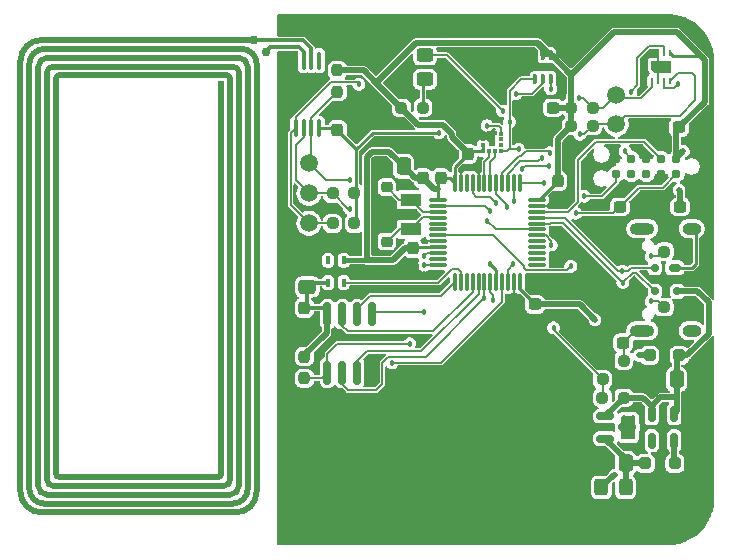
<source format=gtl>
G04 #@! TF.GenerationSoftware,KiCad,Pcbnew,9.0.4*
G04 #@! TF.CreationDate,2025-11-06T01:47:32+02:00*
G04 #@! TF.ProjectId,iot-risk-logger-stm32l4,696f742d-7269-4736-9b2d-6c6f67676572,1.0.0*
G04 #@! TF.SameCoordinates,Original*
G04 #@! TF.FileFunction,Copper,L1,Top*
G04 #@! TF.FilePolarity,Positive*
%FSLAX46Y46*%
G04 Gerber Fmt 4.6, Leading zero omitted, Abs format (unit mm)*
G04 Created by KiCad (PCBNEW 9.0.4) date 2025-11-06 01:47:32*
%MOMM*%
%LPD*%
G01*
G04 APERTURE LIST*
G04 Aperture macros list*
%AMRoundRect*
0 Rectangle with rounded corners*
0 $1 Rounding radius*
0 $2 $3 $4 $5 $6 $7 $8 $9 X,Y pos of 4 corners*
0 Add a 4 corners polygon primitive as box body*
4,1,4,$2,$3,$4,$5,$6,$7,$8,$9,$2,$3,0*
0 Add four circle primitives for the rounded corners*
1,1,$1+$1,$2,$3*
1,1,$1+$1,$4,$5*
1,1,$1+$1,$6,$7*
1,1,$1+$1,$8,$9*
0 Add four rect primitives between the rounded corners*
20,1,$1+$1,$2,$3,$4,$5,0*
20,1,$1+$1,$4,$5,$6,$7,0*
20,1,$1+$1,$6,$7,$8,$9,0*
20,1,$1+$1,$8,$9,$2,$3,0*%
%AMFreePoly0*
4,1,6,0.500000,-0.850000,-0.500000,-0.850000,-0.500000,0.550000,-0.200000,0.850000,0.500000,0.850000,0.500000,-0.850000,0.500000,-0.850000,$1*%
G04 Aperture macros list end*
G04 #@! TA.AperFunction,Conductor*
%ADD10C,0.200000*%
G04 #@! TD*
G04 #@! TA.AperFunction,EtchedComponent*
%ADD11C,0.508000*%
G04 #@! TD*
G04 #@! TA.AperFunction,SMDPad,CuDef*
%ADD12RoundRect,0.150000X0.150000X-0.825000X0.150000X0.825000X-0.150000X0.825000X-0.150000X-0.825000X0*%
G04 #@! TD*
G04 #@! TA.AperFunction,SMDPad,CuDef*
%ADD13RoundRect,0.237500X0.300000X0.237500X-0.300000X0.237500X-0.300000X-0.237500X0.300000X-0.237500X0*%
G04 #@! TD*
G04 #@! TA.AperFunction,SMDPad,CuDef*
%ADD14RoundRect,0.150000X-0.587500X-0.150000X0.587500X-0.150000X0.587500X0.150000X-0.587500X0.150000X0*%
G04 #@! TD*
G04 #@! TA.AperFunction,SMDPad,CuDef*
%ADD15RoundRect,0.237500X0.250000X0.237500X-0.250000X0.237500X-0.250000X-0.237500X0.250000X-0.237500X0*%
G04 #@! TD*
G04 #@! TA.AperFunction,SMDPad,CuDef*
%ADD16RoundRect,0.237500X0.237500X-0.250000X0.237500X0.250000X-0.237500X0.250000X-0.237500X-0.250000X0*%
G04 #@! TD*
G04 #@! TA.AperFunction,SMDPad,CuDef*
%ADD17RoundRect,0.237500X0.237500X-0.300000X0.237500X0.300000X-0.237500X0.300000X-0.237500X-0.300000X0*%
G04 #@! TD*
G04 #@! TA.AperFunction,SMDPad,CuDef*
%ADD18R,0.375000X0.350000*%
G04 #@! TD*
G04 #@! TA.AperFunction,SMDPad,CuDef*
%ADD19R,0.350000X0.375000*%
G04 #@! TD*
G04 #@! TA.AperFunction,SMDPad,CuDef*
%ADD20RoundRect,0.100000X-0.100000X0.637500X-0.100000X-0.637500X0.100000X-0.637500X0.100000X0.637500X0*%
G04 #@! TD*
G04 #@! TA.AperFunction,SMDPad,CuDef*
%ADD21C,1.500000*%
G04 #@! TD*
G04 #@! TA.AperFunction,SMDPad,CuDef*
%ADD22RoundRect,0.225000X0.250000X-0.225000X0.250000X0.225000X-0.250000X0.225000X-0.250000X-0.225000X0*%
G04 #@! TD*
G04 #@! TA.AperFunction,SMDPad,CuDef*
%ADD23RoundRect,0.237500X-0.237500X0.300000X-0.237500X-0.300000X0.237500X-0.300000X0.237500X0.300000X0*%
G04 #@! TD*
G04 #@! TA.AperFunction,SMDPad,CuDef*
%ADD24RoundRect,0.237500X-0.300000X-0.237500X0.300000X-0.237500X0.300000X0.237500X-0.300000X0.237500X0*%
G04 #@! TD*
G04 #@! TA.AperFunction,SMDPad,CuDef*
%ADD25RoundRect,0.250000X0.475000X-0.337500X0.475000X0.337500X-0.475000X0.337500X-0.475000X-0.337500X0*%
G04 #@! TD*
G04 #@! TA.AperFunction,SMDPad,CuDef*
%ADD26RoundRect,0.250000X0.250000X0.250000X-0.250000X0.250000X-0.250000X-0.250000X0.250000X-0.250000X0*%
G04 #@! TD*
G04 #@! TA.AperFunction,SMDPad,CuDef*
%ADD27RoundRect,0.237500X-0.250000X-0.237500X0.250000X-0.237500X0.250000X0.237500X-0.250000X0.237500X0*%
G04 #@! TD*
G04 #@! TA.AperFunction,SMDPad,CuDef*
%ADD28R,0.250000X0.550000*%
G04 #@! TD*
G04 #@! TA.AperFunction,SMDPad,CuDef*
%ADD29FreePoly0,90.000000*%
G04 #@! TD*
G04 #@! TA.AperFunction,SMDPad,CuDef*
%ADD30RoundRect,0.075000X-0.662500X-0.075000X0.662500X-0.075000X0.662500X0.075000X-0.662500X0.075000X0*%
G04 #@! TD*
G04 #@! TA.AperFunction,SMDPad,CuDef*
%ADD31RoundRect,0.075000X-0.075000X-0.662500X0.075000X-0.662500X0.075000X0.662500X-0.075000X0.662500X0*%
G04 #@! TD*
G04 #@! TA.AperFunction,SMDPad,CuDef*
%ADD32RoundRect,0.250000X-0.250000X-0.250000X0.250000X-0.250000X0.250000X0.250000X-0.250000X0.250000X0*%
G04 #@! TD*
G04 #@! TA.AperFunction,SMDPad,CuDef*
%ADD33RoundRect,0.250000X-0.450000X0.325000X-0.450000X-0.325000X0.450000X-0.325000X0.450000X0.325000X0*%
G04 #@! TD*
G04 #@! TA.AperFunction,SMDPad,CuDef*
%ADD34RoundRect,0.175000X-0.325000X0.175000X-0.325000X-0.175000X0.325000X-0.175000X0.325000X0.175000X0*%
G04 #@! TD*
G04 #@! TA.AperFunction,SMDPad,CuDef*
%ADD35RoundRect,0.150000X-0.150000X0.200000X-0.150000X-0.200000X0.150000X-0.200000X0.150000X0.200000X0*%
G04 #@! TD*
G04 #@! TA.AperFunction,ComponentPad*
%ADD36C,0.762000*%
G04 #@! TD*
G04 #@! TA.AperFunction,SMDPad,CuDef*
%ADD37C,0.762000*%
G04 #@! TD*
G04 #@! TA.AperFunction,ComponentPad*
%ADD38C,0.609600*%
G04 #@! TD*
G04 #@! TA.AperFunction,SMDPad,CuDef*
%ADD39RoundRect,0.225000X-0.250000X0.225000X-0.250000X-0.225000X0.250000X-0.225000X0.250000X0.225000X0*%
G04 #@! TD*
G04 #@! TA.AperFunction,SMDPad,CuDef*
%ADD40RoundRect,0.250000X0.337500X0.475000X-0.337500X0.475000X-0.337500X-0.475000X0.337500X-0.475000X0*%
G04 #@! TD*
G04 #@! TA.AperFunction,ConnectorPad*
%ADD41C,0.787400*%
G04 #@! TD*
G04 #@! TA.AperFunction,SMDPad,CuDef*
%ADD42RoundRect,0.100000X0.100000X-0.225000X0.100000X0.225000X-0.100000X0.225000X-0.100000X-0.225000X0*%
G04 #@! TD*
G04 #@! TA.AperFunction,SMDPad,CuDef*
%ADD43R,1.800000X1.000000*%
G04 #@! TD*
G04 #@! TA.AperFunction,SMDPad,CuDef*
%ADD44RoundRect,0.250000X0.325000X0.450000X-0.325000X0.450000X-0.325000X-0.450000X0.325000X-0.450000X0*%
G04 #@! TD*
G04 #@! TA.AperFunction,SMDPad,CuDef*
%ADD45RoundRect,0.008100X-0.126900X0.361900X-0.126900X-0.361900X0.126900X-0.361900X0.126900X0.361900X0*%
G04 #@! TD*
G04 #@! TA.AperFunction,SMDPad,CuDef*
%ADD46R,1.350000X0.650000*%
G04 #@! TD*
G04 #@! TA.AperFunction,SMDPad,CuDef*
%ADD47RoundRect,0.150000X-0.150000X0.512500X-0.150000X-0.512500X0.150000X-0.512500X0.150000X0.512500X0*%
G04 #@! TD*
G04 #@! TA.AperFunction,HeatsinkPad*
%ADD48O,1.600000X1.000000*%
G04 #@! TD*
G04 #@! TA.AperFunction,HeatsinkPad*
%ADD49O,2.100000X1.000000*%
G04 #@! TD*
G04 #@! TA.AperFunction,ViaPad*
%ADD50C,0.457200*%
G04 #@! TD*
G04 #@! TA.AperFunction,Conductor*
%ADD51C,0.203200*%
G04 #@! TD*
G04 #@! TA.AperFunction,Conductor*
%ADD52C,0.254000*%
G04 #@! TD*
G04 #@! TA.AperFunction,Conductor*
%ADD53C,0.508000*%
G04 #@! TD*
G04 #@! TA.AperFunction,Conductor*
%ADD54C,0.400600*%
G04 #@! TD*
G04 #@! TA.AperFunction,Conductor*
%ADD55C,0.249800*%
G04 #@! TD*
G04 #@! TA.AperFunction,Conductor*
%ADD56C,0.304800*%
G04 #@! TD*
G04 APERTURE END LIST*
D10*
G04 #@! TO.N,/+BATTERY*
X78232000Y-56896000D02*
X77216000Y-56896000D01*
X77216000Y-55118000D01*
X78232000Y-55118000D01*
X78232000Y-56896000D01*
G04 #@! TA.AperFunction,Conductor*
G36*
X78232000Y-56896000D02*
G01*
X77216000Y-56896000D01*
X77216000Y-55118000D01*
X78232000Y-55118000D01*
X78232000Y-56896000D01*
G37*
G04 #@! TD.AperFunction*
D11*
G04 #@! TD*
G04 #@! TO.C,AE1*
X26250000Y-24984000D02*
X26250000Y-61428000D01*
G04 #@! TO.C,AE1*
X27000000Y-25226000D02*
X27000000Y-61186000D01*
X27750000Y-25468000D02*
X27750000Y-60944000D01*
X28028000Y-23206000D02*
X45869000Y-23206000D01*
X28028000Y-63206000D02*
X44472000Y-63206000D01*
X28270000Y-62456000D02*
X44230000Y-62456000D01*
X28500000Y-25964000D02*
X28500000Y-60448000D01*
X28512000Y-61706000D02*
X43988000Y-61706000D01*
X29008000Y-60956000D02*
X43492000Y-60956000D01*
X29250000Y-26460000D02*
X29250000Y-59952000D01*
X29504000Y-60206000D02*
X42996000Y-60206000D01*
X43250000Y-59952000D02*
X43250000Y-26956000D01*
X43746000Y-26206000D02*
X29504000Y-26206000D01*
X44000000Y-60448000D02*
X44000000Y-26460000D01*
X44242000Y-25456000D02*
X29008000Y-25456000D01*
X44738000Y-24706000D02*
X28512000Y-24706000D01*
X44750000Y-60944000D02*
X44750000Y-25964000D01*
X44980000Y-23956000D02*
X28270000Y-23956000D01*
X45500000Y-61186000D02*
X45500000Y-25468000D01*
X46250000Y-61428000D02*
X46250000Y-25226000D01*
X26250000Y-24984000D02*
G75*
G02*
X28028000Y-23206000I1778000J0D01*
G01*
X27000000Y-25226000D02*
G75*
G02*
X28270000Y-23956000I1269999J1D01*
G01*
X27750000Y-25468000D02*
G75*
G02*
X28512000Y-24706000I762001J-1D01*
G01*
X28028000Y-63206000D02*
G75*
G02*
X26250000Y-61428000I0J1778000D01*
G01*
X28270000Y-62456000D02*
G75*
G02*
X27000000Y-61186000I-1J1269999D01*
G01*
X28500000Y-25964000D02*
G75*
G02*
X29008000Y-25456000I508001J-1D01*
G01*
X28512000Y-61706000D02*
G75*
G02*
X27750000Y-60944000I1J762001D01*
G01*
X29008000Y-60956000D02*
G75*
G02*
X28500000Y-60448000I1J508001D01*
G01*
X29250000Y-26460000D02*
G75*
G02*
X29504000Y-26206000I254000J0D01*
G01*
X29504000Y-60206000D02*
G75*
G02*
X29250000Y-59952000I0J254000D01*
G01*
X43250000Y-59952000D02*
G75*
G02*
X42996000Y-60206000I-254000J0D01*
G01*
X43746000Y-26206000D02*
G75*
G02*
X44000000Y-26460000I0J-254000D01*
G01*
X44000000Y-60448000D02*
G75*
G02*
X43492000Y-60956000I-508000J0D01*
G01*
X44242000Y-25456000D02*
G75*
G02*
X44750000Y-25964000I0J-508000D01*
G01*
X44738000Y-24706000D02*
G75*
G02*
X45500000Y-25468000I0J-762000D01*
G01*
X44750000Y-60944000D02*
G75*
G02*
X43988000Y-61706000I-762000J0D01*
G01*
X44980000Y-23956000D02*
G75*
G02*
X46250000Y-25226000I0J-1270000D01*
G01*
X45500000Y-61186000D02*
G75*
G02*
X44230000Y-62456000I-1270000J0D01*
G01*
X46250000Y-61428000D02*
G75*
G02*
X44472000Y-63206000I-1778000J0D01*
G01*
G04 #@! TD*
D12*
G04 #@! TO.P,U6,1,~{CS}*
G04 #@! TO.N,/QSPI_NCS_N*
X52222400Y-51370000D03*
G04 #@! TO.P,U6,2,DO(IO1)*
G04 #@! TO.N,/QSPI_IO1*
X53492400Y-51370000D03*
G04 #@! TO.P,U6,3,IO2*
G04 #@! TO.N,/QSPI_IO2*
X54762400Y-51370000D03*
G04 #@! TO.P,U6,4,GND*
G04 #@! TO.N,GND*
X56032400Y-51370000D03*
G04 #@! TO.P,U6,5,DI(IO0)*
G04 #@! TO.N,/QSPI_IO0*
X56032400Y-46420000D03*
G04 #@! TO.P,U6,6,CLK*
G04 #@! TO.N,/QSPI_CLK*
X54762400Y-46420000D03*
G04 #@! TO.P,U6,7,IO3*
G04 #@! TO.N,/QSPI_IO3*
X53492400Y-46420000D03*
G04 #@! TO.P,U6,8,VCC*
G04 #@! TO.N,/VDD_MEMORY*
X52222400Y-46420000D03*
G04 #@! TD*
D13*
G04 #@! TO.P,C10,2*
G04 #@! TO.N,GND*
X69596000Y-28956000D03*
G04 #@! TO.P,C10,1*
G04 #@! TO.N,VDD*
X71321000Y-28956000D03*
G04 #@! TD*
D14*
G04 #@! TO.P,Q1,3,D*
G04 #@! TO.N,/+BATTERY*
X77645500Y-56007000D03*
G04 #@! TO.P,Q1,2,S*
G04 #@! TO.N,+3V0*
X75770500Y-56957000D03*
G04 #@! TO.P,Q1,1,G*
G04 #@! TO.N,+5V*
X75770500Y-55057000D03*
G04 #@! TD*
D15*
G04 #@! TO.P,R11,2*
G04 #@! TO.N,I2C2_SDA_NFC*
X52681500Y-38735000D03*
G04 #@! TO.P,R11,1*
G04 #@! TO.N,VDD_NFC*
X54506500Y-38735000D03*
G04 #@! TD*
D16*
G04 #@! TO.P,R6,2*
G04 #@! TO.N,VDD*
X53086000Y-25757500D03*
G04 #@! TO.P,R6,1*
G04 #@! TO.N,NFC_INT_WKUP*
X53086000Y-27582500D03*
G04 #@! TD*
D17*
G04 #@! TO.P,C13,1*
G04 #@! TO.N,VDD*
X64135000Y-32866500D03*
G04 #@! TO.P,C13,2*
G04 #@! TO.N,GND*
X64135000Y-31141500D03*
G04 #@! TD*
D18*
G04 #@! TO.P,U5,1,SCL/SPC*
G04 #@! TO.N,I2C1_SCL_SENS*
X66929500Y-32627000D03*
G04 #@! TO.P,U5,2,~{CS}*
G04 #@! TO.N,unconnected-(U5-~{CS}-Pad2)*
X66929500Y-32127000D03*
G04 #@! TO.P,U5,3,SA0/SDO*
G04 #@! TO.N,unconnected-(U5-SA0{slash}SDO-Pad3)*
X66929500Y-31627000D03*
G04 #@! TO.P,U5,4,SDA/SDI*
G04 #@! TO.N,I2C1_SDA_SENS*
X66929500Y-31127000D03*
D19*
G04 #@! TO.P,U5,5,RES*
G04 #@! TO.N,GND*
X66417000Y-31114500D03*
G04 #@! TO.P,U5,6,GND*
X65917000Y-31114500D03*
D18*
G04 #@! TO.P,U5,7,GND*
X65404500Y-31127000D03*
G04 #@! TO.P,U5,8,GND*
X65404500Y-31627000D03*
G04 #@! TO.P,U5,9,Vdd*
G04 #@! TO.N,VDD*
X65404500Y-32127000D03*
G04 #@! TO.P,U5,10,Vdd_IO*
X65404500Y-32627000D03*
D19*
G04 #@! TO.P,U5,11,INT2*
G04 #@! TO.N,IMU_INT2*
X65917000Y-32639500D03*
G04 #@! TO.P,U5,12,INT1*
G04 #@! TO.N,IMU_INT1*
X66417000Y-32639500D03*
G04 #@! TD*
D20*
G04 #@! TO.P,U2,8,VCC*
G04 #@! TO.N,VDD_NFC*
X51521000Y-30675500D03*
G04 #@! TO.P,U2,7,GPO_(OD)*
G04 #@! TO.N,NFC_INT_WKUP*
X50871000Y-30675500D03*
G04 #@! TO.P,U2,6,SCL*
G04 #@! TO.N,I2C2_SCL_NFC*
X50221000Y-30675500D03*
G04 #@! TO.P,U2,5,SDA*
G04 #@! TO.N,I2C2_SDA_NFC*
X49571000Y-30675500D03*
G04 #@! TO.P,U2,4,VSS*
G04 #@! TO.N,GND*
X49571000Y-24950500D03*
G04 #@! TO.P,U2,3,AC1*
G04 #@! TO.N,Net-(U2-AC1)*
X50221000Y-24950500D03*
G04 #@! TO.P,U2,2,AC0*
G04 #@! TO.N,Net-(U2-AC0)*
X50871000Y-24950500D03*
G04 #@! TO.P,U2,1,V_EH*
G04 #@! TO.N,unconnected-(U2-V_EH-Pad1)*
X51521000Y-24950500D03*
G04 #@! TD*
D17*
G04 #@! TO.P,C9,2*
G04 #@! TO.N,GND*
X53086000Y-29109500D03*
G04 #@! TO.P,C9,1*
G04 #@! TO.N,VDD_NFC*
X53086000Y-30834500D03*
G04 #@! TD*
D15*
G04 #@! TO.P,R12,2*
G04 #@! TO.N,I2C2_SCL_NFC*
X52681500Y-36195000D03*
G04 #@! TO.P,R12,1*
G04 #@! TO.N,VDD_NFC*
X54506500Y-36195000D03*
G04 #@! TD*
D21*
G04 #@! TO.P,TP5,1,1*
G04 #@! TO.N,I2C2_SDA_NFC*
X50673000Y-38735000D03*
G04 #@! TD*
D22*
G04 #@! TO.P,C18,1*
G04 #@! TO.N,/RCC_OSC32_OUT*
X57277000Y-40272000D03*
G04 #@! TO.P,C18,2*
G04 #@! TO.N,GND*
X57277000Y-38722000D03*
G04 #@! TD*
D23*
G04 #@! TO.P,C14,1*
G04 #@! TO.N,/VDD_MEMORY*
X50292000Y-45873500D03*
G04 #@! TO.P,C14,2*
G04 #@! TO.N,GND*
X50292000Y-47598500D03*
G04 #@! TD*
D24*
G04 #@! TO.P,C19,1*
G04 #@! TO.N,RESET_N*
X76988500Y-37338000D03*
G04 #@! TO.P,C19,2*
G04 #@! TO.N,GND*
X78713500Y-37338000D03*
G04 #@! TD*
D23*
G04 #@! TO.P,C4,1*
G04 #@! TO.N,VDD*
X71755000Y-35149000D03*
G04 #@! TO.P,C4,2*
G04 #@! TO.N,GND*
X71755000Y-36874000D03*
G04 #@! TD*
D15*
G04 #@! TO.P,R2,1*
G04 #@! TO.N,GND*
X82573500Y-45821600D03*
G04 #@! TO.P,R2,2*
G04 #@! TO.N,/CC2*
X80748500Y-45821600D03*
G04 #@! TD*
D25*
G04 #@! TO.P,C15,1*
G04 #@! TO.N,/VDD_MEMORY*
X50546000Y-44112000D03*
G04 #@! TO.P,C15,2*
G04 #@! TO.N,GND*
X50546000Y-42037000D03*
G04 #@! TD*
D13*
G04 #@! TO.P,C6,1*
G04 #@! TO.N,VDD*
X69823500Y-45593000D03*
G04 #@! TO.P,C6,2*
G04 #@! TO.N,GND*
X68098500Y-45593000D03*
G04 #@! TD*
D26*
G04 #@! TO.P,D1,1,K*
G04 #@! TO.N,+5V*
X82022000Y-49911000D03*
G04 #@! TO.P,D1,2,A*
G04 #@! TO.N,/+VBUS*
X79522000Y-49911000D03*
G04 #@! TD*
D27*
G04 #@! TO.P,R9,1*
G04 #@! TO.N,VDD*
X72874500Y-28956000D03*
G04 #@! TO.P,R9,2*
G04 #@! TO.N,I2C1_SDA_SENS*
X74699500Y-28956000D03*
G04 #@! TD*
D28*
G04 #@! TO.P,U4,1,SDA*
G04 #@! TO.N,I2C1_SDA_SENS*
X79750000Y-26675000D03*
G04 #@! TO.P,U4,2,ADDR*
G04 #@! TO.N,GND*
X80250000Y-26675000D03*
G04 #@! TO.P,U4,3,ALERT*
G04 #@! TO.N,TEMP_INT*
X80750000Y-26675000D03*
G04 #@! TO.P,U4,4,SCL*
G04 #@! TO.N,I2C1_SCL_SENS*
X81250000Y-26675000D03*
G04 #@! TO.P,U4,5,VDD*
G04 #@! TO.N,VDD*
X81250000Y-24325000D03*
G04 #@! TO.P,U4,6,~{RESET}*
G04 #@! TO.N,TEMPRESET_N*
X80750000Y-24325000D03*
G04 #@! TO.P,U4,7,R*
G04 #@! TO.N,GND*
X80250000Y-24325000D03*
G04 #@! TO.P,U4,8,VSS*
X79750000Y-24325000D03*
D29*
G04 #@! TO.P,U4,9,VSS*
X80500000Y-25500000D03*
G04 #@! TD*
D30*
G04 #@! TO.P,U7,1,VBAT*
G04 #@! TO.N,VDD*
X61623500Y-36747000D03*
G04 #@! TO.P,U7,2,PC13*
G04 #@! TO.N,USB_VBUS_SENSE_WKUP2*
X61623500Y-37247000D03*
G04 #@! TO.P,U7,3,PC14*
G04 #@! TO.N,/RCC_OSC32_IN*
X61623500Y-37747000D03*
G04 #@! TO.P,U7,4,PC15*
G04 #@! TO.N,/RCC_OSC32_OUT*
X61623500Y-38247000D03*
G04 #@! TO.P,U7,5,PH0*
G04 #@! TO.N,unconnected-(U7-PH0-Pad5)*
X61623500Y-38747000D03*
G04 #@! TO.P,U7,6,PH1*
G04 #@! TO.N,unconnected-(U7-PH1-Pad6)*
X61623500Y-39247000D03*
G04 #@! TO.P,U7,7,NRST*
G04 #@! TO.N,RESET_N*
X61623500Y-39747000D03*
G04 #@! TO.P,U7,8,VSSA*
G04 #@! TO.N,GND*
X61623500Y-40247000D03*
G04 #@! TO.P,U7,9,VDDA*
G04 #@! TO.N,VDD*
X61623500Y-40747000D03*
G04 #@! TO.P,U7,10,PA0*
G04 #@! TO.N,NFC_INT_WKUP*
X61623500Y-41247000D03*
G04 #@! TO.P,U7,11,PA1*
G04 #@! TO.N,unconnected-(U7-PA1-Pad11)*
X61623500Y-41747000D03*
G04 #@! TO.P,U7,12,PA2*
G04 #@! TO.N,/QSPI_NCS_N*
X61623500Y-42247000D03*
D31*
G04 #@! TO.P,U7,13,PA3*
G04 #@! TO.N,/QSPI_CLK*
X63036000Y-43659500D03*
G04 #@! TO.P,U7,14,PA4*
G04 #@! TO.N,/MEMORY_EN*
X63536000Y-43659500D03*
G04 #@! TO.P,U7,15,PA5*
G04 #@! TO.N,unconnected-(U7-PA5-Pad15)*
X64036000Y-43659500D03*
G04 #@! TO.P,U7,16,PA6*
G04 #@! TO.N,/QSPI_IO3*
X64536000Y-43659500D03*
G04 #@! TO.P,U7,17,PA7*
G04 #@! TO.N,/QSPI_IO2*
X65036000Y-43659500D03*
G04 #@! TO.P,U7,18,PB0*
G04 #@! TO.N,/QSPI_IO1*
X65536000Y-43659500D03*
G04 #@! TO.P,U7,19,PB1*
G04 #@! TO.N,/QSPI_IO0*
X66036000Y-43659500D03*
G04 #@! TO.P,U7,20,PB2*
G04 #@! TO.N,VDD_NFC*
X66536000Y-43659500D03*
G04 #@! TO.P,U7,21,PB10*
G04 #@! TO.N,I2C2_SCL_NFC*
X67036000Y-43659500D03*
G04 #@! TO.P,U7,22,PB11*
G04 #@! TO.N,I2C2_SDA_NFC*
X67536000Y-43659500D03*
G04 #@! TO.P,U7,23,VSS*
G04 #@! TO.N,GND*
X68036000Y-43659500D03*
G04 #@! TO.P,U7,24,VDD*
G04 #@! TO.N,VDD*
X68536000Y-43659500D03*
D30*
G04 #@! TO.P,U7,25,PB12*
G04 #@! TO.N,unconnected-(U7-PB12-Pad25)*
X69948500Y-42247000D03*
G04 #@! TO.P,U7,26,PB13*
G04 #@! TO.N,unconnected-(U7-PB13-Pad26)*
X69948500Y-41747000D03*
G04 #@! TO.P,U7,27,PB14*
G04 #@! TO.N,unconnected-(U7-PB14-Pad27)*
X69948500Y-41247000D03*
G04 #@! TO.P,U7,28,PB15*
G04 #@! TO.N,unconnected-(U7-PB15-Pad28)*
X69948500Y-40747000D03*
G04 #@! TO.P,U7,29,PA8*
G04 #@! TO.N,unconnected-(U7-PA8-Pad29)*
X69948500Y-40247000D03*
G04 #@! TO.P,U7,30,PA9*
G04 #@! TO.N,I2C1_SCL_SENS*
X69948500Y-39747000D03*
G04 #@! TO.P,U7,31,PA10*
G04 #@! TO.N,I2C1_SDA_SENS*
X69948500Y-39247000D03*
G04 #@! TO.P,U7,32,PA11*
G04 #@! TO.N,USB_DN*
X69948500Y-38747000D03*
G04 #@! TO.P,U7,33,PA12*
G04 #@! TO.N,USB_DP*
X69948500Y-38247000D03*
G04 #@! TO.P,U7,34,PA13*
G04 #@! TO.N,SWDIO*
X69948500Y-37747000D03*
G04 #@! TO.P,U7,35,VSS*
G04 #@! TO.N,GND*
X69948500Y-37247000D03*
G04 #@! TO.P,U7,36,VDDUSB*
G04 #@! TO.N,VDD*
X69948500Y-36747000D03*
D31*
G04 #@! TO.P,U7,37,PA14*
G04 #@! TO.N,SWCLK*
X68536000Y-35334500D03*
G04 #@! TO.P,U7,38,PA15*
G04 #@! TO.N,LED_N*
X68036000Y-35334500D03*
G04 #@! TO.P,U7,39,PB3*
G04 #@! TO.N,SWO*
X67536000Y-35334500D03*
G04 #@! TO.P,U7,40,PB4*
G04 #@! TO.N,TEMPRESET_N*
X67036000Y-35334500D03*
G04 #@! TO.P,U7,41,PB5*
G04 #@! TO.N,TEMP_INT*
X66536000Y-35334500D03*
G04 #@! TO.P,U7,42,PB6*
G04 #@! TO.N,IMU_INT1*
X66036000Y-35334500D03*
G04 #@! TO.P,U7,43,PB7*
G04 #@! TO.N,IMU_INT2*
X65536000Y-35334500D03*
G04 #@! TO.P,U7,44,PH3*
G04 #@! TO.N,GND*
X65036000Y-35334500D03*
G04 #@! TO.P,U7,45,PB8*
G04 #@! TO.N,LIGHT_INT_N*
X64536000Y-35334500D03*
G04 #@! TO.P,U7,46,PB9*
G04 #@! TO.N,unconnected-(U7-PB9-Pad46)*
X64036000Y-35334500D03*
G04 #@! TO.P,U7,47,VSS*
G04 #@! TO.N,GND*
X63536000Y-35334500D03*
G04 #@! TO.P,U7,48,VDD*
G04 #@! TO.N,VDD*
X63036000Y-35334500D03*
G04 #@! TD*
D21*
G04 #@! TO.P,TP2,1,1*
G04 #@! TO.N,NFC_INT_WKUP*
X50673000Y-33655000D03*
G04 #@! TD*
D13*
G04 #@! TO.P,C11,1*
G04 #@! TO.N,VDD*
X82015500Y-30607000D03*
G04 #@! TO.P,C11,2*
G04 #@! TO.N,GND*
X80290500Y-30607000D03*
G04 #@! TD*
D15*
G04 #@! TO.P,R5,1*
G04 #@! TO.N,/GND_SHIELD*
X77340000Y-50355000D03*
G04 #@! TO.P,R5,2*
G04 #@! TO.N,GND*
X75515000Y-50355000D03*
G04 #@! TD*
D32*
G04 #@! TO.P,D2,1,K*
G04 #@! TO.N,+3V0*
X79162500Y-59055000D03*
G04 #@! TO.P,D2,2,A*
G04 #@! TO.N,Net-(D2-A)*
X81662500Y-59055000D03*
G04 #@! TD*
D33*
G04 #@! TO.P,D4,1,K*
G04 #@! TO.N,LED_N*
X60500000Y-24475000D03*
G04 #@! TO.P,D4,2,A*
G04 #@! TO.N,/+LED*
X60500000Y-26525000D03*
G04 #@! TD*
D34*
G04 #@! TO.P,D3,1,GND*
G04 #@! TO.N,/GND_SHIELD*
X81649000Y-42484800D03*
D35*
G04 #@! TO.P,D3,2,I/O1*
G04 #@! TO.N,USB_DP*
X79949000Y-42484800D03*
G04 #@! TO.P,D3,3,I/O2*
G04 #@! TO.N,USB_DN*
X79949000Y-44484800D03*
G04 #@! TO.P,D3,4,VCC*
G04 #@! TO.N,+5V*
X81849000Y-44484800D03*
G04 #@! TD*
D27*
G04 #@! TO.P,R10,1*
G04 #@! TO.N,VDD*
X72874500Y-30480000D03*
G04 #@! TO.P,R10,2*
G04 #@! TO.N,I2C1_SCL_SENS*
X74699500Y-30480000D03*
G04 #@! TD*
G04 #@! TO.P,R8,1*
G04 #@! TO.N,VDD*
X58500000Y-28956000D03*
G04 #@! TO.P,R8,2*
G04 #@! TO.N,/+LED*
X60325000Y-28956000D03*
G04 #@! TD*
D36*
G04 #@! TO.P,AE1,1*
G04 #@! TO.N,Net-(U2-AC1)*
X47000000Y-24206000D03*
D37*
G04 #@! TO.P,AE1,2*
G04 #@! TO.N,Net-(U2-AC0)*
X46000000Y-23206000D03*
D38*
G04 #@! TO.P,AE1,3*
G04 #@! TO.N,N/C*
X43250000Y-26956000D03*
G04 #@! TD*
D39*
G04 #@! TO.P,C17,1*
G04 #@! TO.N,/RCC_OSC32_IN*
X57277000Y-35674000D03*
G04 #@! TO.P,C17,2*
G04 #@! TO.N,GND*
X57277000Y-37224000D03*
G04 #@! TD*
D17*
G04 #@! TO.P,C7,1*
G04 #@! TO.N,VDD*
X60325000Y-34898500D03*
G04 #@! TO.P,C7,2*
G04 #@! TO.N,GND*
X60325000Y-33173500D03*
G04 #@! TD*
D40*
G04 #@! TO.P,C1,1*
G04 #@! TO.N,+5V*
X81809500Y-51943000D03*
G04 #@! TO.P,C1,2*
G04 #@! TO.N,GND*
X79734500Y-51943000D03*
G04 #@! TD*
D23*
G04 #@! TO.P,C12,1*
G04 #@! TO.N,VDD*
X59461400Y-40818900D03*
G04 #@! TO.P,C12,2*
G04 #@! TO.N,GND*
X59461400Y-42543900D03*
G04 #@! TD*
D40*
G04 #@! TO.P,C3,1*
G04 #@! TO.N,VDD*
X58695500Y-33909000D03*
G04 #@! TO.P,C3,2*
G04 #@! TO.N,GND*
X56620500Y-33909000D03*
G04 #@! TD*
D21*
G04 #@! TO.P,TP3,1,1*
G04 #@! TO.N,I2C1_SDA_SENS*
X76657200Y-27838400D03*
G04 #@! TD*
D41*
G04 #@! TO.P,J2,1,VTref*
G04 #@! TO.N,VDD*
X81788000Y-33274000D03*
G04 #@! TO.P,J2,2,SWDIO/TMS*
G04 #@! TO.N,SWDIO*
X80518000Y-33274000D03*
G04 #@! TO.P,J2,3,GND*
G04 #@! TO.N,GND*
X79248000Y-33274000D03*
G04 #@! TO.P,J2,4,SWCLK/TCK*
G04 #@! TO.N,SWCLK*
X77978000Y-33274000D03*
G04 #@! TO.P,J2,5,GND*
G04 #@! TO.N,GND*
X76708000Y-33274000D03*
G04 #@! TO.P,J2,6,SWO/TDO*
G04 #@! TO.N,SWO*
X76708000Y-34544000D03*
G04 #@! TO.P,J2,7,KEY*
G04 #@! TO.N,unconnected-(J2-KEY-Pad7)*
X77978000Y-34544000D03*
G04 #@! TO.P,J2,8,NC/TDI*
G04 #@! TO.N,unconnected-(J2-NC{slash}TDI-Pad8)*
X79248000Y-34544000D03*
G04 #@! TO.P,J2,9,GNDDetect*
G04 #@! TO.N,GND*
X80518000Y-34544000D03*
G04 #@! TO.P,J2,10,~{RESET}*
G04 #@! TO.N,RESET_N*
X81788000Y-34544000D03*
G04 #@! TD*
D42*
G04 #@! TO.P,U8,6,NC*
G04 #@! TO.N,unconnected-(U8-NC-Pad6)*
X52309000Y-41849000D03*
G04 #@! TO.P,U8,5,GND*
G04 #@! TO.N,GND*
X52959000Y-41849000D03*
G04 #@! TO.P,U8,4,IN*
G04 #@! TO.N,VDD*
X53609000Y-41849000D03*
G04 #@! TO.P,U8,3,ON*
G04 #@! TO.N,/MEMORY_EN*
X53609000Y-43749000D03*
G04 #@! TO.P,U8,2,GND*
G04 #@! TO.N,GND*
X52959000Y-43749000D03*
G04 #@! TO.P,U8,1,OUT*
G04 #@! TO.N,/VDD_MEMORY*
X52309000Y-43749000D03*
G04 #@! TD*
D15*
G04 #@! TO.P,R3,1*
G04 #@! TO.N,+5V*
X77341100Y-53492400D03*
G04 #@! TO.P,R3,2*
G04 #@! TO.N,USB_VBUS_SENSE_WKUP2*
X75516100Y-53492400D03*
G04 #@! TD*
D43*
G04 #@! TO.P,Y1,1,1*
G04 #@! TO.N,/RCC_OSC32_IN*
X59309000Y-36723000D03*
G04 #@! TO.P,Y1,2,2*
G04 #@! TO.N,/RCC_OSC32_OUT*
X59309000Y-39223000D03*
G04 #@! TD*
D44*
G04 #@! TO.P,FB1,1*
G04 #@! TO.N,+3V0*
X77488000Y-61087000D03*
G04 #@! TO.P,FB1,2*
G04 #@! TO.N,VDD*
X75438000Y-61087000D03*
G04 #@! TD*
D45*
G04 #@! TO.P,U3,1,VDD*
G04 #@! TO.N,VDD*
X71150000Y-24505000D03*
G04 #@! TO.P,U3,2,ADDR*
X70500000Y-24505000D03*
G04 #@! TO.P,U3,3,GND*
G04 #@! TO.N,GND*
X69850000Y-24505000D03*
G04 #@! TO.P,U3,4,SCL*
G04 #@! TO.N,I2C1_SCL_SENS*
X69850000Y-26495000D03*
G04 #@! TO.P,U3,5,INT*
G04 #@! TO.N,LIGHT_INT_N*
X70500000Y-26495000D03*
G04 #@! TO.P,U3,6,SDA*
G04 #@! TO.N,I2C1_SDA_SENS*
X71150000Y-26495000D03*
D46*
G04 #@! TO.P,U3,7,EXP*
G04 #@! TO.N,GND*
X70500000Y-25500000D03*
G04 #@! TD*
D47*
G04 #@! TO.P,U1,1,VIN*
G04 #@! TO.N,+5V*
X81595000Y-54869500D03*
G04 #@! TO.P,U1,2,GND*
G04 #@! TO.N,GND*
X80645000Y-54869500D03*
G04 #@! TO.P,U1,3,EN*
G04 #@! TO.N,+5V*
X79695000Y-54869500D03*
G04 #@! TO.P,U1,4,NC*
G04 #@! TO.N,unconnected-(U1-NC-Pad4)*
X79695000Y-57144500D03*
G04 #@! TO.P,U1,5,VOUT*
G04 #@! TO.N,Net-(D2-A)*
X81595000Y-57144500D03*
G04 #@! TD*
D21*
G04 #@! TO.P,TP1,1,1*
G04 #@! TO.N,GND*
X66000000Y-55250000D03*
G04 #@! TD*
D27*
G04 #@! TO.P,R4,1*
G04 #@! TO.N,USB_VBUS_SENSE_WKUP2*
X75541500Y-51943000D03*
G04 #@! TO.P,R4,2*
G04 #@! TO.N,GND*
X77366500Y-51943000D03*
G04 #@! TD*
D17*
G04 #@! TO.P,C5,1*
G04 #@! TO.N,VDD*
X61849000Y-34898500D03*
G04 #@! TO.P,C5,2*
G04 #@! TO.N,GND*
X61849000Y-33173500D03*
G04 #@! TD*
D40*
G04 #@! TO.P,C2,1*
G04 #@! TO.N,+3V0*
X77491500Y-59055000D03*
G04 #@! TO.P,C2,2*
G04 #@! TO.N,GND*
X75416500Y-59055000D03*
G04 #@! TD*
D21*
G04 #@! TO.P,TP6,1,1*
G04 #@! TO.N,I2C2_SCL_NFC*
X50673000Y-36195000D03*
G04 #@! TD*
D13*
G04 #@! TO.P,C8,1*
G04 #@! TO.N,/GND_SHIELD*
X77263500Y-48831000D03*
G04 #@! TO.P,C8,2*
G04 #@! TO.N,GND*
X75538500Y-48831000D03*
G04 #@! TD*
D21*
G04 #@! TO.P,TP4,1,1*
G04 #@! TO.N,I2C1_SCL_SENS*
X76708000Y-30353000D03*
G04 #@! TD*
D16*
G04 #@! TO.P,R7,1*
G04 #@! TO.N,/QSPI_NCS_N*
X50292000Y-51839500D03*
G04 #@! TO.P,R7,2*
G04 #@! TO.N,/VDD_MEMORY*
X50292000Y-50014500D03*
G04 #@! TD*
D13*
G04 #@! TO.P,C16,2*
G04 #@! TO.N,GND*
X80391000Y-37338000D03*
G04 #@! TO.P,C16,1*
G04 #@! TO.N,VDD*
X82116000Y-37338000D03*
G04 #@! TD*
D15*
G04 #@! TO.P,R1,1*
G04 #@! TO.N,GND*
X82573500Y-41122600D03*
G04 #@! TO.P,R1,2*
G04 #@! TO.N,/CC1*
X80748500Y-41122600D03*
G04 #@! TD*
D48*
G04 #@! TO.P,J1,S1,SHIELD*
G04 #@! TO.N,/GND_SHIELD*
X83075000Y-39180000D03*
D49*
X78895000Y-39180000D03*
D48*
X83075000Y-47820000D03*
D49*
X78895000Y-47820000D03*
G04 #@! TD*
D50*
G04 #@! TO.N,GND*
X50292000Y-48641000D03*
X56515000Y-50038000D03*
G04 #@! TO.N,/QSPI_IO0*
X60420500Y-46196500D03*
G04 #@! TO.N,GND*
X60452000Y-43053000D03*
G04 #@! TO.N,NFC_INT_WKUP*
X60401200Y-41478200D03*
G04 #@! TO.N,/QSPI_NCS_N*
X60426600Y-42271900D03*
G04 #@! TO.N,GND*
X82600800Y-56032400D03*
X77368400Y-47244000D03*
X77292200Y-40284400D03*
X72694800Y-36931600D03*
X80010000Y-35179000D03*
X64770000Y-53975000D03*
X64770000Y-56515000D03*
X67310000Y-56515000D03*
X67310000Y-53975000D03*
X64135000Y-55250000D03*
X67945000Y-55250000D03*
X48260000Y-63500000D03*
X48260000Y-60960000D03*
X48260000Y-58420000D03*
X48260000Y-55880000D03*
X48260000Y-53340000D03*
X48260000Y-50800000D03*
X48260000Y-48260000D03*
X48260000Y-45720000D03*
X48260000Y-43180000D03*
X48260000Y-40640000D03*
X48260000Y-38100000D03*
X48260000Y-35560000D03*
X48260000Y-33020000D03*
X48260000Y-30480000D03*
X48260000Y-27940000D03*
X48260000Y-25400000D03*
X48260000Y-21590000D03*
X74244200Y-49580800D03*
X74269600Y-59131200D03*
X78486000Y-51892200D03*
X82600800Y-46736000D03*
X82575400Y-40208200D03*
X79552800Y-36372800D03*
X52933600Y-40919400D03*
X56921400Y-53416200D03*
X66000000Y-57150000D03*
X66000000Y-53340000D03*
X68046600Y-46583600D03*
X49580800Y-26212800D03*
X54102000Y-29108400D03*
X68529200Y-29006800D03*
X68961000Y-25501600D03*
X79222600Y-30632400D03*
X79273400Y-26035000D03*
X74295000Y-33985200D03*
X78714600Y-32562800D03*
X64135000Y-30073600D03*
X63855600Y-34036000D03*
X62890400Y-32588200D03*
X60299600Y-32080200D03*
X64871600Y-34036000D03*
X60325000Y-40208200D03*
X59309000Y-35560000D03*
X58420000Y-35560000D03*
X56261000Y-37973000D03*
X56261000Y-39497000D03*
X56261000Y-36576000D03*
X56261000Y-35687000D03*
X56261000Y-40259000D03*
X56261000Y-38735000D03*
X56261000Y-37338000D03*
G04 #@! TO.N,/+BATTERY*
X78105000Y-56769000D03*
X77343000Y-56769000D03*
X78105000Y-55245000D03*
G04 #@! TO.N,VDD*
X76598300Y-60028300D03*
X74886200Y-46890000D03*
X82016300Y-35891800D03*
X82378200Y-32626600D03*
G04 #@! TO.N,USB_DP*
X77216000Y-42748200D03*
G04 #@! TO.N,USB_DN*
X77241400Y-43738800D03*
G04 #@! TO.N,TEMPRESET_N*
X77910000Y-27603800D03*
X71053600Y-32752300D03*
G04 #@! TO.N,LIGHT_INT_N*
X66534400Y-37021400D03*
X68199100Y-27757600D03*
G04 #@! TO.N,I2C2_SCL_NFC*
X57713800Y-50534700D03*
X54132800Y-37489500D03*
G04 #@! TO.N,I2C2_SDA_NFC*
X54886000Y-26960700D03*
X67968800Y-42204500D03*
G04 #@! TO.N,NFC_INT_WKUP*
X54132800Y-35089500D03*
G04 #@! TO.N,USB_VBUS_SENSE_WKUP2*
X71380900Y-47570600D03*
X65995000Y-37695500D03*
G04 #@! TO.N,/QSPI_NCS_N*
X59217600Y-48907300D03*
G04 #@! TO.N,I2C1_SCL_SENS*
X67662400Y-30124400D03*
X73605800Y-31190400D03*
X71205000Y-40570200D03*
X68426700Y-32461400D03*
G04 #@! TO.N,I2C1_SDA_SENS*
X65770800Y-38523200D03*
X65749000Y-30447100D03*
X71145400Y-27330400D03*
X73541000Y-28149900D03*
G04 #@! TO.N,SWCLK*
X77429500Y-32628300D03*
X70610700Y-35353700D03*
G04 #@! TO.N,LED_N*
X67072900Y-29200900D03*
X68036000Y-36804600D03*
G04 #@! TO.N,RESET_N*
X72838600Y-42370000D03*
X73254700Y-37871600D03*
G04 #@! TO.N,VDD_NFC*
X61690100Y-31070000D03*
X66040000Y-42164000D03*
G04 #@! TO.N,/+BATTERY*
X77343000Y-55245000D03*
G04 #@! TO.N,/QSPI_IO0*
X66294000Y-45212000D03*
G04 #@! TO.N,/QSPI_IO1*
X65532000Y-45085000D03*
G04 #@! TO.N,/CC2*
X79629000Y-45339000D03*
G04 #@! TO.N,SWO*
X70377500Y-33210000D03*
X73985500Y-36443300D03*
G04 #@! TO.N,/CC1*
X79654400Y-41529000D03*
G04 #@! TO.N,/+VBUS*
X78613000Y-49911000D03*
G04 #@! TO.N,TEMP_INT*
X81903200Y-26919300D03*
X71005900Y-33898200D03*
X68712500Y-34116800D03*
X67468300Y-37361600D03*
G04 #@! TD*
D51*
G04 #@! TO.N,/QSPI_IO0*
X60420500Y-46196500D02*
X56007000Y-46196500D01*
X66294000Y-45212000D02*
X66294000Y-44831000D01*
X66294000Y-44831000D02*
X66036000Y-44573000D01*
X66036000Y-44573000D02*
X66036000Y-43659500D01*
D52*
G04 #@! TO.N,VDD_NFC*
X66040000Y-42164000D02*
X66536000Y-42660000D01*
X66536000Y-42660000D02*
X66536000Y-43659500D01*
D51*
G04 #@! TO.N,/QSPI_IO1*
X65532000Y-45085000D02*
X60579000Y-50038000D01*
X56896000Y-52324000D02*
X56388000Y-52832000D01*
X60579000Y-50038000D02*
X57404000Y-50038000D01*
X56896000Y-50546000D02*
X56896000Y-52324000D01*
X57404000Y-50038000D02*
X56896000Y-50546000D01*
X56388000Y-52832000D02*
X53979401Y-52832000D01*
X53979401Y-52832000D02*
X53492400Y-52344999D01*
X53492400Y-52344999D02*
X53492400Y-51370000D01*
X65536000Y-43659500D02*
X65536000Y-45081000D01*
X65536000Y-45081000D02*
X65532000Y-45085000D01*
G04 #@! TO.N,/QSPI_IO2*
X54762400Y-51370000D02*
X54762400Y-50395001D01*
X65036000Y-44692000D02*
X65036000Y-43659500D01*
X54762400Y-50395001D02*
X55627401Y-49530000D01*
X55627401Y-49530000D02*
X60198000Y-49530000D01*
X60198000Y-49530000D02*
X65036000Y-44692000D01*
G04 #@! TO.N,/QSPI_NCS_N*
X52222400Y-51370000D02*
X52222400Y-49758600D01*
X52222400Y-49758600D02*
X53073700Y-48907300D01*
X53073700Y-48907300D02*
X59217600Y-48907300D01*
X50292000Y-51839500D02*
X51752900Y-51839500D01*
X51752900Y-51839500D02*
X52222400Y-51370000D01*
G04 #@! TO.N,/QSPI_IO3*
X53492400Y-46420000D02*
X53492400Y-47394999D01*
X53976401Y-47879000D02*
X61167300Y-47879000D01*
X53492400Y-47394999D02*
X53976401Y-47879000D01*
X64536000Y-44510300D02*
X64536000Y-43659500D01*
X61167300Y-47879000D02*
X64536000Y-44510300D01*
D53*
G04 #@! TO.N,/VDD_MEMORY*
X52197000Y-46196500D02*
X52197000Y-48006000D01*
X52197000Y-48006000D02*
X50292000Y-49911000D01*
X50292000Y-49911000D02*
X50292000Y-50014500D01*
G04 #@! TO.N,VDD*
X59461400Y-40818900D02*
X58819600Y-40818900D01*
X57789500Y-41849000D02*
X55838700Y-41849000D01*
X58819600Y-40818900D02*
X57789500Y-41849000D01*
D52*
X58891500Y-40747000D02*
X58963400Y-40818900D01*
X58963400Y-40818900D02*
X59461400Y-40818900D01*
D51*
G04 #@! TO.N,/QSPI_NCS_N*
X61598600Y-42271900D02*
X61623500Y-42247000D01*
X60426600Y-42271900D02*
X61598600Y-42271900D01*
G04 #@! TO.N,GND*
X60325000Y-40208200D02*
X61584700Y-40208200D01*
X61584700Y-40208200D02*
X61623500Y-40247000D01*
G04 #@! TO.N,LED_N*
X68036000Y-36804600D02*
X68036000Y-35334500D01*
G04 #@! TO.N,LIGHT_INT_N*
X64536000Y-36149300D02*
X64536000Y-35334500D01*
X65978000Y-36465000D02*
X64851700Y-36465000D01*
X64851700Y-36465000D02*
X64536000Y-36149300D01*
X66534400Y-37021400D02*
X65978000Y-36465000D01*
G04 #@! TO.N,TEMPRESET_N*
X80750000Y-24325000D02*
X80750000Y-23743500D01*
X80750000Y-23743500D02*
X79442800Y-23743500D01*
X78460600Y-24725700D02*
X78460600Y-27053200D01*
X79442800Y-23743500D02*
X78460600Y-24725700D01*
X78460600Y-27053200D02*
X77910000Y-27603800D01*
G04 #@! TO.N,I2C1_SDA_SENS*
X76657200Y-27838400D02*
X76957700Y-28138900D01*
X76957700Y-28138900D02*
X78769700Y-28138900D01*
X78769700Y-28138900D02*
X79750000Y-27158600D01*
X79750000Y-27158600D02*
X79750000Y-26675000D01*
G04 #@! TO.N,I2C1_SCL_SENS*
X81250000Y-26675000D02*
X81913999Y-26011001D01*
X77458000Y-29603000D02*
X76708000Y-30353000D01*
X81913999Y-26011001D02*
X83102850Y-26011001D01*
X83345377Y-26253528D02*
X83345377Y-28308941D01*
X83102850Y-26011001D02*
X83345377Y-26253528D01*
X83345377Y-28308941D02*
X82051318Y-29603000D01*
X82051318Y-29603000D02*
X77458000Y-29603000D01*
D53*
G04 #@! TO.N,VDD*
X82015500Y-30607000D02*
X84175600Y-28446900D01*
X84175600Y-24874500D02*
X83843700Y-24542600D01*
X84175600Y-28446900D02*
X84175600Y-24874500D01*
X72874500Y-26145500D02*
X76464800Y-22555200D01*
X76464800Y-22555200D02*
X81856300Y-22555200D01*
X81856300Y-22555200D02*
X83843700Y-24542600D01*
D51*
G04 #@! TO.N,GND*
X63855600Y-34036000D02*
X63855600Y-34061400D01*
X63855600Y-34061400D02*
X63536000Y-34381000D01*
X63536000Y-34381000D02*
X63536000Y-35334500D01*
G04 #@! TO.N,/GND_SHIELD*
X78895000Y-47820000D02*
X78274500Y-47820000D01*
X78274500Y-47820000D02*
X77263500Y-48831000D01*
D52*
X83118200Y-42484800D02*
X83439000Y-42164000D01*
X81649000Y-42484800D02*
X83118200Y-42484800D01*
X83439000Y-42164000D02*
X83439000Y-39544000D01*
X83439000Y-39544000D02*
X83075000Y-39180000D01*
D51*
G04 #@! TO.N,GND*
X68036000Y-43659500D02*
X68036000Y-45530500D01*
X68036000Y-45530500D02*
X68098500Y-45593000D01*
G04 #@! TO.N,I2C1_SDA_SENS*
X71145400Y-26499600D02*
X71150000Y-26495000D01*
X71145400Y-27330400D02*
X71145400Y-26499600D01*
G04 #@! TO.N,I2C1_SCL_SENS*
X67662400Y-30124400D02*
X67662400Y-28296900D01*
D53*
G04 #@! TO.N,VDD*
X59720000Y-23438000D02*
X69545200Y-23438000D01*
X71150000Y-24505000D02*
X70083000Y-23438000D01*
X70083000Y-23438000D02*
X69545200Y-23438000D01*
D51*
G04 #@! TO.N,GND*
X80250000Y-24325000D02*
X80250000Y-25250000D01*
X80250000Y-25250000D02*
X80500000Y-25500000D01*
X80250000Y-26675000D02*
X80250000Y-25750000D01*
X80250000Y-25750000D02*
X80500000Y-25500000D01*
G04 #@! TO.N,RESET_N*
X81788000Y-34544000D02*
X80619600Y-35712400D01*
X80619600Y-35712400D02*
X78614100Y-35712400D01*
X78614100Y-35712400D02*
X76988500Y-37338000D01*
G04 #@! TO.N,GND*
X69948500Y-37247000D02*
X71382000Y-37247000D01*
X71382000Y-37247000D02*
X71755000Y-36874000D01*
X65036000Y-35334500D02*
X65036000Y-34200400D01*
X65036000Y-34200400D02*
X64871600Y-34036000D01*
X65404500Y-31627000D02*
X65404500Y-31127000D01*
D53*
G04 #@! TO.N,Net-(D2-A)*
X81595000Y-57144500D02*
X81595000Y-58987500D01*
X81595000Y-58987500D02*
X81662500Y-59055000D01*
G04 #@! TO.N,VDD*
X59685000Y-34898500D02*
X60325000Y-34898500D01*
X58695500Y-33909000D02*
X59685000Y-34898500D01*
X76496700Y-60028300D02*
X76598300Y-60028300D01*
X75438000Y-61087000D02*
X76496700Y-60028300D01*
X72874500Y-28956000D02*
X71321000Y-28956000D01*
X71234000Y-24505000D02*
X72874500Y-26145500D01*
X71150000Y-24505000D02*
X71234000Y-24505000D01*
X61232400Y-35805900D02*
X60325000Y-34898500D01*
X61623500Y-35805900D02*
X61232400Y-35805900D01*
X63989800Y-32627000D02*
X64374500Y-32627000D01*
X62782300Y-31419500D02*
X63989800Y-32627000D01*
X62782300Y-31139400D02*
X62782300Y-31419500D01*
X62013000Y-30370100D02*
X62782300Y-31139400D01*
X59914100Y-30370100D02*
X62013000Y-30370100D01*
X58500000Y-28956000D02*
X59914100Y-30370100D01*
X57466200Y-32679700D02*
X58695500Y-33909000D01*
X55977400Y-32679700D02*
X57466200Y-32679700D01*
X55560000Y-33097100D02*
X55977400Y-32679700D01*
X55560000Y-41849000D02*
X55560000Y-33097100D01*
D54*
X55838700Y-41849000D02*
X55560000Y-41849000D01*
X55560000Y-41849000D02*
X53609000Y-41849000D01*
D53*
X72874500Y-30480000D02*
X72874500Y-28956000D01*
X71755000Y-31599500D02*
X71755000Y-35149000D01*
X72874500Y-30480000D02*
X71755000Y-31599500D01*
X70500000Y-23992800D02*
X70500000Y-24505000D01*
X69945200Y-23438000D02*
X70500000Y-23992800D01*
X69545200Y-23438000D02*
X69945200Y-23438000D01*
X56351000Y-26807000D02*
X59720000Y-23438000D01*
X58500000Y-28956000D02*
X56351000Y-26807000D01*
X55301500Y-25757500D02*
X53086000Y-25757500D01*
X56351000Y-26807000D02*
X55301500Y-25757500D01*
X72853500Y-28935000D02*
X72874500Y-28956000D01*
X72853500Y-27865200D02*
X72853500Y-28935000D01*
X72874500Y-27844200D02*
X72853500Y-27865200D01*
X72874500Y-26145500D02*
X72874500Y-27844200D01*
X73589200Y-45593000D02*
X69823500Y-45593000D01*
X74886200Y-46890000D02*
X73589200Y-45593000D01*
X82116000Y-35991500D02*
X82016300Y-35891800D01*
X82116000Y-37338000D02*
X82116000Y-35991500D01*
X81788000Y-33216800D02*
X81788000Y-33274000D01*
X82378200Y-32626600D02*
X81788000Y-33216800D01*
X81788000Y-30834500D02*
X82015500Y-30607000D01*
X81788000Y-33274000D02*
X81788000Y-30834500D01*
D55*
X81467600Y-24542600D02*
X81250000Y-24325000D01*
X83843700Y-24542600D02*
X81467600Y-24542600D01*
D51*
G04 #@! TO.N,/MEMORY_EN*
X63536000Y-42863100D02*
X63536000Y-43659500D01*
X63288100Y-42615200D02*
X63536000Y-42863100D01*
X62767300Y-42615200D02*
X63288100Y-42615200D01*
X61633500Y-43749000D02*
X62767300Y-42615200D01*
X53609000Y-43749000D02*
X61633500Y-43749000D01*
G04 #@! TO.N,TEMPRESET_N*
X67036000Y-34459400D02*
X67036000Y-35334500D01*
X68498900Y-32996500D02*
X67036000Y-34459400D01*
X68648400Y-32996500D02*
X68498900Y-32996500D01*
X69023700Y-32621200D02*
X68648400Y-32996500D01*
X70922500Y-32621200D02*
X69023700Y-32621200D01*
X71053600Y-32752300D02*
X70922500Y-32621200D01*
G04 #@! TO.N,LIGHT_INT_N*
X69546800Y-27757600D02*
X68199100Y-27757600D01*
X70500000Y-26804400D02*
X69546800Y-27757600D01*
X70500000Y-26495000D02*
X70500000Y-26804400D01*
G04 #@! TO.N,I2C2_SCL_NFC*
X50221000Y-31430400D02*
X50221000Y-30675500D01*
X49575400Y-32076000D02*
X50221000Y-31430400D01*
X49575400Y-35097400D02*
X49575400Y-32076000D01*
X50673000Y-36195000D02*
X49575400Y-35097400D01*
X50673000Y-36195000D02*
X52681500Y-36195000D01*
X53976000Y-37489500D02*
X52681500Y-36195000D01*
X54132800Y-37489500D02*
X53976000Y-37489500D01*
X61853200Y-50534700D02*
X57713800Y-50534700D01*
X67036000Y-45351900D02*
X61853200Y-50534700D01*
X67036000Y-43659500D02*
X67036000Y-45351900D01*
G04 #@! TO.N,I2C2_SDA_NFC*
X50673000Y-38735000D02*
X52681500Y-38735000D01*
X49130600Y-31115900D02*
X49571000Y-30675500D01*
X49130600Y-37192600D02*
X49130600Y-31115900D01*
X50673000Y-38735000D02*
X49130600Y-37192600D01*
X54712600Y-26787300D02*
X54886000Y-26960700D01*
X52510300Y-26787300D02*
X54712600Y-26787300D01*
X49571000Y-29726600D02*
X52510300Y-26787300D01*
X49571000Y-30675500D02*
X49571000Y-29726600D01*
X67536000Y-42637300D02*
X67536000Y-43659500D01*
X67968800Y-42204500D02*
X67536000Y-42637300D01*
G04 #@! TO.N,NFC_INT_WKUP*
X50871000Y-33457000D02*
X50871000Y-30675500D01*
X50673000Y-33655000D02*
X50871000Y-33457000D01*
X50871000Y-29797500D02*
X53086000Y-27582500D01*
X50871000Y-30675500D02*
X50871000Y-29797500D01*
X52107500Y-35089500D02*
X50673000Y-33655000D01*
X54132800Y-35089500D02*
X52107500Y-35089500D01*
G04 #@! TO.N,USB_VBUS_SENSE_WKUP2*
X75541500Y-53467000D02*
X75541500Y-51943000D01*
X75516100Y-53492400D02*
X75541500Y-53467000D01*
X65546500Y-37247000D02*
X61623500Y-37247000D01*
X65995000Y-37695500D02*
X65546500Y-37247000D01*
X71380900Y-47782400D02*
X71380900Y-47570600D01*
X75541500Y-51943000D02*
X71380900Y-47782400D01*
G04 #@! TO.N,I2C1_SCL_SENS*
X66929500Y-32627000D02*
X67423500Y-32627000D01*
X68656700Y-26495000D02*
X69850000Y-26495000D01*
X67662400Y-27489300D02*
X68656700Y-26495000D01*
X67662400Y-28296900D02*
X67662400Y-27489300D01*
X74826500Y-30353000D02*
X76708000Y-30353000D01*
X74699500Y-30480000D02*
X74826500Y-30353000D01*
X73989100Y-31190400D02*
X74699500Y-30480000D01*
X73605800Y-31190400D02*
X73989100Y-31190400D01*
X67735700Y-32461400D02*
X67662400Y-32388100D01*
X68426700Y-32461400D02*
X67735700Y-32461400D01*
X67423500Y-32627000D02*
X67662400Y-32388100D01*
X67662400Y-32388100D02*
X67662400Y-28296900D01*
X71205000Y-40208800D02*
X71205000Y-40570200D01*
X70743200Y-39747000D02*
X71205000Y-40208800D01*
X69948500Y-39747000D02*
X70743200Y-39747000D01*
G04 #@! TO.N,I2C1_SDA_SENS*
X66731100Y-30447100D02*
X66929500Y-30645500D01*
X65749000Y-30447100D02*
X66731100Y-30447100D01*
X66929500Y-31127000D02*
X66929500Y-30645500D01*
X73893400Y-28149900D02*
X74699500Y-28956000D01*
X73541000Y-28149900D02*
X73893400Y-28149900D01*
X75539600Y-28956000D02*
X76657200Y-27838400D01*
X74699500Y-28956000D02*
X75539600Y-28956000D01*
X66494600Y-39247000D02*
X65770800Y-38523200D01*
X69948500Y-39247000D02*
X66494600Y-39247000D01*
G04 #@! TO.N,SWCLK*
X68555200Y-35353700D02*
X68536000Y-35334500D01*
X70610700Y-35353700D02*
X68555200Y-35353700D01*
X77429500Y-32725500D02*
X77429500Y-32628300D01*
X77978000Y-33274000D02*
X77429500Y-32725500D01*
G04 #@! TO.N,LED_N*
X62347000Y-24475000D02*
X67072900Y-29200900D01*
X60500000Y-24475000D02*
X62347000Y-24475000D01*
G04 #@! TO.N,RESET_N*
X76454900Y-37871600D02*
X76988500Y-37338000D01*
X73254700Y-37871600D02*
X76454900Y-37871600D01*
X66268100Y-39747000D02*
X61623500Y-39747000D01*
X68869900Y-42348800D02*
X66268100Y-39747000D01*
X68869900Y-42532500D02*
X68869900Y-42348800D01*
X69053500Y-42716100D02*
X68869900Y-42532500D01*
X72492500Y-42716100D02*
X69053500Y-42716100D01*
X72838600Y-42370000D02*
X72492500Y-42716100D01*
D52*
G04 #@! TO.N,VDD_NFC*
X52927000Y-30675500D02*
X53086000Y-30834500D01*
X51521000Y-30675500D02*
X52927000Y-30675500D01*
X54693300Y-32441800D02*
X53086000Y-30834500D01*
X56065100Y-31070000D02*
X61690100Y-31070000D01*
X54693300Y-32441800D02*
X56065100Y-31070000D01*
X54693300Y-36008200D02*
X54506500Y-36195000D01*
X54693300Y-32441800D02*
X54693300Y-36008200D01*
X54693300Y-36381800D02*
X54506500Y-36195000D01*
X54693300Y-38548200D02*
X54693300Y-36381800D01*
X54506500Y-38735000D02*
X54693300Y-38548200D01*
D53*
G04 #@! TO.N,/+BATTERY*
X77724000Y-56007000D02*
X77645500Y-56007000D01*
D51*
G04 #@! TO.N,/QSPI_IO3*
X53467000Y-46196500D02*
X53467000Y-46419200D01*
G04 #@! TO.N,/QSPI_CLK*
X54737000Y-45962200D02*
X54737000Y-46196500D01*
X55817900Y-44881300D02*
X54737000Y-45962200D01*
X61814200Y-44881300D02*
X55817900Y-44881300D01*
X63036000Y-43659500D02*
X61814200Y-44881300D01*
G04 #@! TO.N,SWO*
X76708000Y-35189800D02*
X76708000Y-34544000D01*
X75454500Y-36443300D02*
X76708000Y-35189800D01*
X73985500Y-36443300D02*
X75454500Y-36443300D01*
X67536000Y-34536600D02*
X67536000Y-35334500D01*
X68582500Y-33490100D02*
X67536000Y-34536600D01*
X70097400Y-33490100D02*
X68582500Y-33490100D01*
X70377500Y-33210000D02*
X70097400Y-33490100D01*
G04 #@! TO.N,/+LED*
X60325000Y-27863200D02*
X60325000Y-28956000D01*
X60301500Y-27839700D02*
X60325000Y-27863200D01*
G04 #@! TO.N,TEMP_INT*
X81566000Y-27256500D02*
X81903200Y-26919300D01*
X80750000Y-27256500D02*
X81566000Y-27256500D01*
X68931100Y-33898200D02*
X68712500Y-34116800D01*
X71005900Y-33898200D02*
X68931100Y-33898200D01*
X66536000Y-36236400D02*
X66536000Y-35334500D01*
X67468300Y-37168700D02*
X66536000Y-36236400D01*
X67468300Y-37361600D02*
X67468300Y-37168700D01*
X80750000Y-26675000D02*
X80750000Y-27256500D01*
D53*
G04 #@! TO.N,+3V0*
X77491500Y-59055000D02*
X79162500Y-59055000D01*
X77491500Y-58678000D02*
X77491500Y-59055000D01*
X75770500Y-56957000D02*
X77491500Y-58678000D01*
X77488000Y-59058500D02*
X77488000Y-61087000D01*
X77491500Y-59055000D02*
X77488000Y-59058500D01*
D51*
G04 #@! TO.N,/CC1*
X79654400Y-41529000D02*
X80342100Y-41529000D01*
G04 #@! TO.N,/CC2*
X79654400Y-45339000D02*
X80265900Y-45339000D01*
G04 #@! TO.N,USB_DP*
X69948500Y-38247000D02*
X71054751Y-38247000D01*
X72371137Y-38293800D02*
X76825537Y-42748200D01*
X71054751Y-38247000D02*
X71101551Y-38293800D01*
X71101551Y-38293800D02*
X72371137Y-38293800D01*
X76825537Y-42748200D02*
X77216000Y-42748200D01*
G04 #@! TO.N,USB_DN*
X69948500Y-38747000D02*
X71054751Y-38747000D01*
X71054751Y-38747000D02*
X71101551Y-38700200D01*
X72202800Y-38700200D02*
X77241400Y-43738800D01*
X71101551Y-38700200D02*
X72202800Y-38700200D01*
D52*
G04 #@! TO.N,VDD*
X69948500Y-36747000D02*
X70157000Y-36747000D01*
X70157000Y-36747000D02*
X71755000Y-35149000D01*
X61623500Y-40747000D02*
X58891500Y-40747000D01*
D51*
G04 #@! TO.N,USB_DN*
X77266800Y-43713400D02*
X77241400Y-43738800D01*
D52*
G04 #@! TO.N,VDD*
X68536000Y-43659500D02*
X68536000Y-44305500D01*
X68536000Y-44305500D02*
X69823500Y-45593000D01*
D51*
G04 #@! TO.N,/GND_SHIELD*
X77340000Y-48907500D02*
X77263500Y-48831000D01*
X77340000Y-50355000D02*
X77340000Y-48907500D01*
D53*
G04 #@! TO.N,/+VBUS*
X79522000Y-49911000D02*
X78613000Y-49911000D01*
D51*
G04 #@! TO.N,/CC1*
X80342100Y-41529000D02*
X80748500Y-41122600D01*
X79629000Y-41529000D02*
X79654400Y-41529000D01*
G04 #@! TO.N,/CC2*
X79629000Y-45339000D02*
X79654400Y-45339000D01*
X80265900Y-45339000D02*
X80748500Y-45821600D01*
D53*
G04 #@! TO.N,+5V*
X81809500Y-50123500D02*
X82022000Y-49911000D01*
X75770500Y-55057000D02*
X75776500Y-55057000D01*
X78980399Y-53492400D02*
X79695000Y-54207001D01*
X77341100Y-53492400D02*
X78980399Y-53492400D01*
X75776500Y-55057000D02*
X77341100Y-53492400D01*
X79695000Y-54207001D02*
X80435001Y-53467000D01*
X79695000Y-54869500D02*
X79695000Y-54207001D01*
X81809500Y-51943000D02*
X81809500Y-53467000D01*
X83566000Y-44450000D02*
X83531200Y-44484800D01*
X81809500Y-54655000D02*
X81595000Y-54869500D01*
X81809500Y-51943000D02*
X81809500Y-50123500D01*
X83531200Y-44484800D02*
X81849000Y-44484800D01*
X80435001Y-53467000D02*
X81809500Y-53467000D01*
X84529573Y-48058427D02*
X84529573Y-45413573D01*
X84529573Y-45413573D02*
X83566000Y-44450000D01*
X82677000Y-49911000D02*
X84529573Y-48058427D01*
X81809500Y-53467000D02*
X81809500Y-54655000D01*
X82022000Y-49911000D02*
X82677000Y-49911000D01*
D51*
G04 #@! TO.N,/RCC_OSC32_OUT*
X58293000Y-39256000D02*
X57277000Y-40272000D01*
X59309000Y-39223000D02*
X59289000Y-39243000D01*
X61623500Y-38247000D02*
X61603500Y-38227000D01*
X58293000Y-39243000D02*
X58293000Y-39256000D01*
X60305000Y-38227000D02*
X59309000Y-39223000D01*
X61603500Y-38227000D02*
X60305000Y-38227000D01*
X59289000Y-39243000D02*
X58293000Y-39243000D01*
G04 #@! TO.N,/RCC_OSC32_IN*
X61623500Y-37747000D02*
X60333000Y-37747000D01*
X57277000Y-35687000D02*
X57277000Y-35674000D01*
X60333000Y-37747000D02*
X59309000Y-36723000D01*
X58313000Y-36723000D02*
X57277000Y-35687000D01*
X59309000Y-36723000D02*
X58313000Y-36723000D01*
G04 #@! TO.N,USB_DN*
X78089000Y-42891200D02*
X77266800Y-43713400D01*
X79949000Y-44484800D02*
X78355400Y-42891200D01*
X78355400Y-42891200D02*
X78089000Y-42891200D01*
G04 #@! TO.N,USB_DP*
X77266800Y-42748200D02*
X77241400Y-42748200D01*
X77216000Y-42748200D02*
X77241400Y-42748200D01*
X77920663Y-42484800D02*
X77657263Y-42748200D01*
X77657263Y-42748200D02*
X77266800Y-42748200D01*
X77216000Y-42748200D02*
X76825537Y-42748200D01*
X79949000Y-42484800D02*
X77920663Y-42484800D01*
D52*
G04 #@! TO.N,VDD*
X65404500Y-32127000D02*
X65404500Y-32627000D01*
X61623500Y-35124000D02*
X61849000Y-34898500D01*
X61623500Y-36747000D02*
X61623500Y-35124000D01*
X61849000Y-34898500D02*
X62600000Y-34898500D01*
X62600000Y-34898500D02*
X63036000Y-35334500D01*
X65404500Y-32627000D02*
X64374500Y-32627000D01*
X64374500Y-32627000D02*
X64135000Y-32866500D01*
D51*
G04 #@! TO.N,IMU_INT1*
X66417000Y-33120388D02*
X66417000Y-32639500D01*
X66036000Y-35334500D02*
X66036000Y-33501388D01*
X66036000Y-33501388D02*
X66417000Y-33120388D01*
G04 #@! TO.N,IMU_INT2*
X65536000Y-35334500D02*
X65536000Y-33533000D01*
X65917000Y-33152000D02*
X65917000Y-32639500D01*
X65536000Y-33533000D02*
X65917000Y-33152000D01*
D52*
G04 #@! TO.N,VDD*
X70500000Y-24505000D02*
X71150000Y-24505000D01*
X63021750Y-33979750D02*
X64135000Y-32866500D01*
X63021750Y-35320250D02*
X63021750Y-33979750D01*
X63036000Y-35334500D02*
X63021750Y-35320250D01*
G04 #@! TO.N,/+LED*
X60301500Y-26723500D02*
X60500000Y-26525000D01*
X60301500Y-28956000D02*
X60301500Y-26723500D01*
D51*
G04 #@! TO.N,USB_DP*
X77216000Y-42748200D02*
X77241400Y-42748200D01*
D56*
G04 #@! TO.N,Net-(U2-AC0)*
X50206200Y-23206000D02*
X46000000Y-23206000D01*
X50871000Y-23870800D02*
X50206200Y-23206000D01*
X50871000Y-24950500D02*
X50871000Y-23870800D01*
G04 #@! TO.N,Net-(U2-AC1)*
X49809400Y-23825200D02*
X47380800Y-23825200D01*
X50221000Y-24236800D02*
X49809400Y-23825200D01*
X47380800Y-23825200D02*
X47000000Y-24206000D01*
X50221000Y-24950500D02*
X50221000Y-24236800D01*
G04 #@! TO.N,/VDD_MEMORY*
X50909000Y-43749000D02*
X50546000Y-44112000D01*
X52309000Y-43749000D02*
X50909000Y-43749000D01*
X50546000Y-45619500D02*
X50292000Y-45873500D01*
X50546000Y-44112000D02*
X50546000Y-45619500D01*
X51874000Y-45873500D02*
X52197000Y-46196500D01*
X50292000Y-45873500D02*
X51874000Y-45873500D01*
D51*
G04 #@! TO.N,SWDIO*
X74975000Y-31819500D02*
X73450400Y-33344100D01*
X72616000Y-37747000D02*
X69948500Y-37747000D01*
X79063500Y-31819500D02*
X74975000Y-31819500D01*
X80518000Y-33274000D02*
X79063500Y-31819500D01*
X73450400Y-33344100D02*
X73450400Y-36912600D01*
X73450400Y-36912600D02*
X72616000Y-37747000D01*
G04 #@! TO.N,NFC_INT_WKUP*
X60401200Y-41478200D02*
X60632400Y-41247000D01*
X60632400Y-41247000D02*
X61623500Y-41247000D01*
G04 #@! TD*
G04 #@! TA.AperFunction,Conductor*
G04 #@! TO.N,GND*
G36*
X81002314Y-21000607D02*
G01*
X81330999Y-21015802D01*
X81336190Y-21016178D01*
X81412186Y-21023663D01*
X81416196Y-21024140D01*
X81703868Y-21064269D01*
X81709545Y-21065228D01*
X81779394Y-21079122D01*
X81782678Y-21079834D01*
X82071357Y-21147731D01*
X82077496Y-21149383D01*
X82136162Y-21167179D01*
X82138808Y-21168023D01*
X82429978Y-21265613D01*
X82436434Y-21268029D01*
X82477196Y-21284913D01*
X82479107Y-21285731D01*
X82764300Y-21411655D01*
X82776317Y-21416962D01*
X82783100Y-21420267D01*
X82794188Y-21426193D01*
X82795676Y-21427004D01*
X83101408Y-21597297D01*
X83109288Y-21602175D01*
X83406412Y-21805710D01*
X83413809Y-21811296D01*
X83690867Y-22041362D01*
X83697734Y-22047622D01*
X83952377Y-22302265D01*
X83958637Y-22309132D01*
X84188696Y-22586181D01*
X84194296Y-22593596D01*
X84397817Y-22890701D01*
X84402708Y-22898601D01*
X84572968Y-23204275D01*
X84573805Y-23205810D01*
X84579731Y-23216898D01*
X84583036Y-23223681D01*
X84714227Y-23520798D01*
X84715120Y-23522886D01*
X84731957Y-23563534D01*
X84734395Y-23570049D01*
X84831955Y-23861129D01*
X84832838Y-23863897D01*
X84850611Y-23922488D01*
X84852271Y-23928657D01*
X84920151Y-24217264D01*
X84920890Y-24220671D01*
X84934764Y-24290422D01*
X84935732Y-24296150D01*
X84975856Y-24583792D01*
X84976337Y-24587830D01*
X84983819Y-24663797D01*
X84984196Y-24669010D01*
X84999393Y-24997684D01*
X84999500Y-25002331D01*
X84999500Y-45101107D01*
X84980287Y-45160238D01*
X84929987Y-45196783D01*
X84867813Y-45196783D01*
X84827765Y-45172242D01*
X84763820Y-45108297D01*
X84291310Y-44635787D01*
X83800247Y-44144724D01*
X83773530Y-44129299D01*
X83773529Y-44129298D01*
X83713255Y-44094498D01*
X83616227Y-44068499D01*
X83616225Y-44068499D01*
X83515775Y-44068499D01*
X83515771Y-44068499D01*
X83418748Y-44094497D01*
X83415990Y-44095640D01*
X83377487Y-44103300D01*
X82481706Y-44103300D01*
X82422575Y-44084087D01*
X82400764Y-44062439D01*
X82324582Y-43959218D01*
X82324581Y-43959217D01*
X82214151Y-43877715D01*
X82084603Y-43832384D01*
X82084605Y-43832384D01*
X82074350Y-43831422D01*
X82053846Y-43829500D01*
X81644154Y-43829500D01*
X81623650Y-43831422D01*
X81613395Y-43832384D01*
X81483848Y-43877715D01*
X81373418Y-43959217D01*
X81373417Y-43959218D01*
X81291915Y-44069648D01*
X81246584Y-44199195D01*
X81246584Y-44199198D01*
X81243700Y-44229954D01*
X81243700Y-44739646D01*
X81245943Y-44763567D01*
X81246584Y-44770404D01*
X81291914Y-44899950D01*
X81309173Y-44923334D01*
X81328828Y-44982319D01*
X81310059Y-45041593D01*
X81260034Y-45078514D01*
X81197862Y-45078980D01*
X81191325Y-45076659D01*
X81128223Y-45051774D01*
X81041008Y-45041301D01*
X81040999Y-45041300D01*
X81040995Y-45041300D01*
X81040989Y-45041300D01*
X80598334Y-45041300D01*
X80539203Y-45022087D01*
X80502658Y-44971787D01*
X80502658Y-44909613D01*
X80503719Y-44907110D01*
X80503595Y-44907067D01*
X80532950Y-44823174D01*
X80551416Y-44770402D01*
X80554300Y-44739646D01*
X80554300Y-44229954D01*
X80551416Y-44199198D01*
X80506085Y-44069649D01*
X80424582Y-43959218D01*
X80405152Y-43944878D01*
X80314151Y-43877715D01*
X80184603Y-43832384D01*
X80184605Y-43832384D01*
X80174350Y-43831422D01*
X80153846Y-43829500D01*
X79744154Y-43829500D01*
X79725700Y-43831230D01*
X79713394Y-43832384D01*
X79704299Y-43835567D01*
X79642141Y-43836960D01*
X79599942Y-43811746D01*
X78673832Y-42885635D01*
X78645606Y-42830237D01*
X78655332Y-42768829D01*
X78699296Y-42724865D01*
X78744967Y-42713900D01*
X79255433Y-42713900D01*
X79314564Y-42733113D01*
X79350388Y-42781274D01*
X79391915Y-42899951D01*
X79436902Y-42960906D01*
X79473418Y-43010382D01*
X79583849Y-43091885D01*
X79713395Y-43137215D01*
X79713398Y-43137216D01*
X79744154Y-43140100D01*
X79744160Y-43140100D01*
X80153840Y-43140100D01*
X80153846Y-43140100D01*
X80184602Y-43137216D01*
X80314151Y-43091885D01*
X80424582Y-43010382D01*
X80506085Y-42899951D01*
X80551416Y-42770402D01*
X80554300Y-42739646D01*
X80554300Y-42229954D01*
X80551416Y-42199198D01*
X80506085Y-42069649D01*
X80505686Y-42069108D01*
X80501352Y-42063235D01*
X80481699Y-42004249D01*
X80500470Y-41944976D01*
X80550496Y-41908057D01*
X80582291Y-41902899D01*
X80827661Y-41902899D01*
X80886791Y-41922112D01*
X80923336Y-41972412D01*
X80923336Y-42034586D01*
X80908196Y-42063784D01*
X80898114Y-42077251D01*
X80849850Y-42206653D01*
X80849850Y-42206655D01*
X80843700Y-42263860D01*
X80843700Y-42705740D01*
X80847345Y-42739639D01*
X80849850Y-42762944D01*
X80849850Y-42762946D01*
X80898113Y-42892346D01*
X80898116Y-42892350D01*
X80980884Y-43002916D01*
X81091450Y-43085684D01*
X81091453Y-43085686D01*
X81167052Y-43113882D01*
X81220855Y-43133950D01*
X81278060Y-43140100D01*
X82019940Y-43140100D01*
X82077145Y-43133950D01*
X82148626Y-43107288D01*
X82206546Y-43085686D01*
X82206547Y-43085684D01*
X82206550Y-43085684D01*
X82317116Y-43002916D01*
X82399884Y-42892350D01*
X82399884Y-42892347D01*
X82399886Y-42892346D01*
X82432560Y-42804744D01*
X82471226Y-42756055D01*
X82526817Y-42739300D01*
X83168822Y-42739300D01*
X83168823Y-42739300D01*
X83262363Y-42700555D01*
X83654755Y-42308163D01*
X83693501Y-42214623D01*
X83693501Y-42113377D01*
X83693501Y-42105274D01*
X83693500Y-42105260D01*
X83693500Y-39986942D01*
X83712713Y-39927811D01*
X83752396Y-39896528D01*
X83752100Y-39895974D01*
X83755205Y-39894314D01*
X83755605Y-39893999D01*
X83756453Y-39893648D01*
X83888349Y-39805518D01*
X84000518Y-39693349D01*
X84088648Y-39561453D01*
X84149353Y-39414897D01*
X84180300Y-39259315D01*
X84180300Y-39100685D01*
X84149353Y-38945103D01*
X84147745Y-38941222D01*
X84088649Y-38798550D01*
X84088648Y-38798547D01*
X84052647Y-38744668D01*
X84000519Y-38666652D01*
X83888347Y-38554480D01*
X83756457Y-38466354D01*
X83756449Y-38466350D01*
X83609899Y-38405647D01*
X83506175Y-38385015D01*
X83454315Y-38374700D01*
X82695685Y-38374700D01*
X82656789Y-38382436D01*
X82540100Y-38405647D01*
X82393550Y-38466350D01*
X82393542Y-38466354D01*
X82261652Y-38554480D01*
X82261651Y-38554482D01*
X82149482Y-38666651D01*
X82149480Y-38666652D01*
X82061354Y-38798542D01*
X82061350Y-38798550D01*
X82000647Y-38945100D01*
X81969700Y-39100685D01*
X81969700Y-39259314D01*
X82000647Y-39414899D01*
X82061350Y-39561449D01*
X82061354Y-39561457D01*
X82149480Y-39693347D01*
X82261652Y-39805519D01*
X82393542Y-39893645D01*
X82393544Y-39893646D01*
X82393547Y-39893648D01*
X82466825Y-39924000D01*
X82540100Y-39954352D01*
X82540101Y-39954352D01*
X82540103Y-39954353D01*
X82695685Y-39985300D01*
X83083900Y-39985300D01*
X83143031Y-40004513D01*
X83179576Y-40054813D01*
X83184500Y-40085900D01*
X83184500Y-42016912D01*
X83181991Y-42024632D01*
X83183261Y-42032649D01*
X83172566Y-42053637D01*
X83165287Y-42076043D01*
X83155035Y-42088047D01*
X83042247Y-42200835D01*
X82986849Y-42229061D01*
X82971112Y-42230300D01*
X82526817Y-42230300D01*
X82467686Y-42211087D01*
X82432560Y-42164856D01*
X82399886Y-42077253D01*
X82398980Y-42076043D01*
X82317116Y-41966684D01*
X82206550Y-41883916D01*
X82206546Y-41883913D01*
X82077145Y-41835650D01*
X82019940Y-41829500D01*
X81526304Y-41829500D01*
X81467173Y-41810287D01*
X81430628Y-41759987D01*
X81430628Y-41697813D01*
X81446143Y-41668117D01*
X81476085Y-41628633D01*
X81530825Y-41489824D01*
X81541300Y-41402595D01*
X81541299Y-40842606D01*
X81530825Y-40755376D01*
X81476085Y-40616567D01*
X81385926Y-40497674D01*
X81267033Y-40407515D01*
X81212292Y-40385927D01*
X81128223Y-40352774D01*
X81041008Y-40342301D01*
X81040999Y-40342300D01*
X81040995Y-40342300D01*
X81040988Y-40342300D01*
X80456013Y-40342300D01*
X80456005Y-40342301D01*
X80368778Y-40352774D01*
X80229967Y-40407515D01*
X80111073Y-40497674D01*
X80085866Y-40530915D01*
X80034828Y-40566421D01*
X79972667Y-40565147D01*
X79923126Y-40527579D01*
X79908536Y-40496165D01*
X79884689Y-40407167D01*
X79884687Y-40407162D01*
X79844397Y-40337378D01*
X79815505Y-40287335D01*
X79717665Y-40189495D01*
X79636548Y-40142662D01*
X79594946Y-40096459D01*
X79588447Y-40034625D01*
X79619534Y-39980781D01*
X79667224Y-39956874D01*
X79669741Y-39956373D01*
X79679897Y-39954353D01*
X79826453Y-39893648D01*
X79958349Y-39805518D01*
X80070518Y-39693349D01*
X80158648Y-39561453D01*
X80219353Y-39414897D01*
X80250300Y-39259315D01*
X80250300Y-39100685D01*
X80219353Y-38945103D01*
X80217745Y-38941222D01*
X80158649Y-38798550D01*
X80158648Y-38798547D01*
X80122647Y-38744668D01*
X80070519Y-38666652D01*
X79958347Y-38554480D01*
X79826457Y-38466354D01*
X79826449Y-38466350D01*
X79679899Y-38405647D01*
X79576175Y-38385015D01*
X79524315Y-38374700D01*
X78265685Y-38374700D01*
X78226789Y-38382436D01*
X78110100Y-38405647D01*
X77963550Y-38466350D01*
X77963542Y-38466354D01*
X77831652Y-38554480D01*
X77831651Y-38554482D01*
X77719482Y-38666651D01*
X77719480Y-38666652D01*
X77631354Y-38798542D01*
X77631350Y-38798550D01*
X77570647Y-38945100D01*
X77539700Y-39100685D01*
X77539700Y-39259314D01*
X77570647Y-39414899D01*
X77631350Y-39561449D01*
X77631354Y-39561457D01*
X77719480Y-39693347D01*
X77831652Y-39805519D01*
X77963542Y-39893645D01*
X77963544Y-39893646D01*
X77963547Y-39893648D01*
X78036825Y-39924000D01*
X78110100Y-39954352D01*
X78110101Y-39954352D01*
X78110103Y-39954353D01*
X78265685Y-39985300D01*
X78265686Y-39985300D01*
X79050567Y-39985300D01*
X79109698Y-40004513D01*
X79146243Y-40054813D01*
X79146243Y-40116987D01*
X79109698Y-40167287D01*
X79100874Y-40173017D01*
X79072335Y-40189495D01*
X78974495Y-40287335D01*
X78974494Y-40287336D01*
X78974493Y-40287337D01*
X78905312Y-40407162D01*
X78905310Y-40407167D01*
X78869500Y-40540811D01*
X78869500Y-40679188D01*
X78905310Y-40812832D01*
X78905312Y-40812837D01*
X78941493Y-40875504D01*
X78974495Y-40932665D01*
X79072335Y-41030505D01*
X79175246Y-41089920D01*
X79216847Y-41136123D01*
X79223347Y-41197956D01*
X79212067Y-41227341D01*
X79156884Y-41322920D01*
X79156882Y-41322925D01*
X79120500Y-41458705D01*
X79120500Y-41599294D01*
X79156882Y-41735074D01*
X79156882Y-41735075D01*
X79204606Y-41817734D01*
X79227174Y-41856822D01*
X79326578Y-41956226D01*
X79341767Y-41964995D01*
X79346181Y-41969897D01*
X79352410Y-41972077D01*
X79366644Y-41992622D01*
X79383370Y-42011197D01*
X79384059Y-42017759D01*
X79387818Y-42023184D01*
X79387257Y-42048175D01*
X79389870Y-42073031D01*
X79386423Y-42085343D01*
X79350388Y-42188326D01*
X79312723Y-42237793D01*
X79255433Y-42255700D01*
X77875090Y-42255700D01*
X77853944Y-42264459D01*
X77853940Y-42264461D01*
X77842875Y-42269045D01*
X77790889Y-42290578D01*
X77717748Y-42363718D01*
X77711408Y-42368339D01*
X77688947Y-42375673D01*
X77667893Y-42386401D01*
X77659949Y-42385142D01*
X77652305Y-42387639D01*
X77629824Y-42380371D01*
X77606484Y-42376674D01*
X77596940Y-42369739D01*
X77593146Y-42368513D01*
X77590775Y-42365260D01*
X77581022Y-42358174D01*
X77543822Y-42320974D01*
X77422075Y-42250682D01*
X77286294Y-42214300D01*
X77286289Y-42214300D01*
X77145711Y-42214300D01*
X77145705Y-42214300D01*
X77009925Y-42250682D01*
X77009924Y-42250682D01*
X76888177Y-42320974D01*
X76876378Y-42332774D01*
X76820980Y-42361000D01*
X76759572Y-42351274D01*
X76734108Y-42332774D01*
X72930784Y-38529450D01*
X72902558Y-38474052D01*
X72912284Y-38412644D01*
X72956248Y-38368680D01*
X73017656Y-38358954D01*
X73042108Y-38367613D01*
X73042531Y-38366593D01*
X73048620Y-38369115D01*
X73048622Y-38369116D01*
X73048623Y-38369116D01*
X73048625Y-38369117D01*
X73184405Y-38405499D01*
X73184409Y-38405499D01*
X73184411Y-38405500D01*
X73184413Y-38405500D01*
X73324987Y-38405500D01*
X73324989Y-38405500D01*
X73324991Y-38405499D01*
X73324994Y-38405499D01*
X73460774Y-38369117D01*
X73460775Y-38369117D01*
X73460775Y-38369116D01*
X73460778Y-38369116D01*
X73582522Y-38298826D01*
X73681926Y-38199422D01*
X73701563Y-38165411D01*
X73709883Y-38151000D01*
X73756088Y-38109397D01*
X73797005Y-38100700D01*
X76510380Y-38100700D01*
X76510380Y-38102248D01*
X76554738Y-38106232D01*
X76558776Y-38107825D01*
X76646005Y-38118300D01*
X77330994Y-38118299D01*
X77418224Y-38107825D01*
X77557033Y-38053085D01*
X77675926Y-37962926D01*
X77766085Y-37844033D01*
X77820825Y-37705224D01*
X77831300Y-37617995D01*
X77831299Y-37058006D01*
X77820825Y-36970776D01*
X77805123Y-36930961D01*
X77801303Y-36868907D01*
X77827572Y-36822923D01*
X78679531Y-35970965D01*
X78734929Y-35942739D01*
X78750666Y-35941500D01*
X80665172Y-35941500D01*
X80672196Y-35938590D01*
X80689826Y-35931286D01*
X80689832Y-35931286D01*
X80689832Y-35931284D01*
X80689833Y-35931284D01*
X80749375Y-35906622D01*
X81434579Y-35221416D01*
X81489975Y-35193192D01*
X81530411Y-35195032D01*
X81537471Y-35196820D01*
X81584109Y-35216138D01*
X81719155Y-35243000D01*
X81719807Y-35243000D01*
X81724695Y-35244238D01*
X81748904Y-35259491D01*
X81773868Y-35273471D01*
X81775003Y-35275935D01*
X81777299Y-35277381D01*
X81787917Y-35303944D01*
X81799899Y-35329934D01*
X81799369Y-35332595D01*
X81800376Y-35335113D01*
X81793354Y-35362835D01*
X81787770Y-35390913D01*
X81785716Y-35392993D01*
X81785111Y-35395385D01*
X81775256Y-35403592D01*
X81750298Y-35428880D01*
X81688479Y-35464572D01*
X81688478Y-35464574D01*
X81589074Y-35563977D01*
X81518782Y-35685724D01*
X81518782Y-35685725D01*
X81482400Y-35821505D01*
X81482400Y-35962094D01*
X81518782Y-36097874D01*
X81518782Y-36097875D01*
X81589074Y-36219622D01*
X81688477Y-36319025D01*
X81693707Y-36323038D01*
X81692013Y-36325244D01*
X81698257Y-36332173D01*
X81715287Y-36344546D01*
X81718602Y-36354750D01*
X81725786Y-36362722D01*
X81734500Y-36403677D01*
X81734500Y-36480689D01*
X81715287Y-36539820D01*
X81670807Y-36574274D01*
X81547469Y-36622914D01*
X81547468Y-36622914D01*
X81428574Y-36713074D01*
X81338415Y-36831967D01*
X81283674Y-36970776D01*
X81273201Y-37057991D01*
X81273200Y-37058011D01*
X81273200Y-37617986D01*
X81273201Y-37617994D01*
X81283674Y-37705221D01*
X81283674Y-37705223D01*
X81283675Y-37705224D01*
X81338415Y-37844033D01*
X81428574Y-37962926D01*
X81547467Y-38053085D01*
X81686276Y-38107825D01*
X81773505Y-38118300D01*
X82458494Y-38118299D01*
X82545724Y-38107825D01*
X82684533Y-38053085D01*
X82803426Y-37962926D01*
X82893585Y-37844033D01*
X82948325Y-37705224D01*
X82958800Y-37617995D01*
X82958799Y-37058006D01*
X82948325Y-36970776D01*
X82893585Y-36831967D01*
X82803426Y-36713074D01*
X82684533Y-36622915D01*
X82669043Y-36616806D01*
X82561193Y-36574274D01*
X82513234Y-36534708D01*
X82497500Y-36480689D01*
X82497500Y-36153093D01*
X82510979Y-36102792D01*
X82511478Y-36101926D01*
X82513816Y-36097878D01*
X82513817Y-36097874D01*
X82550199Y-35962094D01*
X82550200Y-35962087D01*
X82550200Y-35821512D01*
X82550199Y-35821505D01*
X82513817Y-35685725D01*
X82513817Y-35685724D01*
X82483434Y-35633100D01*
X82443526Y-35563978D01*
X82344122Y-35464574D01*
X82316396Y-35448566D01*
X82222375Y-35394282D01*
X82107536Y-35363512D01*
X82055392Y-35329650D01*
X82033111Y-35271605D01*
X82049203Y-35211550D01*
X82095074Y-35173397D01*
X82119101Y-35163446D01*
X82233586Y-35086949D01*
X82330949Y-34989586D01*
X82407446Y-34875101D01*
X82460138Y-34747891D01*
X82487000Y-34612845D01*
X82487000Y-34552511D01*
X82506213Y-34493380D01*
X82556513Y-34456835D01*
X82618687Y-34456835D01*
X82643487Y-34468863D01*
X82728415Y-34525610D01*
X82777651Y-34546004D01*
X82855040Y-34578060D01*
X82855041Y-34578060D01*
X82855043Y-34578061D01*
X82989470Y-34604800D01*
X82989471Y-34604800D01*
X83126529Y-34604800D01*
X83126530Y-34604800D01*
X83260957Y-34578061D01*
X83387585Y-34525610D01*
X83501547Y-34449463D01*
X83598463Y-34352547D01*
X83674610Y-34238585D01*
X83727061Y-34111957D01*
X83753800Y-33977530D01*
X83753800Y-33840470D01*
X83727061Y-33706043D01*
X83674610Y-33579415D01*
X83674214Y-33578823D01*
X83598464Y-33465454D01*
X83501545Y-33368535D01*
X83387589Y-33292392D01*
X83387581Y-33292388D01*
X83260959Y-33239939D01*
X83158358Y-33219531D01*
X83126530Y-33213200D01*
X82989470Y-33213200D01*
X82957642Y-33219531D01*
X82855040Y-33239939D01*
X82728418Y-33292388D01*
X82728410Y-33292392D01*
X82643490Y-33349134D01*
X82630013Y-33352934D01*
X82618687Y-33361164D01*
X82600833Y-33361164D01*
X82583650Y-33366010D01*
X82570514Y-33361164D01*
X82556513Y-33361164D01*
X82542070Y-33350670D01*
X82525319Y-33344491D01*
X82517539Y-33332848D01*
X82506213Y-33324619D01*
X82500695Y-33307638D01*
X82490777Y-33292794D01*
X82487000Y-33265488D01*
X82487000Y-33227374D01*
X82506213Y-33168243D01*
X82556513Y-33131698D01*
X82561542Y-33130207D01*
X82584278Y-33124116D01*
X82706022Y-33053826D01*
X82805426Y-32954422D01*
X82875716Y-32832678D01*
X82900334Y-32740800D01*
X82912099Y-32696894D01*
X82912100Y-32696887D01*
X82912100Y-32556312D01*
X82912099Y-32556305D01*
X82875717Y-32420525D01*
X82875717Y-32420524D01*
X82849100Y-32374423D01*
X82805426Y-32298778D01*
X82706022Y-32199374D01*
X82656699Y-32170897D01*
X82584275Y-32129082D01*
X82448494Y-32092700D01*
X82448489Y-32092700D01*
X82307911Y-32092700D01*
X82307908Y-32092700D01*
X82296135Y-32095855D01*
X82234046Y-32092599D01*
X82185729Y-32053471D01*
X82169500Y-31998682D01*
X82169500Y-31487899D01*
X82188713Y-31428768D01*
X82239013Y-31392223D01*
X82270100Y-31387299D01*
X82357987Y-31387299D01*
X82357994Y-31387299D01*
X82445224Y-31376825D01*
X82584033Y-31322085D01*
X82702926Y-31231926D01*
X82793085Y-31113033D01*
X82847825Y-30974224D01*
X82858300Y-30886995D01*
X82858299Y-30345391D01*
X82877512Y-30286261D01*
X82887758Y-30274263D01*
X84480876Y-28681147D01*
X84531102Y-28594153D01*
X84557101Y-28497125D01*
X84557101Y-28396675D01*
X84557101Y-28390515D01*
X84557100Y-28390497D01*
X84557100Y-24824276D01*
X84557099Y-24824270D01*
X84531103Y-24727252D01*
X84531101Y-24727249D01*
X84531101Y-24727246D01*
X84480876Y-24640253D01*
X84448544Y-24607921D01*
X84409847Y-24569223D01*
X84409847Y-24569224D01*
X84077947Y-24237324D01*
X83121893Y-23281270D01*
X82090547Y-22249924D01*
X82003554Y-22199699D01*
X82003547Y-22199696D01*
X81906529Y-22173700D01*
X81906525Y-22173700D01*
X76515025Y-22173700D01*
X76414575Y-22173700D01*
X76414569Y-22173700D01*
X76317550Y-22199696D01*
X76317545Y-22199698D01*
X76230552Y-22249924D01*
X72945634Y-25534841D01*
X72890236Y-25563067D01*
X72828828Y-25553341D01*
X72803364Y-25534841D01*
X71619765Y-24351242D01*
X71591539Y-24295844D01*
X71590300Y-24280107D01*
X71590300Y-24106374D01*
X71584292Y-24060738D01*
X71584291Y-24060735D01*
X71537583Y-23960568D01*
X71459432Y-23882417D01*
X71387693Y-23848965D01*
X71359261Y-23835707D01*
X71313625Y-23829700D01*
X71313624Y-23829700D01*
X71055893Y-23829700D01*
X70996762Y-23810487D01*
X70984758Y-23800235D01*
X70651348Y-23466825D01*
X70317247Y-23132724D01*
X70230254Y-23082499D01*
X70230247Y-23082496D01*
X70133229Y-23056500D01*
X70133225Y-23056500D01*
X69995425Y-23056500D01*
X69595425Y-23056500D01*
X59669775Y-23056500D01*
X59669770Y-23056500D01*
X59572752Y-23082496D01*
X59572745Y-23082499D01*
X59485755Y-23132723D01*
X59485749Y-23132727D01*
X59414723Y-23203752D01*
X59414724Y-23203753D01*
X59414722Y-23203755D01*
X56422134Y-26196342D01*
X56366736Y-26224568D01*
X56305328Y-26214842D01*
X56279867Y-26196344D01*
X55535747Y-25452224D01*
X55448754Y-25401999D01*
X55448747Y-25401996D01*
X55351729Y-25376000D01*
X55351725Y-25376000D01*
X53923592Y-25376000D01*
X53864461Y-25356787D01*
X53830007Y-25312308D01*
X53801085Y-25238967D01*
X53710926Y-25120074D01*
X53592033Y-25029915D01*
X53515650Y-24999793D01*
X53453223Y-24975174D01*
X53366008Y-24964701D01*
X53365999Y-24964700D01*
X53365995Y-24964700D01*
X53365988Y-24964700D01*
X52806013Y-24964700D01*
X52806005Y-24964701D01*
X52718778Y-24975174D01*
X52579967Y-25029915D01*
X52461074Y-25120074D01*
X52370915Y-25238967D01*
X52316174Y-25377776D01*
X52305701Y-25464991D01*
X52305700Y-25465011D01*
X52305700Y-26049986D01*
X52305701Y-26049994D01*
X52316174Y-26137221D01*
X52316174Y-26137223D01*
X52316175Y-26137224D01*
X52370915Y-26276033D01*
X52430356Y-26354418D01*
X52461074Y-26394926D01*
X52461857Y-26395520D01*
X52462289Y-26396141D01*
X52465940Y-26399792D01*
X52465284Y-26400447D01*
X52497363Y-26446559D01*
X52496089Y-26508720D01*
X52458521Y-26558260D01*
X52439570Y-26568619D01*
X52380525Y-26593077D01*
X49376777Y-29596825D01*
X49372969Y-29606020D01*
X49332589Y-29653297D01*
X49325699Y-29657155D01*
X49229803Y-29706016D01*
X49139015Y-29796804D01*
X49080733Y-29911190D01*
X49080731Y-29911196D01*
X49065700Y-30006096D01*
X49065700Y-30815132D01*
X49046487Y-30874263D01*
X49036236Y-30886266D01*
X48936378Y-30986125D01*
X48936376Y-30986128D01*
X48922604Y-31019378D01*
X48901500Y-31070327D01*
X48901500Y-31070329D01*
X48901500Y-37147030D01*
X48901500Y-37238170D01*
X48927987Y-37302116D01*
X48936378Y-37322375D01*
X49724016Y-38110013D01*
X49752242Y-38165411D01*
X49742516Y-38226819D01*
X49739433Y-38232081D01*
X49737803Y-38235131D01*
X49658255Y-38427177D01*
X49631440Y-38561986D01*
X49617700Y-38631062D01*
X49617700Y-38838938D01*
X49621511Y-38858095D01*
X49658255Y-39042822D01*
X49737803Y-39234868D01*
X49737805Y-39234872D01*
X49795941Y-39321878D01*
X49853293Y-39407712D01*
X50000287Y-39554706D01*
X50038756Y-39580410D01*
X50173128Y-39670195D01*
X50175318Y-39671102D01*
X50365177Y-39749744D01*
X50365178Y-39749744D01*
X50365180Y-39749745D01*
X50569062Y-39790300D01*
X50569063Y-39790300D01*
X50776937Y-39790300D01*
X50776938Y-39790300D01*
X50980820Y-39749745D01*
X51172872Y-39670195D01*
X51345714Y-39554705D01*
X51492705Y-39407714D01*
X51608195Y-39234872D01*
X51650245Y-39133352D01*
X51687746Y-39042819D01*
X51689180Y-39038092D01*
X51690288Y-39038428D01*
X51690288Y-39033613D01*
X51705242Y-39013029D01*
X51717677Y-38990827D01*
X51723235Y-38988264D01*
X51726833Y-38983313D01*
X51751032Y-38975449D01*
X51774141Y-38964797D01*
X51785964Y-38964100D01*
X51793347Y-38964100D01*
X51852478Y-38983313D01*
X51889023Y-39033613D01*
X51893228Y-39052702D01*
X51895985Y-39075662D01*
X51899174Y-39102221D01*
X51899174Y-39102223D01*
X51899175Y-39102224D01*
X51953915Y-39241033D01*
X52044074Y-39359926D01*
X52162967Y-39450085D01*
X52301776Y-39504825D01*
X52389005Y-39515300D01*
X52973994Y-39515299D01*
X53061224Y-39504825D01*
X53200033Y-39450085D01*
X53318926Y-39359926D01*
X53409085Y-39241033D01*
X53463825Y-39102224D01*
X53474300Y-39014995D01*
X53474299Y-38455006D01*
X53463825Y-38367776D01*
X53409085Y-38228967D01*
X53318926Y-38110074D01*
X53200033Y-38019915D01*
X53141043Y-37996652D01*
X53061223Y-37965174D01*
X52974008Y-37954701D01*
X52973999Y-37954700D01*
X52973995Y-37954700D01*
X52973988Y-37954700D01*
X52389013Y-37954700D01*
X52389005Y-37954701D01*
X52301778Y-37965174D01*
X52162967Y-38019915D01*
X52044074Y-38110074D01*
X51953915Y-38228967D01*
X51899174Y-38367776D01*
X51893228Y-38417295D01*
X51889022Y-38426377D01*
X51889022Y-38436387D01*
X51876240Y-38453978D01*
X51867102Y-38473714D01*
X51858359Y-38478590D01*
X51852477Y-38486687D01*
X51831794Y-38493407D01*
X51812803Y-38504000D01*
X51793346Y-38505900D01*
X51785964Y-38505900D01*
X51726833Y-38486687D01*
X51690288Y-38436387D01*
X51688743Y-38430467D01*
X51687746Y-38427180D01*
X51608196Y-38235131D01*
X51608195Y-38235128D01*
X51502990Y-38077678D01*
X51492706Y-38062287D01*
X51345712Y-37915293D01*
X51239062Y-37844032D01*
X51172872Y-37799805D01*
X51172869Y-37799803D01*
X51172868Y-37799803D01*
X50980822Y-37720255D01*
X50825813Y-37689422D01*
X50776938Y-37679700D01*
X50569062Y-37679700D01*
X50520187Y-37689422D01*
X50365177Y-37720255D01*
X50173131Y-37799803D01*
X50168767Y-37802136D01*
X50167916Y-37800545D01*
X50115157Y-37815402D01*
X50056834Y-37793858D01*
X50048013Y-37786016D01*
X49389165Y-37127168D01*
X49360939Y-37071770D01*
X49359700Y-37056033D01*
X49359700Y-35448566D01*
X49378913Y-35389435D01*
X49429213Y-35352890D01*
X49491387Y-35352890D01*
X49531433Y-35377430D01*
X49582703Y-35428699D01*
X49724017Y-35570013D01*
X49752243Y-35625411D01*
X49742517Y-35686819D01*
X49739432Y-35692082D01*
X49737803Y-35695131D01*
X49658255Y-35887177D01*
X49629230Y-36033095D01*
X49617700Y-36091062D01*
X49617700Y-36298938D01*
X49621696Y-36319025D01*
X49658255Y-36502822D01*
X49736680Y-36692157D01*
X49737805Y-36694872D01*
X49791167Y-36774734D01*
X49853293Y-36867712D01*
X50000287Y-37014706D01*
X50020352Y-37028113D01*
X50173128Y-37130195D01*
X50236929Y-37156622D01*
X50365177Y-37209744D01*
X50365178Y-37209744D01*
X50365180Y-37209745D01*
X50569062Y-37250300D01*
X50569063Y-37250300D01*
X50776937Y-37250300D01*
X50776938Y-37250300D01*
X50980820Y-37209745D01*
X51172872Y-37130195D01*
X51345714Y-37014705D01*
X51492705Y-36867714D01*
X51608195Y-36694872D01*
X51662375Y-36564070D01*
X51687746Y-36502819D01*
X51689180Y-36498092D01*
X51690288Y-36498428D01*
X51690288Y-36493613D01*
X51705242Y-36473029D01*
X51717677Y-36450827D01*
X51723235Y-36448264D01*
X51726833Y-36443313D01*
X51751032Y-36435449D01*
X51774141Y-36424797D01*
X51785964Y-36424100D01*
X51793347Y-36424100D01*
X51852478Y-36443313D01*
X51889023Y-36493613D01*
X51893228Y-36512702D01*
X51895090Y-36528200D01*
X51899174Y-36562221D01*
X51899174Y-36562223D01*
X51899175Y-36562224D01*
X51953915Y-36701033D01*
X52044074Y-36819926D01*
X52162967Y-36910085D01*
X52301776Y-36964825D01*
X52389005Y-36975300D01*
X52973994Y-36975299D01*
X53061224Y-36964825D01*
X53061224Y-36964824D01*
X53067629Y-36964056D01*
X53067875Y-36966112D01*
X53120607Y-36969612D01*
X53154388Y-36991885D01*
X53569435Y-37406931D01*
X53597661Y-37462329D01*
X53598900Y-37478066D01*
X53598900Y-37559794D01*
X53635282Y-37695574D01*
X53635282Y-37695575D01*
X53640853Y-37705224D01*
X53705574Y-37817322D01*
X53804978Y-37916726D01*
X53854020Y-37945041D01*
X53854930Y-37945566D01*
X53896533Y-37991770D01*
X53903032Y-38053604D01*
X53873495Y-38104763D01*
X53873940Y-38105208D01*
X53872279Y-38106868D01*
X53871945Y-38107448D01*
X53870527Y-38108620D01*
X53869074Y-38110073D01*
X53778915Y-38228967D01*
X53724174Y-38367776D01*
X53713701Y-38454991D01*
X53713700Y-38455011D01*
X53713700Y-39014986D01*
X53713701Y-39014994D01*
X53724174Y-39102221D01*
X53724174Y-39102223D01*
X53724175Y-39102224D01*
X53778915Y-39241033D01*
X53869074Y-39359926D01*
X53987967Y-39450085D01*
X54126776Y-39504825D01*
X54214005Y-39515300D01*
X54798994Y-39515299D01*
X54886224Y-39504825D01*
X55025033Y-39450085D01*
X55025040Y-39450078D01*
X55028590Y-39448084D01*
X55089548Y-39435847D01*
X55146057Y-39461777D01*
X55176532Y-39515970D01*
X55178500Y-39535770D01*
X55178500Y-41420600D01*
X55159287Y-41479731D01*
X55108987Y-41516276D01*
X55077900Y-41521200D01*
X54173148Y-41521200D01*
X54114017Y-41501987D01*
X54083513Y-41466272D01*
X54040983Y-41382803D01*
X54040982Y-41382801D01*
X53950199Y-41292018D01*
X53950196Y-41292016D01*
X53950195Y-41292015D01*
X53950196Y-41292015D01*
X53835809Y-41233733D01*
X53835803Y-41233731D01*
X53740901Y-41218700D01*
X53477104Y-41218700D01*
X53407647Y-41229700D01*
X53382194Y-41233732D01*
X53382192Y-41233732D01*
X53382190Y-41233733D01*
X53267804Y-41292015D01*
X53177015Y-41382804D01*
X53118733Y-41497190D01*
X53118731Y-41497196D01*
X53103700Y-41592097D01*
X53103700Y-42105894D01*
X53111363Y-42154275D01*
X53118732Y-42200806D01*
X53118732Y-42200807D01*
X53118733Y-42200809D01*
X53177015Y-42315195D01*
X53177016Y-42315196D01*
X53177018Y-42315199D01*
X53267801Y-42405982D01*
X53267803Y-42405983D01*
X53267804Y-42405984D01*
X53335132Y-42440289D01*
X53382194Y-42464268D01*
X53477103Y-42479300D01*
X53740896Y-42479299D01*
X53835806Y-42464268D01*
X53950199Y-42405982D01*
X54040982Y-42315199D01*
X54066835Y-42264459D01*
X54083513Y-42231728D01*
X54127477Y-42187765D01*
X54173148Y-42176800D01*
X55337811Y-42176800D01*
X55388110Y-42190278D01*
X55403561Y-42199198D01*
X55412746Y-42204501D01*
X55412749Y-42204502D01*
X55412752Y-42204503D01*
X55509770Y-42230499D01*
X55509772Y-42230499D01*
X55509775Y-42230500D01*
X55509777Y-42230500D01*
X55610225Y-42230500D01*
X55673313Y-42213595D01*
X55725387Y-42213595D01*
X55788475Y-42230500D01*
X57839723Y-42230500D01*
X57839725Y-42230500D01*
X57839729Y-42230499D01*
X57936747Y-42204503D01*
X57936747Y-42204502D01*
X57936754Y-42204501D01*
X58023747Y-42154276D01*
X58094776Y-42083247D01*
X58094776Y-42083246D01*
X58683829Y-41494191D01*
X58739225Y-41465967D01*
X58800633Y-41475693D01*
X58831530Y-41501537D01*
X58831608Y-41501460D01*
X58832483Y-41502335D01*
X58835119Y-41504540D01*
X58836471Y-41506323D01*
X58836473Y-41506325D01*
X58836474Y-41506326D01*
X58955367Y-41596485D01*
X59094176Y-41651225D01*
X59181405Y-41661700D01*
X59741394Y-41661699D01*
X59815054Y-41652854D01*
X59839055Y-41657586D01*
X59863477Y-41658965D01*
X59868680Y-41663427D01*
X59876053Y-41664881D01*
X59911637Y-41698287D01*
X59912949Y-41700325D01*
X59973974Y-41806022D01*
X59993647Y-41825695D01*
X59999481Y-41834758D01*
X60004792Y-41854907D01*
X60014251Y-41873471D01*
X60012537Y-41884287D01*
X60015330Y-41894879D01*
X60007783Y-41914302D01*
X60004525Y-41934879D01*
X60002012Y-41939508D01*
X59929084Y-42065820D01*
X59929082Y-42065825D01*
X59892700Y-42201605D01*
X59892700Y-42342194D01*
X59929082Y-42477974D01*
X59929082Y-42477975D01*
X59929847Y-42479300D01*
X59999374Y-42599722D01*
X60098778Y-42699126D01*
X60220522Y-42769416D01*
X60220524Y-42769417D01*
X60356305Y-42805799D01*
X60356309Y-42805799D01*
X60356311Y-42805800D01*
X60356313Y-42805800D01*
X60496887Y-42805800D01*
X60496889Y-42805800D01*
X60496891Y-42805799D01*
X60496894Y-42805799D01*
X60623736Y-42771812D01*
X60632674Y-42769417D01*
X60632675Y-42769417D01*
X60632675Y-42769416D01*
X60632678Y-42769416D01*
X60754422Y-42699126D01*
X60754425Y-42699122D01*
X60759446Y-42696224D01*
X60820261Y-42683297D01*
X60843306Y-42689918D01*
X60843521Y-42689223D01*
X60850983Y-42691528D01*
X60850986Y-42691530D01*
X60924905Y-42702300D01*
X62113333Y-42702299D01*
X62172464Y-42721512D01*
X62209009Y-42771812D01*
X62209009Y-42833986D01*
X62184468Y-42874034D01*
X61568068Y-43490435D01*
X61512670Y-43518661D01*
X61496933Y-43519900D01*
X54204623Y-43519900D01*
X54145492Y-43500687D01*
X54108947Y-43450387D01*
X54105262Y-43435037D01*
X54099268Y-43397194D01*
X54099267Y-43397191D01*
X54040984Y-43282804D01*
X54040983Y-43282803D01*
X54040982Y-43282801D01*
X53950199Y-43192018D01*
X53950196Y-43192016D01*
X53950195Y-43192015D01*
X53950196Y-43192015D01*
X53835809Y-43133733D01*
X53835803Y-43133731D01*
X53740901Y-43118700D01*
X53477104Y-43118700D01*
X53407647Y-43129700D01*
X53382194Y-43133732D01*
X53382192Y-43133732D01*
X53382190Y-43133733D01*
X53267804Y-43192015D01*
X53177015Y-43282804D01*
X53118733Y-43397190D01*
X53118731Y-43397196D01*
X53103700Y-43492097D01*
X53103700Y-44005894D01*
X53103965Y-44007566D01*
X53118732Y-44100806D01*
X53118732Y-44100807D01*
X53118733Y-44100809D01*
X53177015Y-44215195D01*
X53177016Y-44215196D01*
X53177018Y-44215199D01*
X53267801Y-44305982D01*
X53267803Y-44305983D01*
X53267804Y-44305984D01*
X53370077Y-44358094D01*
X53382194Y-44364268D01*
X53477103Y-44379300D01*
X53740896Y-44379299D01*
X53835806Y-44364268D01*
X53950199Y-44305982D01*
X54040982Y-44215199D01*
X54099268Y-44100806D01*
X54105262Y-44062961D01*
X54133488Y-44007566D01*
X54188885Y-43979339D01*
X54204623Y-43978100D01*
X61679072Y-43978100D01*
X61685631Y-43975382D01*
X61703726Y-43967886D01*
X61703732Y-43967886D01*
X61703732Y-43967884D01*
X61703733Y-43967884D01*
X61763275Y-43943222D01*
X62408965Y-43297530D01*
X62464363Y-43269305D01*
X62525771Y-43279031D01*
X62569735Y-43322994D01*
X62580700Y-43368666D01*
X62580700Y-43749132D01*
X62561487Y-43808263D01*
X62551235Y-43820267D01*
X61748768Y-44622735D01*
X61693370Y-44650961D01*
X61677633Y-44652200D01*
X55772327Y-44652200D01*
X55699999Y-44682159D01*
X55700000Y-44682160D01*
X55688124Y-44687079D01*
X55216500Y-45158702D01*
X55161102Y-45186928D01*
X55112139Y-45182522D01*
X54998003Y-45142584D01*
X54998005Y-45142584D01*
X54987750Y-45141622D01*
X54967246Y-45139700D01*
X54557554Y-45139700D01*
X54537050Y-45141622D01*
X54526795Y-45142584D01*
X54397248Y-45187915D01*
X54286818Y-45269417D01*
X54286817Y-45269418D01*
X54208342Y-45375747D01*
X54157770Y-45411914D01*
X54095597Y-45411449D01*
X54046458Y-45375747D01*
X53967982Y-45269418D01*
X53967981Y-45269417D01*
X53857551Y-45187915D01*
X53728003Y-45142584D01*
X53728005Y-45142584D01*
X53717750Y-45141622D01*
X53697246Y-45139700D01*
X53287554Y-45139700D01*
X53267050Y-45141622D01*
X53256795Y-45142584D01*
X53127248Y-45187915D01*
X53016818Y-45269417D01*
X53016817Y-45269418D01*
X52938342Y-45375747D01*
X52887770Y-45411914D01*
X52825597Y-45411449D01*
X52776458Y-45375747D01*
X52697982Y-45269418D01*
X52697981Y-45269417D01*
X52587551Y-45187915D01*
X52458003Y-45142584D01*
X52458005Y-45142584D01*
X52447750Y-45141622D01*
X52427246Y-45139700D01*
X52017554Y-45139700D01*
X51997050Y-45141622D01*
X51986795Y-45142584D01*
X51857248Y-45187915D01*
X51746818Y-45269417D01*
X51746817Y-45269418D01*
X51665315Y-45379848D01*
X51619983Y-45509397D01*
X51618878Y-45514462D01*
X51587492Y-45568133D01*
X51530553Y-45593106D01*
X51520594Y-45593600D01*
X51169058Y-45593600D01*
X51109927Y-45574387D01*
X51073382Y-45524087D01*
X51069175Y-45504992D01*
X51066375Y-45481675D01*
X51061825Y-45443776D01*
X51007085Y-45304967D01*
X50916926Y-45186074D01*
X50916925Y-45186073D01*
X50916923Y-45186071D01*
X50916245Y-45185557D01*
X50915870Y-45185018D01*
X50912060Y-45181208D01*
X50912743Y-45180524D01*
X50880739Y-45134518D01*
X50882014Y-45072357D01*
X50919583Y-45022817D01*
X50977033Y-45004800D01*
X51064470Y-45004800D01*
X51064476Y-45004800D01*
X51153711Y-44994084D01*
X51295717Y-44938084D01*
X51417348Y-44845848D01*
X51509584Y-44724217D01*
X51565584Y-44582211D01*
X51576300Y-44492976D01*
X51576300Y-44129500D01*
X51581224Y-44114345D01*
X51581224Y-44098413D01*
X51590589Y-44085522D01*
X51595513Y-44070369D01*
X51608403Y-44061003D01*
X51617769Y-44048113D01*
X51632922Y-44043189D01*
X51645813Y-44033824D01*
X51676900Y-44028900D01*
X51722278Y-44028900D01*
X51781409Y-44048113D01*
X51814721Y-44093963D01*
X51815137Y-44093752D01*
X51816473Y-44096375D01*
X51817954Y-44098413D01*
X51817955Y-44098414D01*
X51818733Y-44100811D01*
X51877015Y-44215195D01*
X51877016Y-44215196D01*
X51877018Y-44215199D01*
X51967801Y-44305982D01*
X51967803Y-44305983D01*
X51967804Y-44305984D01*
X52070077Y-44358094D01*
X52082194Y-44364268D01*
X52177103Y-44379300D01*
X52440896Y-44379299D01*
X52535806Y-44364268D01*
X52650199Y-44305982D01*
X52740982Y-44215199D01*
X52799268Y-44100806D01*
X52814300Y-44005897D01*
X52814299Y-43492104D01*
X52799268Y-43397194D01*
X52784732Y-43368666D01*
X52740984Y-43282804D01*
X52740983Y-43282803D01*
X52740982Y-43282801D01*
X52650199Y-43192018D01*
X52650196Y-43192016D01*
X52650195Y-43192015D01*
X52650196Y-43192015D01*
X52535809Y-43133733D01*
X52535803Y-43133731D01*
X52440901Y-43118700D01*
X52177104Y-43118700D01*
X52107647Y-43129700D01*
X52082194Y-43133732D01*
X52082192Y-43133732D01*
X52082190Y-43133733D01*
X51967804Y-43192015D01*
X51877015Y-43282804D01*
X51818733Y-43397188D01*
X51817955Y-43399586D01*
X51816473Y-43401625D01*
X51815137Y-43404248D01*
X51814721Y-43404036D01*
X51781411Y-43449886D01*
X51781409Y-43449886D01*
X51781409Y-43449887D01*
X51761130Y-43456476D01*
X51722280Y-43469100D01*
X51536283Y-43469100D01*
X51477152Y-43449887D01*
X51456124Y-43429286D01*
X51435148Y-43401625D01*
X51417348Y-43378152D01*
X51295717Y-43285916D01*
X51295716Y-43285915D01*
X51295714Y-43285914D01*
X51295711Y-43285913D01*
X51153714Y-43229917D01*
X51153712Y-43229916D01*
X51153711Y-43229916D01*
X51153709Y-43229915D01*
X51153706Y-43229915D01*
X51064489Y-43219201D01*
X51064480Y-43219200D01*
X51064476Y-43219200D01*
X50027524Y-43219200D01*
X50027519Y-43219200D01*
X50027510Y-43219201D01*
X49938293Y-43229915D01*
X49938285Y-43229917D01*
X49796288Y-43285913D01*
X49796285Y-43285914D01*
X49674652Y-43378152D01*
X49582414Y-43499785D01*
X49582413Y-43499788D01*
X49526417Y-43641785D01*
X49526415Y-43641793D01*
X49515701Y-43731010D01*
X49515700Y-43731030D01*
X49515700Y-44492969D01*
X49515701Y-44492989D01*
X49526415Y-44582206D01*
X49526417Y-44582214D01*
X49582413Y-44724211D01*
X49582414Y-44724214D01*
X49582415Y-44724216D01*
X49582416Y-44724217D01*
X49674652Y-44845848D01*
X49789486Y-44932930D01*
X49824993Y-44983967D01*
X49823719Y-45046129D01*
X49789486Y-45093247D01*
X49785968Y-45095914D01*
X49785967Y-45095915D01*
X49703170Y-45158702D01*
X49667074Y-45186074D01*
X49576915Y-45304967D01*
X49522174Y-45443776D01*
X49511701Y-45530991D01*
X49511700Y-45531011D01*
X49511700Y-46215986D01*
X49511701Y-46215994D01*
X49522174Y-46303221D01*
X49522174Y-46303223D01*
X49522175Y-46303224D01*
X49576915Y-46442033D01*
X49667074Y-46560926D01*
X49785967Y-46651085D01*
X49924776Y-46705825D01*
X50012005Y-46716300D01*
X50571994Y-46716299D01*
X50659224Y-46705825D01*
X50798033Y-46651085D01*
X50916926Y-46560926D01*
X51007085Y-46442033D01*
X51061825Y-46303224D01*
X51066200Y-46266794D01*
X51069177Y-46242005D01*
X51095303Y-46185586D01*
X51149602Y-46155300D01*
X51169059Y-46153400D01*
X51516500Y-46153400D01*
X51575631Y-46172613D01*
X51612176Y-46222913D01*
X51617100Y-46254000D01*
X51617100Y-47299846D01*
X51617772Y-47307012D01*
X51619984Y-47330604D01*
X51665314Y-47460150D01*
X51665315Y-47460151D01*
X51746818Y-47570582D01*
X51746819Y-47570582D01*
X51746819Y-47570583D01*
X51774638Y-47591114D01*
X51783694Y-47603776D01*
X51796287Y-47612926D01*
X51801323Y-47628427D01*
X51810806Y-47641686D01*
X51815500Y-47672057D01*
X51815500Y-47806306D01*
X51796287Y-47865437D01*
X51786035Y-47877441D01*
X50471240Y-49192235D01*
X50415842Y-49220461D01*
X50400105Y-49221700D01*
X50012009Y-49221700D01*
X49924778Y-49232174D01*
X49785967Y-49286915D01*
X49667074Y-49377074D01*
X49576915Y-49495967D01*
X49522174Y-49634776D01*
X49511701Y-49721991D01*
X49511700Y-49722011D01*
X49511700Y-50306986D01*
X49511701Y-50306994D01*
X49522174Y-50394221D01*
X49522174Y-50394223D01*
X49522175Y-50394224D01*
X49576915Y-50533033D01*
X49667074Y-50651926D01*
X49785967Y-50742085D01*
X49924776Y-50796825D01*
X50012005Y-50807300D01*
X50571994Y-50807299D01*
X50659224Y-50796825D01*
X50798033Y-50742085D01*
X50916926Y-50651926D01*
X51007085Y-50533033D01*
X51061825Y-50394224D01*
X51072300Y-50306995D01*
X51072299Y-49722006D01*
X51072298Y-49722002D01*
X51072119Y-49719001D01*
X51073650Y-49718909D01*
X51084593Y-49663344D01*
X51101321Y-49641200D01*
X52502276Y-48240247D01*
X52552502Y-48153253D01*
X52560417Y-48123713D01*
X52578499Y-48056230D01*
X52578500Y-48056223D01*
X52578500Y-47709549D01*
X52597713Y-47650418D01*
X52619358Y-47628609D01*
X52697982Y-47570582D01*
X52776458Y-47464251D01*
X52827030Y-47428085D01*
X52889202Y-47428550D01*
X52938341Y-47464251D01*
X53016818Y-47570582D01*
X53127249Y-47652085D01*
X53256795Y-47697415D01*
X53256798Y-47697416D01*
X53287554Y-47700300D01*
X53432034Y-47700300D01*
X53491165Y-47719513D01*
X53503169Y-47729765D01*
X53703882Y-47930477D01*
X53846627Y-48073222D01*
X53895952Y-48093652D01*
X53930830Y-48108100D01*
X53930831Y-48108100D01*
X53930832Y-48108100D01*
X61053033Y-48108100D01*
X61112164Y-48127313D01*
X61148709Y-48177613D01*
X61148709Y-48239787D01*
X61124168Y-48279835D01*
X60132568Y-49271435D01*
X60077170Y-49299661D01*
X60061433Y-49300900D01*
X59781094Y-49300900D01*
X59721963Y-49281687D01*
X59685418Y-49231387D01*
X59685418Y-49169213D01*
X59693970Y-49150003D01*
X59715116Y-49113378D01*
X59751500Y-48977589D01*
X59751500Y-48837011D01*
X59751499Y-48837009D01*
X59751499Y-48837005D01*
X59715117Y-48701225D01*
X59715117Y-48701224D01*
X59707721Y-48688414D01*
X59644826Y-48579478D01*
X59545422Y-48480074D01*
X59423675Y-48409782D01*
X59287894Y-48373400D01*
X59287889Y-48373400D01*
X59147311Y-48373400D01*
X59147305Y-48373400D01*
X59011525Y-48409782D01*
X59011524Y-48409782D01*
X58889777Y-48480074D01*
X58790374Y-48579478D01*
X58790372Y-48579479D01*
X58762417Y-48627900D01*
X58716212Y-48669503D01*
X58675295Y-48678200D01*
X53028126Y-48678200D01*
X53003467Y-48688413D01*
X53003468Y-48688414D01*
X52943924Y-48713078D01*
X52028177Y-49628825D01*
X52008325Y-49676752D01*
X52008326Y-49676753D01*
X51993300Y-49713029D01*
X51993300Y-50018929D01*
X51974087Y-50078060D01*
X51925926Y-50113884D01*
X51857248Y-50137915D01*
X51746818Y-50219417D01*
X51746817Y-50219418D01*
X51665315Y-50329848D01*
X51619984Y-50459395D01*
X51619984Y-50459398D01*
X51617100Y-50490154D01*
X51617100Y-50490160D01*
X51617100Y-51509800D01*
X51597887Y-51568931D01*
X51547587Y-51605476D01*
X51516500Y-51610400D01*
X51169154Y-51610400D01*
X51110023Y-51591187D01*
X51073478Y-51540887D01*
X51069271Y-51521792D01*
X51068957Y-51519178D01*
X51061825Y-51459776D01*
X51007085Y-51320967D01*
X50916926Y-51202074D01*
X50798033Y-51111915D01*
X50695935Y-51071652D01*
X50659223Y-51057174D01*
X50572008Y-51046701D01*
X50571999Y-51046700D01*
X50571995Y-51046700D01*
X50571988Y-51046700D01*
X50012013Y-51046700D01*
X50012005Y-51046701D01*
X49924778Y-51057174D01*
X49785967Y-51111915D01*
X49667074Y-51202074D01*
X49576915Y-51320967D01*
X49522174Y-51459776D01*
X49511701Y-51546991D01*
X49511700Y-51547011D01*
X49511700Y-52131986D01*
X49511701Y-52131994D01*
X49522174Y-52219221D01*
X49522174Y-52219223D01*
X49522175Y-52219224D01*
X49576915Y-52358033D01*
X49667074Y-52476926D01*
X49785967Y-52567085D01*
X49924776Y-52621825D01*
X50012005Y-52632300D01*
X50571994Y-52632299D01*
X50659224Y-52621825D01*
X50798033Y-52567085D01*
X50916926Y-52476926D01*
X51007085Y-52358033D01*
X51061825Y-52219224D01*
X51069273Y-52157205D01*
X51095399Y-52100786D01*
X51149698Y-52070500D01*
X51169155Y-52068600D01*
X51516500Y-52068600D01*
X51575631Y-52087813D01*
X51612176Y-52138113D01*
X51617100Y-52169200D01*
X51617100Y-52249846D01*
X51617918Y-52258568D01*
X51619984Y-52280604D01*
X51654257Y-52378550D01*
X51665315Y-52410151D01*
X51746818Y-52520582D01*
X51857249Y-52602085D01*
X51986795Y-52647415D01*
X51986798Y-52647416D01*
X52017554Y-52650300D01*
X52017560Y-52650300D01*
X52427240Y-52650300D01*
X52427246Y-52650300D01*
X52458002Y-52647416D01*
X52587551Y-52602085D01*
X52697982Y-52520582D01*
X52776458Y-52414251D01*
X52827030Y-52378085D01*
X52889202Y-52378550D01*
X52938341Y-52414251D01*
X53016818Y-52520582D01*
X53127249Y-52602085D01*
X53256795Y-52647415D01*
X53256798Y-52647416D01*
X53287554Y-52650300D01*
X53432034Y-52650300D01*
X53491165Y-52669513D01*
X53503169Y-52679765D01*
X53690879Y-52867474D01*
X53785180Y-52961775D01*
X53849626Y-53026221D01*
X53933830Y-53061100D01*
X53933831Y-53061100D01*
X56433572Y-53061100D01*
X56440131Y-53058382D01*
X56458226Y-53050886D01*
X56458232Y-53050886D01*
X56458232Y-53050884D01*
X56458233Y-53050884D01*
X56517775Y-53026222D01*
X57090221Y-52453775D01*
X57091034Y-52451810D01*
X57092186Y-52449032D01*
X57092187Y-52449027D01*
X57125100Y-52369571D01*
X57125100Y-50943918D01*
X57144313Y-50884787D01*
X57194613Y-50848242D01*
X57256787Y-50848242D01*
X57296835Y-50872783D01*
X57385978Y-50961926D01*
X57507722Y-51032216D01*
X57507724Y-51032217D01*
X57643505Y-51068599D01*
X57643509Y-51068599D01*
X57643511Y-51068600D01*
X57643513Y-51068600D01*
X57784087Y-51068600D01*
X57784089Y-51068600D01*
X57784091Y-51068599D01*
X57784094Y-51068599D01*
X57919874Y-51032217D01*
X57919875Y-51032217D01*
X57919875Y-51032216D01*
X57919878Y-51032216D01*
X58041622Y-50961926D01*
X58141026Y-50862522D01*
X58168983Y-50814100D01*
X58215188Y-50772497D01*
X58256105Y-50763800D01*
X61898772Y-50763800D01*
X61905331Y-50761082D01*
X61923426Y-50753586D01*
X61923432Y-50753586D01*
X61923432Y-50753584D01*
X61923433Y-50753584D01*
X61982975Y-50728922D01*
X67230222Y-45481675D01*
X67260205Y-45409289D01*
X67265100Y-45397471D01*
X67265100Y-44795335D01*
X67284313Y-44736204D01*
X67334613Y-44699659D01*
X67380200Y-44695786D01*
X67424905Y-44702300D01*
X67647094Y-44702299D01*
X67647095Y-44702299D01*
X67647095Y-44702298D01*
X67721014Y-44691530D01*
X67835039Y-44635787D01*
X67924787Y-44546039D01*
X67945622Y-44503419D01*
X67988852Y-44458735D01*
X68050092Y-44447995D01*
X68105949Y-44475301D01*
X68126378Y-44503420D01*
X68147211Y-44546036D01*
X68147212Y-44546037D01*
X68147213Y-44546039D01*
X68236961Y-44635787D01*
X68236962Y-44635787D01*
X68236963Y-44635788D01*
X68350986Y-44691530D01*
X68350984Y-44691530D01*
X68372524Y-44694668D01*
X68424905Y-44702300D01*
X68531210Y-44702299D01*
X68590341Y-44721511D01*
X68602346Y-44731764D01*
X68974265Y-45103683D01*
X69002491Y-45159081D01*
X68996717Y-45211720D01*
X68991177Y-45225769D01*
X68991174Y-45225780D01*
X68980701Y-45312991D01*
X68980700Y-45313011D01*
X68980700Y-45872986D01*
X68980701Y-45872994D01*
X68991174Y-45960221D01*
X68991174Y-45960223D01*
X68991175Y-45960224D01*
X69045915Y-46099033D01*
X69136074Y-46217926D01*
X69254967Y-46308085D01*
X69393776Y-46362825D01*
X69481005Y-46373300D01*
X70165994Y-46373299D01*
X70253224Y-46362825D01*
X70392033Y-46308085D01*
X70510926Y-46217926D01*
X70601085Y-46099033D01*
X70625077Y-46038191D01*
X70664644Y-45990234D01*
X70718663Y-45974500D01*
X73389507Y-45974500D01*
X73448638Y-45993713D01*
X73460642Y-46003965D01*
X74322835Y-46866158D01*
X74351061Y-46921556D01*
X74352300Y-46937293D01*
X74352300Y-46960294D01*
X74388682Y-47096074D01*
X74388682Y-47096075D01*
X74394616Y-47106352D01*
X74458974Y-47217822D01*
X74558378Y-47317226D01*
X74640301Y-47364525D01*
X74680124Y-47387517D01*
X74815905Y-47423899D01*
X74815909Y-47423899D01*
X74815911Y-47423900D01*
X74815913Y-47423900D01*
X74956487Y-47423900D01*
X74956489Y-47423900D01*
X74956491Y-47423899D01*
X74956494Y-47423899D01*
X75092274Y-47387517D01*
X75092275Y-47387517D01*
X75092275Y-47387516D01*
X75092278Y-47387516D01*
X75214022Y-47317226D01*
X75313426Y-47217822D01*
X75383716Y-47096078D01*
X75405521Y-47014700D01*
X75420099Y-46960294D01*
X75420100Y-46960287D01*
X75420100Y-46819712D01*
X75420099Y-46819705D01*
X75383717Y-46683925D01*
X75383717Y-46683924D01*
X75364757Y-46651085D01*
X75313426Y-46562178D01*
X75214022Y-46462774D01*
X75109756Y-46402575D01*
X75092275Y-46392482D01*
X74956494Y-46356100D01*
X74956489Y-46356100D01*
X74933493Y-46356100D01*
X74874362Y-46336887D01*
X74862358Y-46326635D01*
X74348359Y-45812636D01*
X73823447Y-45287724D01*
X73801791Y-45275221D01*
X73801790Y-45275220D01*
X73736458Y-45237501D01*
X73736447Y-45237496D01*
X73639429Y-45211500D01*
X73639425Y-45211500D01*
X70718663Y-45211500D01*
X70659532Y-45192287D01*
X70625077Y-45147807D01*
X70601085Y-45086967D01*
X70510926Y-44968074D01*
X70392033Y-44877915D01*
X70310718Y-44845848D01*
X70253223Y-44823174D01*
X70166008Y-44812701D01*
X70165999Y-44812700D01*
X70165995Y-44812700D01*
X70165988Y-44812700D01*
X69481013Y-44812700D01*
X69481002Y-44812701D01*
X69463631Y-44814787D01*
X69460017Y-44815220D01*
X69399018Y-44803193D01*
X69376891Y-44786473D01*
X69020764Y-44430346D01*
X68992538Y-44374948D01*
X68991299Y-44359211D01*
X68991299Y-44358101D01*
X68991300Y-44358095D01*
X68991299Y-43045799D01*
X69010512Y-42986669D01*
X69060812Y-42950124D01*
X69091899Y-42945200D01*
X72538072Y-42945200D01*
X72543141Y-42943099D01*
X72562733Y-42934984D01*
X72622275Y-42910322D01*
X72629421Y-42903175D01*
X72645117Y-42895723D01*
X72659544Y-42893849D01*
X72672502Y-42887243D01*
X72699540Y-42888656D01*
X72706774Y-42887717D01*
X72709446Y-42889174D01*
X72714299Y-42889427D01*
X72768311Y-42903900D01*
X72768313Y-42903900D01*
X72908887Y-42903900D01*
X72908889Y-42903900D01*
X72908891Y-42903899D01*
X72908894Y-42903899D01*
X73044674Y-42867517D01*
X73044675Y-42867517D01*
X73044675Y-42867516D01*
X73044678Y-42867516D01*
X73166422Y-42797226D01*
X73265826Y-42697822D01*
X73336116Y-42576078D01*
X73352258Y-42515835D01*
X73372499Y-42440294D01*
X73372500Y-42440287D01*
X73372500Y-42299712D01*
X73372499Y-42299705D01*
X73336117Y-42163925D01*
X73336117Y-42163924D01*
X73330546Y-42154275D01*
X73265826Y-42042178D01*
X73166422Y-41942774D01*
X73115563Y-41913410D01*
X73044675Y-41872482D01*
X72908894Y-41836100D01*
X72908889Y-41836100D01*
X72768311Y-41836100D01*
X72768305Y-41836100D01*
X72632525Y-41872482D01*
X72632524Y-41872482D01*
X72510777Y-41942774D01*
X72411374Y-42042177D01*
X72341082Y-42163924D01*
X72341082Y-42163925D01*
X72304700Y-42299705D01*
X72304700Y-42386400D01*
X72285487Y-42445531D01*
X72235187Y-42482076D01*
X72204100Y-42487000D01*
X71088838Y-42487000D01*
X71029707Y-42467787D01*
X70993162Y-42417487D01*
X70989289Y-42371894D01*
X70991300Y-42358095D01*
X70991299Y-42135906D01*
X70988016Y-42113374D01*
X70981646Y-42069647D01*
X70980530Y-42061986D01*
X70970360Y-42041183D01*
X70961650Y-41979621D01*
X70970361Y-41952814D01*
X70974632Y-41944078D01*
X70980530Y-41932014D01*
X70991300Y-41858095D01*
X70991299Y-41635906D01*
X70990239Y-41628633D01*
X70980530Y-41561988D01*
X70980529Y-41561984D01*
X70970360Y-41541183D01*
X70961650Y-41479621D01*
X70970361Y-41452814D01*
X70980530Y-41432014D01*
X70991300Y-41358095D01*
X70991299Y-41196777D01*
X71010512Y-41137646D01*
X71060811Y-41101101D01*
X71117935Y-41099605D01*
X71134711Y-41104100D01*
X71134713Y-41104100D01*
X71275287Y-41104100D01*
X71275289Y-41104100D01*
X71275291Y-41104099D01*
X71275294Y-41104099D01*
X71411074Y-41067717D01*
X71411075Y-41067717D01*
X71411075Y-41067716D01*
X71411078Y-41067716D01*
X71532822Y-40997426D01*
X71632226Y-40898022D01*
X71702516Y-40776278D01*
X71738900Y-40640489D01*
X71738900Y-40499911D01*
X71738899Y-40499909D01*
X71738899Y-40499905D01*
X71702517Y-40364125D01*
X71702517Y-40364124D01*
X71675280Y-40316949D01*
X71632226Y-40242378D01*
X71532822Y-40142974D01*
X71512904Y-40131474D01*
X71411075Y-40072682D01*
X71404991Y-40070163D01*
X71405444Y-40069068D01*
X71367159Y-40046963D01*
X71020542Y-39700345D01*
X70993723Y-39652132D01*
X70991299Y-39641773D01*
X70991299Y-39635906D01*
X70980530Y-39561986D01*
X70965371Y-39530979D01*
X70962784Y-39519921D01*
X70964491Y-39499706D01*
X70961650Y-39479621D01*
X70967783Y-39460746D01*
X70968018Y-39457968D01*
X70969088Y-39456728D01*
X70970361Y-39452814D01*
X70980530Y-39432014D01*
X70991300Y-39358095D01*
X70991299Y-39135906D01*
X70986168Y-39100685D01*
X70984787Y-39091202D01*
X70995275Y-39029919D01*
X71039781Y-38986504D01*
X71061271Y-38978780D01*
X71072649Y-38976100D01*
X71100321Y-38976100D01*
X71100322Y-38976100D01*
X71129292Y-38964100D01*
X71136805Y-38960987D01*
X71136809Y-38960987D01*
X71193680Y-38937431D01*
X71195063Y-38940771D01*
X71232885Y-38929300D01*
X72066233Y-38929300D01*
X72125364Y-38948513D01*
X72137368Y-38958765D01*
X76695933Y-43517330D01*
X76724159Y-43572728D01*
X76721971Y-43614500D01*
X76707500Y-43668509D01*
X76707500Y-43809094D01*
X76743882Y-43944874D01*
X76743882Y-43944875D01*
X76743884Y-43944878D01*
X76814174Y-44066622D01*
X76913578Y-44166026D01*
X77035322Y-44236316D01*
X77035324Y-44236317D01*
X77171105Y-44272699D01*
X77171109Y-44272699D01*
X77171111Y-44272700D01*
X77171113Y-44272700D01*
X77311687Y-44272700D01*
X77311689Y-44272700D01*
X77311691Y-44272699D01*
X77311694Y-44272699D01*
X77447474Y-44236317D01*
X77447475Y-44236317D01*
X77447475Y-44236316D01*
X77447478Y-44236316D01*
X77569222Y-44166026D01*
X77668626Y-44066622D01*
X77738916Y-43944878D01*
X77767832Y-43836960D01*
X77775299Y-43809094D01*
X77775300Y-43809087D01*
X77775300Y-43668512D01*
X77775299Y-43668508D01*
X77768141Y-43641793D01*
X77760828Y-43614500D01*
X77764081Y-43552414D01*
X77786863Y-43517332D01*
X78151066Y-43153129D01*
X78206462Y-43124905D01*
X78267870Y-43134631D01*
X78293334Y-43153131D01*
X79314235Y-44174031D01*
X79342461Y-44229429D01*
X79343700Y-44245166D01*
X79343700Y-44739646D01*
X79345718Y-44761175D01*
X79346584Y-44770405D01*
X79346585Y-44770409D01*
X79352577Y-44787533D01*
X79353971Y-44849691D01*
X79318563Y-44900798D01*
X79307928Y-44907876D01*
X79301179Y-44911772D01*
X79301178Y-44911774D01*
X79201774Y-45011177D01*
X79131482Y-45132924D01*
X79131482Y-45132925D01*
X79095100Y-45268705D01*
X79095100Y-45409294D01*
X79131482Y-45545074D01*
X79131482Y-45545075D01*
X79201774Y-45666822D01*
X79260681Y-45725729D01*
X79288907Y-45781127D01*
X79279181Y-45842535D01*
X79235217Y-45886499D01*
X79215584Y-45894036D01*
X79192165Y-45900311D01*
X79192162Y-45900312D01*
X79072337Y-45969493D01*
X79072336Y-45969494D01*
X79072335Y-45969495D01*
X78974495Y-46067335D01*
X78974494Y-46067336D01*
X78974493Y-46067337D01*
X78905312Y-46187162D01*
X78905310Y-46187167D01*
X78869500Y-46320811D01*
X78869500Y-46459188D01*
X78905310Y-46592832D01*
X78905312Y-46592837D01*
X78970546Y-46705825D01*
X78974495Y-46712665D01*
X79072335Y-46810505D01*
X79100868Y-46826978D01*
X79142470Y-46873183D01*
X79148968Y-46935017D01*
X79117881Y-46988861D01*
X79061082Y-47014149D01*
X79050567Y-47014700D01*
X78265685Y-47014700D01*
X78226789Y-47022436D01*
X78110100Y-47045647D01*
X77963550Y-47106350D01*
X77963542Y-47106354D01*
X77831652Y-47194480D01*
X77831651Y-47194482D01*
X77719482Y-47306651D01*
X77719480Y-47306652D01*
X77631354Y-47438542D01*
X77631350Y-47438550D01*
X77570647Y-47585100D01*
X77539700Y-47740685D01*
X77539700Y-47899313D01*
X77545898Y-47930477D01*
X77538588Y-47992220D01*
X77496383Y-48037874D01*
X77447230Y-48050700D01*
X76921013Y-48050700D01*
X76921005Y-48050701D01*
X76833778Y-48061174D01*
X76694967Y-48115915D01*
X76576074Y-48206074D01*
X76485915Y-48324967D01*
X76431174Y-48463776D01*
X76420701Y-48550991D01*
X76420700Y-48551011D01*
X76420700Y-49110986D01*
X76420701Y-49110994D01*
X76431174Y-49198221D01*
X76431174Y-49198223D01*
X76431175Y-49198224D01*
X76485915Y-49337033D01*
X76576074Y-49455926D01*
X76694967Y-49546085D01*
X76694970Y-49546086D01*
X76700965Y-49549457D01*
X76700058Y-49551069D01*
X76741106Y-49584928D01*
X76756653Y-49645127D01*
X76733848Y-49702968D01*
X76717031Y-49719111D01*
X76702573Y-49730074D01*
X76612415Y-49848967D01*
X76557674Y-49987776D01*
X76547201Y-50074991D01*
X76547200Y-50075011D01*
X76547200Y-50634986D01*
X76547201Y-50634994D01*
X76557674Y-50722221D01*
X76557674Y-50722223D01*
X76557675Y-50722224D01*
X76612415Y-50861033D01*
X76702574Y-50979926D01*
X76821467Y-51070085D01*
X76960276Y-51124825D01*
X77047505Y-51135300D01*
X77632494Y-51135299D01*
X77719724Y-51124825D01*
X77858533Y-51070085D01*
X77977426Y-50979926D01*
X78067585Y-50861033D01*
X78122325Y-50722224D01*
X78132800Y-50634995D01*
X78132799Y-50424492D01*
X78152012Y-50365363D01*
X78202311Y-50328818D01*
X78264486Y-50328818D01*
X78283700Y-50337372D01*
X78285176Y-50338224D01*
X78285178Y-50338226D01*
X78382168Y-50394224D01*
X78406924Y-50408517D01*
X78542705Y-50444899D01*
X78542709Y-50444899D01*
X78542711Y-50444900D01*
X78542713Y-50444900D01*
X78683289Y-50444900D01*
X78706964Y-50438556D01*
X78769053Y-50441809D01*
X78813160Y-50474940D01*
X78875652Y-50557348D01*
X78997283Y-50649584D01*
X78997284Y-50649584D01*
X78997285Y-50649585D01*
X78997288Y-50649586D01*
X79139289Y-50705584D01*
X79228524Y-50716300D01*
X79228530Y-50716300D01*
X79815470Y-50716300D01*
X79815476Y-50716300D01*
X79904711Y-50705584D01*
X80046717Y-50649584D01*
X80168348Y-50557348D01*
X80260584Y-50435717D01*
X80316584Y-50293711D01*
X80327300Y-50204476D01*
X80327300Y-49617524D01*
X80316584Y-49528289D01*
X80260584Y-49386283D01*
X80168348Y-49264652D01*
X80046717Y-49172416D01*
X80046716Y-49172415D01*
X80046714Y-49172414D01*
X80046711Y-49172413D01*
X79904714Y-49116417D01*
X79904712Y-49116416D01*
X79904711Y-49116416D01*
X79904709Y-49116415D01*
X79904706Y-49116415D01*
X79815489Y-49105701D01*
X79815480Y-49105700D01*
X79815476Y-49105700D01*
X79228524Y-49105700D01*
X79228519Y-49105700D01*
X79228510Y-49105701D01*
X79139293Y-49116415D01*
X79139285Y-49116417D01*
X78997288Y-49172413D01*
X78997285Y-49172414D01*
X78875651Y-49264652D01*
X78813160Y-49347058D01*
X78762121Y-49382564D01*
X78706966Y-49383444D01*
X78683289Y-49377100D01*
X78542711Y-49377100D01*
X78542705Y-49377100D01*
X78406925Y-49413482D01*
X78406924Y-49413482D01*
X78285177Y-49483774D01*
X78185774Y-49583177D01*
X78120373Y-49696454D01*
X78104007Y-49711188D01*
X78090703Y-49728734D01*
X78081394Y-49731548D01*
X78074168Y-49738056D01*
X78052269Y-49740357D01*
X78031191Y-49746732D01*
X78022004Y-49743537D01*
X78012334Y-49744554D01*
X77972465Y-49726312D01*
X77907110Y-49676752D01*
X77889120Y-49663109D01*
X77853614Y-49612073D01*
X77854887Y-49549912D01*
X77889122Y-49502793D01*
X77950926Y-49455926D01*
X78041085Y-49337033D01*
X78095825Y-49198224D01*
X78106300Y-49110995D01*
X78106299Y-48716176D01*
X78125512Y-48657046D01*
X78175812Y-48620501D01*
X78226522Y-48617510D01*
X78265685Y-48625300D01*
X78265687Y-48625300D01*
X79524314Y-48625300D01*
X79524315Y-48625300D01*
X79679897Y-48594353D01*
X79826453Y-48533648D01*
X79958349Y-48445518D01*
X80070518Y-48333349D01*
X80158648Y-48201453D01*
X80219353Y-48054897D01*
X80250300Y-47899315D01*
X80250300Y-47740685D01*
X80219353Y-47585103D01*
X80158648Y-47438547D01*
X80151968Y-47428550D01*
X80070519Y-47306652D01*
X79958347Y-47194480D01*
X79826457Y-47106354D01*
X79826449Y-47106350D01*
X79679898Y-47045646D01*
X79667218Y-47043124D01*
X79612973Y-47012742D01*
X79586946Y-46956278D01*
X79599078Y-46895299D01*
X79636546Y-46857338D01*
X79717665Y-46810505D01*
X79815505Y-46712665D01*
X79884688Y-46592836D01*
X79893238Y-46560926D01*
X79919584Y-46462603D01*
X79953446Y-46410459D01*
X80011491Y-46388178D01*
X80071546Y-46404270D01*
X80096913Y-46427852D01*
X80111074Y-46446526D01*
X80229967Y-46536685D01*
X80368776Y-46591425D01*
X80456005Y-46601900D01*
X81040994Y-46601899D01*
X81128224Y-46591425D01*
X81267033Y-46536685D01*
X81385926Y-46446526D01*
X81476085Y-46327633D01*
X81530825Y-46188824D01*
X81541300Y-46101595D01*
X81541299Y-45541606D01*
X81530825Y-45454376D01*
X81476085Y-45315567D01*
X81444102Y-45273391D01*
X81423683Y-45214667D01*
X81441681Y-45155155D01*
X81491222Y-45117587D01*
X81553383Y-45116314D01*
X81557489Y-45117653D01*
X81613391Y-45137214D01*
X81613394Y-45137215D01*
X81613395Y-45137215D01*
X81613398Y-45137216D01*
X81644154Y-45140100D01*
X81644160Y-45140100D01*
X82053840Y-45140100D01*
X82053846Y-45140100D01*
X82084602Y-45137216D01*
X82214151Y-45091885D01*
X82324582Y-45010382D01*
X82400764Y-44907161D01*
X82451336Y-44870994D01*
X82481706Y-44866300D01*
X83401107Y-44866300D01*
X83460238Y-44885513D01*
X83472242Y-44895765D01*
X84118608Y-45542131D01*
X84146834Y-45597529D01*
X84148073Y-45613266D01*
X84148073Y-47211336D01*
X84128860Y-47270467D01*
X84078560Y-47307012D01*
X84016386Y-47307012D01*
X83976338Y-47282471D01*
X83888347Y-47194480D01*
X83756457Y-47106354D01*
X83756449Y-47106350D01*
X83609899Y-47045647D01*
X83506175Y-47025015D01*
X83454315Y-47014700D01*
X82695685Y-47014700D01*
X82656789Y-47022436D01*
X82540100Y-47045647D01*
X82393550Y-47106350D01*
X82393542Y-47106354D01*
X82261652Y-47194480D01*
X82261651Y-47194482D01*
X82149482Y-47306651D01*
X82149480Y-47306652D01*
X82061354Y-47438542D01*
X82061350Y-47438550D01*
X82000647Y-47585100D01*
X81983351Y-47672057D01*
X81969700Y-47740685D01*
X81969700Y-47899315D01*
X81978766Y-47944895D01*
X82000647Y-48054899D01*
X82061350Y-48201449D01*
X82061354Y-48201457D01*
X82149480Y-48333347D01*
X82261652Y-48445519D01*
X82393542Y-48533645D01*
X82393544Y-48533646D01*
X82393547Y-48533648D01*
X82466825Y-48564000D01*
X82540100Y-48594352D01*
X82540101Y-48594352D01*
X82540103Y-48594353D01*
X82695685Y-48625300D01*
X83180307Y-48625300D01*
X83239438Y-48644513D01*
X83275983Y-48694813D01*
X83275983Y-48756987D01*
X83251442Y-48797035D01*
X82796048Y-49252427D01*
X82740650Y-49280653D01*
X82679241Y-49270927D01*
X82664127Y-49261451D01*
X82580750Y-49198224D01*
X82546717Y-49172416D01*
X82546716Y-49172415D01*
X82546714Y-49172414D01*
X82546711Y-49172413D01*
X82404714Y-49116417D01*
X82404712Y-49116416D01*
X82404711Y-49116416D01*
X82404709Y-49116415D01*
X82404706Y-49116415D01*
X82315489Y-49105701D01*
X82315480Y-49105700D01*
X82315476Y-49105700D01*
X81728524Y-49105700D01*
X81728519Y-49105700D01*
X81728510Y-49105701D01*
X81639293Y-49116415D01*
X81639285Y-49116417D01*
X81497288Y-49172413D01*
X81497285Y-49172414D01*
X81375652Y-49264652D01*
X81283414Y-49386285D01*
X81283413Y-49386288D01*
X81227417Y-49528285D01*
X81227415Y-49528293D01*
X81216701Y-49617510D01*
X81216700Y-49617530D01*
X81216700Y-50204469D01*
X81216701Y-50204489D01*
X81227415Y-50293706D01*
X81227417Y-50293714D01*
X81283413Y-50435711D01*
X81283417Y-50435719D01*
X81375650Y-50557346D01*
X81375654Y-50557350D01*
X81388184Y-50566851D01*
X81396709Y-50579105D01*
X81408787Y-50587880D01*
X81414020Y-50603986D01*
X81423692Y-50617888D01*
X81428000Y-50647011D01*
X81428000Y-50823521D01*
X81408787Y-50882652D01*
X81358487Y-50919197D01*
X81339398Y-50923402D01*
X81339367Y-50923406D01*
X81339287Y-50923416D01*
X81197288Y-50979413D01*
X81197285Y-50979414D01*
X81075652Y-51071652D01*
X80983414Y-51193285D01*
X80983413Y-51193288D01*
X80927417Y-51335285D01*
X80927415Y-51335293D01*
X80916701Y-51424510D01*
X80916700Y-51424530D01*
X80916700Y-52461469D01*
X80916701Y-52461489D01*
X80927415Y-52550706D01*
X80927417Y-52550714D01*
X80983413Y-52692711D01*
X80983414Y-52692714D01*
X80983415Y-52692716D01*
X80983416Y-52692717D01*
X81075652Y-52814348D01*
X81194855Y-52904743D01*
X81230361Y-52955779D01*
X81229087Y-53017940D01*
X81191520Y-53067481D01*
X81134068Y-53085500D01*
X80384771Y-53085500D01*
X80287753Y-53111496D01*
X80287746Y-53111499D01*
X80219138Y-53151109D01*
X80200754Y-53161724D01*
X80200753Y-53161725D01*
X80200752Y-53161726D01*
X80129724Y-53232752D01*
X80129725Y-53232753D01*
X80129723Y-53232755D01*
X79766134Y-53596343D01*
X79710736Y-53624569D01*
X79649327Y-53614843D01*
X79623864Y-53596343D01*
X79214646Y-53187124D01*
X79214643Y-53187122D01*
X79214642Y-53187121D01*
X79187353Y-53171367D01*
X79170653Y-53161725D01*
X79170650Y-53161723D01*
X79127654Y-53136899D01*
X79127649Y-53136897D01*
X79030628Y-53110900D01*
X79030624Y-53110900D01*
X78186263Y-53110900D01*
X78127132Y-53091687D01*
X78092677Y-53047207D01*
X78068685Y-52986367D01*
X78045489Y-52955779D01*
X77978526Y-52867474D01*
X77859633Y-52777315D01*
X77804892Y-52755727D01*
X77720823Y-52722574D01*
X77633608Y-52712101D01*
X77633599Y-52712100D01*
X77633595Y-52712100D01*
X77633588Y-52712100D01*
X77048613Y-52712100D01*
X77048605Y-52712101D01*
X76961378Y-52722574D01*
X76822567Y-52777315D01*
X76703674Y-52867474D01*
X76613515Y-52986367D01*
X76558774Y-53125176D01*
X76548301Y-53212391D01*
X76548300Y-53212411D01*
X76548300Y-53704006D01*
X76545791Y-53711727D01*
X76547061Y-53719745D01*
X76536366Y-53740734D01*
X76529087Y-53763137D01*
X76518834Y-53775142D01*
X76480633Y-53813342D01*
X76425235Y-53841568D01*
X76363826Y-53831841D01*
X76319863Y-53787876D01*
X76308899Y-53742209D01*
X76308899Y-53212406D01*
X76298425Y-53125176D01*
X76243685Y-52986367D01*
X76153526Y-52867474D01*
X76074422Y-52807488D01*
X76038916Y-52756451D01*
X76040190Y-52694290D01*
X76074422Y-52647173D01*
X76178926Y-52567926D01*
X76269085Y-52449033D01*
X76323825Y-52310224D01*
X76334300Y-52222995D01*
X76334299Y-51663006D01*
X76323825Y-51575776D01*
X76269085Y-51436967D01*
X76178926Y-51318074D01*
X76060033Y-51227915D01*
X75994506Y-51202074D01*
X75921223Y-51173174D01*
X75834008Y-51162701D01*
X75833999Y-51162700D01*
X75833995Y-51162700D01*
X75833988Y-51162700D01*
X75249013Y-51162700D01*
X75249005Y-51162701D01*
X75182954Y-51170631D01*
X75161785Y-51173174D01*
X75155372Y-51173944D01*
X75155125Y-51171894D01*
X75102355Y-51168372D01*
X75068611Y-51146114D01*
X71867392Y-47944895D01*
X71839166Y-47889497D01*
X71848892Y-47828089D01*
X71851407Y-47823457D01*
X71878414Y-47776682D01*
X71878417Y-47776675D01*
X71914799Y-47640894D01*
X71914800Y-47640887D01*
X71914800Y-47500312D01*
X71914799Y-47500305D01*
X71878417Y-47364525D01*
X71878417Y-47364524D01*
X71851109Y-47317226D01*
X71808126Y-47242778D01*
X71708722Y-47143374D01*
X71586975Y-47073082D01*
X71451194Y-47036700D01*
X71451189Y-47036700D01*
X71310611Y-47036700D01*
X71310605Y-47036700D01*
X71174825Y-47073082D01*
X71174824Y-47073082D01*
X71053077Y-47143374D01*
X70953674Y-47242777D01*
X70883382Y-47364524D01*
X70883382Y-47364525D01*
X70847000Y-47500305D01*
X70847000Y-47640894D01*
X70883382Y-47776674D01*
X70883382Y-47776675D01*
X70924549Y-47847977D01*
X70953674Y-47898422D01*
X71053078Y-47997826D01*
X71162800Y-48061175D01*
X71174824Y-48068117D01*
X71310605Y-48104499D01*
X71310609Y-48104499D01*
X71310611Y-48104500D01*
X71337333Y-48104500D01*
X71396464Y-48123713D01*
X71408468Y-48133965D01*
X74738283Y-51463780D01*
X74766509Y-51519178D01*
X74760738Y-51571811D01*
X74759176Y-51575771D01*
X74759174Y-51575780D01*
X74748701Y-51662991D01*
X74748700Y-51663011D01*
X74748700Y-52222986D01*
X74748701Y-52222994D01*
X74759174Y-52310221D01*
X74759174Y-52310223D01*
X74759175Y-52310224D01*
X74813915Y-52449033D01*
X74904074Y-52567926D01*
X74983176Y-52627911D01*
X75018683Y-52678948D01*
X75017410Y-52741109D01*
X74983176Y-52788228D01*
X74878674Y-52867474D01*
X74788515Y-52986367D01*
X74733774Y-53125176D01*
X74723301Y-53212391D01*
X74723300Y-53212411D01*
X74723300Y-53772386D01*
X74723301Y-53772394D01*
X74733774Y-53859621D01*
X74733774Y-53859623D01*
X74733775Y-53859624D01*
X74788515Y-53998433D01*
X74878674Y-54117326D01*
X74997567Y-54207485D01*
X75131332Y-54260235D01*
X75179291Y-54299801D01*
X75194835Y-54360001D01*
X75172026Y-54417840D01*
X75119576Y-54451226D01*
X75103822Y-54453981D01*
X75097400Y-54454583D01*
X75097396Y-54454584D01*
X74967848Y-54499915D01*
X74857418Y-54581417D01*
X74857417Y-54581418D01*
X74775915Y-54691848D01*
X74730584Y-54821395D01*
X74730584Y-54821398D01*
X74727700Y-54852154D01*
X74727700Y-55261846D01*
X74729943Y-55285767D01*
X74730584Y-55292604D01*
X74775915Y-55422151D01*
X74857418Y-55532582D01*
X74967849Y-55614085D01*
X75097395Y-55659415D01*
X75097398Y-55659416D01*
X75128154Y-55662300D01*
X75128160Y-55662300D01*
X76412840Y-55662300D01*
X76412846Y-55662300D01*
X76443602Y-55659416D01*
X76475658Y-55648198D01*
X76537815Y-55646803D01*
X76588923Y-55682209D01*
X76609460Y-55740893D01*
X76605631Y-55765138D01*
X76606891Y-55765413D01*
X76605584Y-55771394D01*
X76605584Y-55771398D01*
X76602700Y-55802154D01*
X76602700Y-56211846D01*
X76604718Y-56233375D01*
X76605584Y-56242605D01*
X76606891Y-56248587D01*
X76604110Y-56249194D01*
X76605217Y-56299836D01*
X76569780Y-56350922D01*
X76511082Y-56371422D01*
X76475659Y-56365801D01*
X76443603Y-56354584D01*
X76443605Y-56354584D01*
X76433350Y-56353622D01*
X76412846Y-56351700D01*
X75128154Y-56351700D01*
X75107650Y-56353622D01*
X75097395Y-56354584D01*
X74967848Y-56399915D01*
X74857418Y-56481417D01*
X74857417Y-56481418D01*
X74775915Y-56591848D01*
X74730584Y-56721395D01*
X74730584Y-56721398D01*
X74727700Y-56752154D01*
X74727700Y-57161846D01*
X74729473Y-57180752D01*
X74730584Y-57192604D01*
X74775915Y-57322151D01*
X74857418Y-57432582D01*
X74967849Y-57514085D01*
X75097395Y-57559415D01*
X75097398Y-57559416D01*
X75128154Y-57562300D01*
X75794607Y-57562300D01*
X75853738Y-57581513D01*
X75865742Y-57591765D01*
X76594392Y-58320414D01*
X76622618Y-58375812D01*
X76616844Y-58428452D01*
X76609416Y-58447289D01*
X76609415Y-58447289D01*
X76598701Y-58536510D01*
X76598700Y-58536530D01*
X76598700Y-59398265D01*
X76579487Y-59457396D01*
X76529187Y-59493941D01*
X76524137Y-59495437D01*
X76392225Y-59530782D01*
X76392224Y-59530782D01*
X76270477Y-59601074D01*
X76171074Y-59700477D01*
X76100784Y-59822221D01*
X76084894Y-59881522D01*
X76058857Y-59926618D01*
X75927922Y-60057553D01*
X75872524Y-60085779D01*
X75844794Y-60086301D01*
X75806477Y-60081700D01*
X75806476Y-60081700D01*
X75069524Y-60081700D01*
X75069519Y-60081700D01*
X75069510Y-60081701D01*
X74980293Y-60092415D01*
X74980285Y-60092417D01*
X74838288Y-60148413D01*
X74838285Y-60148414D01*
X74716652Y-60240652D01*
X74624414Y-60362285D01*
X74624413Y-60362288D01*
X74568417Y-60504285D01*
X74568415Y-60504293D01*
X74557701Y-60593510D01*
X74557700Y-60593530D01*
X74557700Y-61580469D01*
X74557701Y-61580489D01*
X74568415Y-61669706D01*
X74568417Y-61669714D01*
X74624413Y-61811711D01*
X74624414Y-61811714D01*
X74624415Y-61811716D01*
X74624416Y-61811717D01*
X74716652Y-61933348D01*
X74838283Y-62025584D01*
X74838284Y-62025584D01*
X74838285Y-62025585D01*
X74838288Y-62025586D01*
X74980289Y-62081584D01*
X75069524Y-62092300D01*
X75069530Y-62092300D01*
X75806470Y-62092300D01*
X75806476Y-62092300D01*
X75895711Y-62081584D01*
X76037717Y-62025584D01*
X76159348Y-61933348D01*
X76251584Y-61811717D01*
X76307584Y-61669711D01*
X76318300Y-61580476D01*
X76318300Y-60787892D01*
X76320808Y-60780171D01*
X76319539Y-60772155D01*
X76330233Y-60751166D01*
X76337513Y-60728761D01*
X76347760Y-60716762D01*
X76435965Y-60628556D01*
X76491363Y-60600331D01*
X76552771Y-60610057D01*
X76596735Y-60654021D01*
X76607700Y-60699692D01*
X76607700Y-61580469D01*
X76607701Y-61580489D01*
X76618415Y-61669706D01*
X76618417Y-61669714D01*
X76674413Y-61811711D01*
X76674414Y-61811714D01*
X76674415Y-61811716D01*
X76674416Y-61811717D01*
X76766652Y-61933348D01*
X76888283Y-62025584D01*
X76888284Y-62025584D01*
X76888285Y-62025585D01*
X76888288Y-62025586D01*
X77030289Y-62081584D01*
X77119524Y-62092300D01*
X77119530Y-62092300D01*
X77856470Y-62092300D01*
X77856476Y-62092300D01*
X77945711Y-62081584D01*
X78087717Y-62025584D01*
X78209348Y-61933348D01*
X78301584Y-61811717D01*
X78357584Y-61669711D01*
X78368300Y-61580476D01*
X78368300Y-60593524D01*
X78357584Y-60504289D01*
X78301584Y-60362283D01*
X78209348Y-60240652D01*
X78115814Y-60169723D01*
X78080309Y-60118687D01*
X78081583Y-60056526D01*
X78115814Y-60009409D01*
X78225348Y-59926348D01*
X78317584Y-59804717D01*
X78346710Y-59730857D01*
X78386275Y-59682897D01*
X78446474Y-59667352D01*
X78504314Y-59690160D01*
X78511431Y-59696627D01*
X78516151Y-59701347D01*
X78516152Y-59701348D01*
X78637783Y-59793584D01*
X78637784Y-59793584D01*
X78637785Y-59793585D01*
X78637788Y-59793586D01*
X78779789Y-59849584D01*
X78869024Y-59860300D01*
X78869030Y-59860300D01*
X79455970Y-59860300D01*
X79455976Y-59860300D01*
X79545211Y-59849584D01*
X79687217Y-59793584D01*
X79808848Y-59701348D01*
X79901084Y-59579717D01*
X79957084Y-59437711D01*
X79967800Y-59348476D01*
X79967800Y-58761530D01*
X80857200Y-58761530D01*
X80857200Y-59348469D01*
X80857201Y-59348489D01*
X80867915Y-59437706D01*
X80867917Y-59437714D01*
X80923913Y-59579711D01*
X80923914Y-59579714D01*
X80923915Y-59579716D01*
X80923916Y-59579717D01*
X81016152Y-59701348D01*
X81137783Y-59793584D01*
X81137784Y-59793584D01*
X81137785Y-59793585D01*
X81137788Y-59793586D01*
X81279789Y-59849584D01*
X81369024Y-59860300D01*
X81369030Y-59860300D01*
X81955970Y-59860300D01*
X81955976Y-59860300D01*
X82045211Y-59849584D01*
X82187217Y-59793584D01*
X82308848Y-59701348D01*
X82401084Y-59579717D01*
X82457084Y-59437711D01*
X82467800Y-59348476D01*
X82467800Y-58761524D01*
X82457084Y-58672289D01*
X82401084Y-58530283D01*
X82308848Y-58408652D01*
X82187217Y-58316416D01*
X82187214Y-58316414D01*
X82187213Y-58316414D01*
X82040194Y-58258437D01*
X82018477Y-58240521D01*
X81995713Y-58223982D01*
X81994718Y-58220920D01*
X81992234Y-58218871D01*
X81976500Y-58164851D01*
X81976500Y-58102802D01*
X81995713Y-58043671D01*
X82017360Y-58021861D01*
X82070582Y-57982582D01*
X82152085Y-57872151D01*
X82197416Y-57742602D01*
X82200300Y-57711846D01*
X82200300Y-56577154D01*
X82197416Y-56546398D01*
X82152085Y-56416849D01*
X82070582Y-56306418D01*
X81960151Y-56224915D01*
X81922782Y-56211839D01*
X81830603Y-56179584D01*
X81830605Y-56179584D01*
X81820350Y-56178622D01*
X81799846Y-56176700D01*
X81390154Y-56176700D01*
X81369650Y-56178622D01*
X81359395Y-56179584D01*
X81229848Y-56224915D01*
X81119418Y-56306417D01*
X81119417Y-56306418D01*
X81037915Y-56416848D01*
X80992584Y-56546395D01*
X80992584Y-56546398D01*
X80989700Y-56577154D01*
X80989700Y-57711846D01*
X80991943Y-57735767D01*
X80992584Y-57742604D01*
X81037914Y-57872150D01*
X81037915Y-57872151D01*
X81119418Y-57982582D01*
X81119419Y-57982583D01*
X81119421Y-57982585D01*
X81136562Y-57995235D01*
X81172637Y-58021860D01*
X81181692Y-58034520D01*
X81194287Y-58043671D01*
X81199323Y-58059171D01*
X81208806Y-58072430D01*
X81213500Y-58102802D01*
X81213500Y-58218088D01*
X81194287Y-58277219D01*
X81149808Y-58311673D01*
X81137788Y-58316413D01*
X81137785Y-58316414D01*
X81016152Y-58408652D01*
X80923914Y-58530285D01*
X80923913Y-58530288D01*
X80867917Y-58672285D01*
X80867915Y-58672293D01*
X80857201Y-58761510D01*
X80857200Y-58761530D01*
X79967800Y-58761530D01*
X79967800Y-58761524D01*
X79957084Y-58672289D01*
X79901084Y-58530283D01*
X79808848Y-58408652D01*
X79687217Y-58316416D01*
X79687214Y-58316414D01*
X79687213Y-58316414D01*
X79662037Y-58306486D01*
X79614077Y-58266920D01*
X79598533Y-58206720D01*
X79621342Y-58148881D01*
X79673792Y-58115495D01*
X79698943Y-58112300D01*
X79899840Y-58112300D01*
X79899846Y-58112300D01*
X79930602Y-58109416D01*
X80060151Y-58064085D01*
X80170582Y-57982582D01*
X80252085Y-57872151D01*
X80297416Y-57742602D01*
X80300300Y-57711846D01*
X80300300Y-56577154D01*
X80297416Y-56546398D01*
X80252085Y-56416849D01*
X80170582Y-56306418D01*
X80060151Y-56224915D01*
X80022782Y-56211839D01*
X79930603Y-56179584D01*
X79930605Y-56179584D01*
X79920350Y-56178622D01*
X79899846Y-56176700D01*
X79490154Y-56176700D01*
X79469650Y-56178622D01*
X79459395Y-56179584D01*
X79329848Y-56224915D01*
X79219418Y-56306417D01*
X79219417Y-56306418D01*
X79137915Y-56416848D01*
X79092584Y-56546395D01*
X79092584Y-56546398D01*
X79089700Y-56577154D01*
X79089700Y-57711846D01*
X79091943Y-57735767D01*
X79092584Y-57742604D01*
X79137915Y-57872150D01*
X79137915Y-57872151D01*
X79219418Y-57982582D01*
X79302189Y-58043671D01*
X79335368Y-58068158D01*
X79371535Y-58118730D01*
X79371070Y-58180902D01*
X79334149Y-58230927D01*
X79275629Y-58249700D01*
X78869024Y-58249700D01*
X78869019Y-58249700D01*
X78869010Y-58249701D01*
X78779793Y-58260415D01*
X78779785Y-58260417D01*
X78637788Y-58316413D01*
X78637785Y-58316414D01*
X78516149Y-58408654D01*
X78511427Y-58413376D01*
X78456028Y-58441599D01*
X78394620Y-58431870D01*
X78350658Y-58387904D01*
X78346710Y-58379142D01*
X78321973Y-58316414D01*
X78317584Y-58305283D01*
X78225348Y-58183652D01*
X78103717Y-58091416D01*
X78103716Y-58091415D01*
X78103714Y-58091414D01*
X78103711Y-58091413D01*
X77961714Y-58035417D01*
X77961712Y-58035416D01*
X77961711Y-58035416D01*
X77961709Y-58035415D01*
X77961706Y-58035415D01*
X77872489Y-58024701D01*
X77872480Y-58024700D01*
X77872476Y-58024700D01*
X77872470Y-58024700D01*
X77419392Y-58024700D01*
X77360261Y-58005487D01*
X77348257Y-57995235D01*
X76786475Y-57433453D01*
X76775290Y-57411501D01*
X76761260Y-57391250D01*
X76761416Y-57384271D01*
X76758249Y-57378055D01*
X76762655Y-57329092D01*
X76765082Y-57322154D01*
X76765085Y-57322151D01*
X76790997Y-57248098D01*
X76828660Y-57198634D01*
X76888207Y-57180752D01*
X76946892Y-57201287D01*
X76957077Y-57210185D01*
X76974832Y-57227940D01*
X76974834Y-57227941D01*
X76974835Y-57227942D01*
X77089206Y-57286216D01*
X77089210Y-57286218D01*
X77215995Y-57306299D01*
X77215997Y-57306300D01*
X77216000Y-57306300D01*
X78232003Y-57306300D01*
X78232003Y-57306299D01*
X78358790Y-57286218D01*
X78473168Y-57227940D01*
X78563940Y-57137168D01*
X78622218Y-57022790D01*
X78642300Y-56896000D01*
X78642300Y-56382913D01*
X78647945Y-56349687D01*
X78685416Y-56242602D01*
X78688300Y-56211846D01*
X78688300Y-55802154D01*
X78685416Y-55771398D01*
X78647945Y-55664311D01*
X78642300Y-55631085D01*
X78642300Y-55117996D01*
X78642299Y-55117995D01*
X78622218Y-54991211D01*
X78622216Y-54991206D01*
X78563942Y-54876835D01*
X78563941Y-54876834D01*
X78563940Y-54876832D01*
X78473168Y-54786060D01*
X78473165Y-54786058D01*
X78473164Y-54786057D01*
X78473165Y-54786057D01*
X78358793Y-54727783D01*
X78358788Y-54727781D01*
X78232004Y-54707700D01*
X78232000Y-54707700D01*
X77216000Y-54707700D01*
X77215996Y-54707700D01*
X77089211Y-54727781D01*
X77089206Y-54727783D01*
X76974834Y-54786057D01*
X76957083Y-54803808D01*
X76950867Y-54806974D01*
X76946893Y-54812712D01*
X76923634Y-54820850D01*
X76901685Y-54832034D01*
X76894793Y-54830942D01*
X76888207Y-54833247D01*
X76864609Y-54826160D01*
X76840277Y-54822306D01*
X76835343Y-54817371D01*
X76828660Y-54815365D01*
X76813735Y-54795763D01*
X76796314Y-54778342D01*
X76790999Y-54765908D01*
X76765085Y-54691849D01*
X76765083Y-54691846D01*
X76764210Y-54689351D01*
X76762815Y-54627193D01*
X76788028Y-54584992D01*
X77070857Y-54302164D01*
X77126255Y-54273938D01*
X77141992Y-54272699D01*
X77633587Y-54272699D01*
X77633594Y-54272699D01*
X77720824Y-54262225D01*
X77859633Y-54207485D01*
X77978526Y-54117326D01*
X78068685Y-53998433D01*
X78092677Y-53937591D01*
X78132244Y-53889634D01*
X78186263Y-53873900D01*
X78780706Y-53873900D01*
X78839837Y-53893113D01*
X78851841Y-53903365D01*
X79080881Y-54132405D01*
X79109107Y-54187803D01*
X79104701Y-54236764D01*
X79092585Y-54271389D01*
X79092584Y-54271394D01*
X79092584Y-54271398D01*
X79089700Y-54302154D01*
X79089700Y-55436846D01*
X79091943Y-55460767D01*
X79092584Y-55467604D01*
X79137915Y-55597151D01*
X79200691Y-55682209D01*
X79219418Y-55707582D01*
X79329849Y-55789085D01*
X79459395Y-55834415D01*
X79459398Y-55834416D01*
X79490154Y-55837300D01*
X79490160Y-55837300D01*
X79899840Y-55837300D01*
X79899846Y-55837300D01*
X79930602Y-55834416D01*
X80060151Y-55789085D01*
X80170582Y-55707582D01*
X80252085Y-55597151D01*
X80297416Y-55467602D01*
X80300300Y-55436846D01*
X80300300Y-54302154D01*
X80297416Y-54271398D01*
X80285296Y-54236764D01*
X80283902Y-54174607D01*
X80309117Y-54132405D01*
X80563558Y-53877965D01*
X80618956Y-53849739D01*
X80634693Y-53848500D01*
X81061543Y-53848500D01*
X81120674Y-53867713D01*
X81157219Y-53918013D01*
X81157219Y-53980187D01*
X81124390Y-54025728D01*
X81124749Y-54026087D01*
X81122542Y-54028293D01*
X81121282Y-54030042D01*
X81119419Y-54031416D01*
X81119417Y-54031418D01*
X81037915Y-54141848D01*
X80992584Y-54271395D01*
X80992584Y-54271398D01*
X80989700Y-54302154D01*
X80989700Y-55436846D01*
X80991943Y-55460767D01*
X80992584Y-55467604D01*
X81037915Y-55597151D01*
X81100691Y-55682209D01*
X81119418Y-55707582D01*
X81229849Y-55789085D01*
X81359395Y-55834415D01*
X81359398Y-55834416D01*
X81390154Y-55837300D01*
X81390160Y-55837300D01*
X81799840Y-55837300D01*
X81799846Y-55837300D01*
X81830602Y-55834416D01*
X81960151Y-55789085D01*
X82070582Y-55707582D01*
X82152085Y-55597151D01*
X82197416Y-55467602D01*
X82200300Y-55436846D01*
X82200300Y-54302154D01*
X82197416Y-54271398D01*
X82196645Y-54269194D01*
X82191000Y-54235968D01*
X82191000Y-53062478D01*
X82210213Y-53003347D01*
X82260513Y-52966802D01*
X82279604Y-52962596D01*
X82279711Y-52962584D01*
X82421717Y-52906584D01*
X82543348Y-52814348D01*
X82635584Y-52692717D01*
X82691584Y-52550711D01*
X82702300Y-52461476D01*
X82702300Y-51424524D01*
X82691584Y-51335289D01*
X82635584Y-51193283D01*
X82543348Y-51071652D01*
X82421717Y-50979416D01*
X82421716Y-50979415D01*
X82421714Y-50979414D01*
X82421711Y-50979413D01*
X82279712Y-50923416D01*
X82279649Y-50923408D01*
X82279601Y-50923402D01*
X82279532Y-50923370D01*
X82273460Y-50921836D01*
X82273749Y-50920692D01*
X82270520Y-50919197D01*
X82260513Y-50919197D01*
X82242920Y-50906415D01*
X82223184Y-50897275D01*
X82218308Y-50888533D01*
X82210213Y-50882652D01*
X82203492Y-50861969D01*
X82192899Y-50842975D01*
X82191000Y-50823521D01*
X82191000Y-50816900D01*
X82210213Y-50757769D01*
X82260513Y-50721224D01*
X82291600Y-50716300D01*
X82315470Y-50716300D01*
X82315476Y-50716300D01*
X82404711Y-50705584D01*
X82546717Y-50649584D01*
X82668348Y-50557348D01*
X82760584Y-50435717D01*
X82815336Y-50296874D01*
X82854901Y-50248915D01*
X82858581Y-50246682D01*
X82911247Y-50216276D01*
X82982276Y-50145247D01*
X84827765Y-48299758D01*
X84883163Y-48271532D01*
X84944571Y-48281258D01*
X84988535Y-48325222D01*
X84999500Y-48370893D01*
X84999500Y-62022968D01*
X84999363Y-62028197D01*
X84994894Y-62113656D01*
X84982281Y-62354828D01*
X84981876Y-62359999D01*
X84974234Y-62433347D01*
X84973736Y-62437352D01*
X84932125Y-62724456D01*
X84931135Y-62730135D01*
X84917434Y-62797295D01*
X84916684Y-62800671D01*
X84847547Y-63088642D01*
X84845873Y-63094758D01*
X84828649Y-63150702D01*
X84827762Y-63153443D01*
X84729120Y-63443976D01*
X84726673Y-63450444D01*
X84710864Y-63488250D01*
X84709950Y-63490369D01*
X84577772Y-63787149D01*
X84574473Y-63793870D01*
X84570114Y-63801975D01*
X84569279Y-63803496D01*
X84398275Y-64108718D01*
X84393405Y-64116547D01*
X84190925Y-64411011D01*
X84185358Y-64418361D01*
X83956772Y-64693042D01*
X83950555Y-64699852D01*
X83697779Y-64952449D01*
X83690965Y-64958661D01*
X83416124Y-65187055D01*
X83408770Y-65192617D01*
X83114165Y-65394891D01*
X83106332Y-65399756D01*
X82801028Y-65570523D01*
X82799518Y-65571351D01*
X82791357Y-65575734D01*
X82784622Y-65579034D01*
X82487753Y-65711001D01*
X82485634Y-65711914D01*
X82447832Y-65727690D01*
X82441363Y-65730132D01*
X82150721Y-65828584D01*
X82147978Y-65829469D01*
X82092074Y-65846637D01*
X82085957Y-65848307D01*
X81797905Y-65917248D01*
X81794529Y-65917995D01*
X81727370Y-65931647D01*
X81721690Y-65932633D01*
X81434580Y-65974039D01*
X81430576Y-65974535D01*
X81357181Y-65982131D01*
X81352008Y-65982531D01*
X81025396Y-65999380D01*
X81020213Y-65999514D01*
X48106600Y-65999505D01*
X48047469Y-65980292D01*
X48010924Y-65929992D01*
X48006000Y-65898905D01*
X48006000Y-41592097D01*
X51803700Y-41592097D01*
X51803700Y-42105894D01*
X51811363Y-42154275D01*
X51818732Y-42200806D01*
X51818732Y-42200807D01*
X51818733Y-42200809D01*
X51877015Y-42315195D01*
X51877016Y-42315196D01*
X51877018Y-42315199D01*
X51967801Y-42405982D01*
X51967803Y-42405983D01*
X51967804Y-42405984D01*
X52035132Y-42440289D01*
X52082194Y-42464268D01*
X52177103Y-42479300D01*
X52440896Y-42479299D01*
X52535806Y-42464268D01*
X52650199Y-42405982D01*
X52740982Y-42315199D01*
X52799268Y-42200806D01*
X52814300Y-42105897D01*
X52814299Y-41592104D01*
X52799268Y-41497194D01*
X52784138Y-41467500D01*
X52740984Y-41382804D01*
X52740983Y-41382803D01*
X52740982Y-41382801D01*
X52650199Y-41292018D01*
X52650196Y-41292016D01*
X52650195Y-41292015D01*
X52650196Y-41292015D01*
X52535809Y-41233733D01*
X52535803Y-41233731D01*
X52440901Y-41218700D01*
X52177104Y-41218700D01*
X52107647Y-41229700D01*
X52082194Y-41233732D01*
X52082192Y-41233732D01*
X52082190Y-41233733D01*
X51967804Y-41292015D01*
X51877015Y-41382804D01*
X51818733Y-41497190D01*
X51818731Y-41497196D01*
X51803700Y-41592097D01*
X48006000Y-41592097D01*
X48006000Y-24205700D01*
X48025213Y-24146569D01*
X48075513Y-24110024D01*
X48106600Y-24105100D01*
X49625788Y-24105100D01*
X49684919Y-24124313D01*
X49721464Y-24174613D01*
X49725150Y-24221437D01*
X49715752Y-24280778D01*
X49715700Y-24281104D01*
X49715700Y-25619894D01*
X49719629Y-25644700D01*
X49730732Y-25714806D01*
X49730732Y-25714807D01*
X49730733Y-25714809D01*
X49789015Y-25829195D01*
X49789016Y-25829196D01*
X49789018Y-25829199D01*
X49879801Y-25919982D01*
X49879803Y-25919983D01*
X49879804Y-25919984D01*
X49991260Y-25976773D01*
X49994194Y-25978268D01*
X50089103Y-25993300D01*
X50352896Y-25993299D01*
X50447806Y-25978268D01*
X50500329Y-25951505D01*
X50561736Y-25941779D01*
X50591668Y-25951504D01*
X50644194Y-25978268D01*
X50739103Y-25993300D01*
X51002896Y-25993299D01*
X51097806Y-25978268D01*
X51150329Y-25951505D01*
X51211736Y-25941779D01*
X51241668Y-25951504D01*
X51294194Y-25978268D01*
X51389103Y-25993300D01*
X51652896Y-25993299D01*
X51747806Y-25978268D01*
X51862199Y-25919982D01*
X51952982Y-25829199D01*
X52011268Y-25714806D01*
X52026300Y-25619897D01*
X52026299Y-24281104D01*
X52011268Y-24186194D01*
X52002584Y-24169150D01*
X51952984Y-24071804D01*
X51952983Y-24071803D01*
X51952982Y-24071801D01*
X51862199Y-23981018D01*
X51862196Y-23981016D01*
X51862195Y-23981015D01*
X51862196Y-23981015D01*
X51747809Y-23922733D01*
X51747803Y-23922731D01*
X51652901Y-23907700D01*
X51389104Y-23907700D01*
X51310541Y-23920143D01*
X51294194Y-23922732D01*
X51294193Y-23922732D01*
X51294189Y-23922733D01*
X51286661Y-23925179D01*
X51285950Y-23922992D01*
X51235756Y-23930939D01*
X51180360Y-23902709D01*
X51152696Y-23850502D01*
X51150900Y-23841125D01*
X51150900Y-23833950D01*
X51147028Y-23819500D01*
X51131825Y-23762762D01*
X51094976Y-23698938D01*
X50378062Y-22982024D01*
X50314237Y-22945175D01*
X50243050Y-22926100D01*
X48106600Y-22926100D01*
X48047469Y-22906887D01*
X48010924Y-22856587D01*
X48006000Y-22825500D01*
X48006000Y-21101100D01*
X48025213Y-21041969D01*
X48075513Y-21005424D01*
X48106600Y-21000500D01*
X80997668Y-21000500D01*
X81002314Y-21000607D01*
G37*
G04 #@! TD.AperFunction*
G04 #@! TA.AperFunction,Conductor*
G36*
X57175165Y-49778313D02*
G01*
X57211710Y-49828613D01*
X57211710Y-49890787D01*
X57187169Y-49930835D01*
X56701777Y-50416225D01*
X56691693Y-50440572D01*
X56666900Y-50500427D01*
X56666900Y-52187433D01*
X56647687Y-52246564D01*
X56637435Y-52258568D01*
X56322568Y-52573435D01*
X56267170Y-52601661D01*
X56251433Y-52602900D01*
X55376507Y-52602900D01*
X55317376Y-52583687D01*
X55280831Y-52533387D01*
X55280831Y-52471213D01*
X55295565Y-52442561D01*
X55296137Y-52441784D01*
X55319485Y-52410151D01*
X55364816Y-52280602D01*
X55367700Y-52249846D01*
X55367700Y-50490154D01*
X55364816Y-50459398D01*
X55319485Y-50329849D01*
X55299581Y-50302881D01*
X55279927Y-50243897D01*
X55298696Y-50184623D01*
X55309389Y-50172008D01*
X55493622Y-49987776D01*
X55692833Y-49788565D01*
X55748231Y-49760339D01*
X55763968Y-49759100D01*
X57116034Y-49759100D01*
X57175165Y-49778313D01*
G37*
G04 #@! TD.AperFunction*
G04 #@! TA.AperFunction,Conductor*
G36*
X57325638Y-33080413D02*
G01*
X57337642Y-33090665D01*
X57773235Y-33526258D01*
X57801461Y-33581656D01*
X57802700Y-33597393D01*
X57802700Y-34427469D01*
X57802701Y-34427489D01*
X57813415Y-34516706D01*
X57813417Y-34516714D01*
X57869413Y-34658711D01*
X57869414Y-34658714D01*
X57869415Y-34658716D01*
X57869416Y-34658717D01*
X57961652Y-34780348D01*
X58083283Y-34872584D01*
X58083284Y-34872584D01*
X58083285Y-34872585D01*
X58083288Y-34872586D01*
X58089666Y-34875101D01*
X58225289Y-34928584D01*
X58314524Y-34939300D01*
X58314530Y-34939300D01*
X59076470Y-34939300D01*
X59076476Y-34939300D01*
X59076482Y-34939299D01*
X59076486Y-34939299D01*
X59087825Y-34937937D01*
X59125953Y-34933358D01*
X59186951Y-34945382D01*
X59209082Y-34962105D01*
X59302065Y-35055087D01*
X59379722Y-35132744D01*
X59379724Y-35132747D01*
X59450753Y-35203776D01*
X59510361Y-35238190D01*
X59516666Y-35243342D01*
X59529294Y-35262975D01*
X59544917Y-35280327D01*
X59548269Y-35292478D01*
X59550299Y-35295634D01*
X59550101Y-35299117D01*
X59552896Y-35309248D01*
X59555174Y-35328223D01*
X59584897Y-35403592D01*
X59609915Y-35467033D01*
X59700074Y-35585926D01*
X59818967Y-35676085D01*
X59939237Y-35723514D01*
X59987197Y-35763081D01*
X60002741Y-35823281D01*
X59979932Y-35881120D01*
X59927481Y-35914505D01*
X59902331Y-35917700D01*
X58363428Y-35917700D01*
X58363413Y-35917701D01*
X58337891Y-35920662D01*
X58337888Y-35920662D01*
X58233475Y-35966765D01*
X58229035Y-35971206D01*
X58173637Y-35999432D01*
X58112229Y-35989706D01*
X58068265Y-35945742D01*
X58057300Y-35900071D01*
X58057300Y-35407486D01*
X58057298Y-35407468D01*
X58055715Y-35394284D01*
X58047066Y-35322263D01*
X57993588Y-35186651D01*
X57905504Y-35070496D01*
X57789349Y-34982412D01*
X57789348Y-34982411D01*
X57789346Y-34982410D01*
X57789343Y-34982409D01*
X57653740Y-34928935D01*
X57653738Y-34928934D01*
X57653737Y-34928934D01*
X57653735Y-34928933D01*
X57653732Y-34928933D01*
X57568531Y-34918701D01*
X57568522Y-34918700D01*
X57568518Y-34918700D01*
X56985482Y-34918700D01*
X56985478Y-34918700D01*
X56985468Y-34918701D01*
X56900267Y-34928933D01*
X56900259Y-34928935D01*
X56764656Y-34982409D01*
X56764653Y-34982410D01*
X56648496Y-35070496D01*
X56560410Y-35186653D01*
X56560409Y-35186656D01*
X56506935Y-35322259D01*
X56506933Y-35322267D01*
X56496701Y-35407468D01*
X56496700Y-35407486D01*
X56496700Y-35940513D01*
X56496701Y-35940531D01*
X56506933Y-36025732D01*
X56506935Y-36025740D01*
X56560409Y-36161343D01*
X56560410Y-36161346D01*
X56560411Y-36161348D01*
X56560412Y-36161349D01*
X56648496Y-36277504D01*
X56764651Y-36365588D01*
X56764652Y-36365588D01*
X56764653Y-36365589D01*
X56764656Y-36365590D01*
X56772677Y-36368753D01*
X56900263Y-36419066D01*
X56985482Y-36429300D01*
X56985487Y-36429300D01*
X57568513Y-36429300D01*
X57568518Y-36429300D01*
X57568524Y-36429299D01*
X57568528Y-36429299D01*
X57585061Y-36427313D01*
X57633157Y-36421537D01*
X57694156Y-36433561D01*
X57716287Y-36450284D01*
X58074235Y-36808232D01*
X58102461Y-36863630D01*
X58103700Y-36879367D01*
X58103700Y-37268571D01*
X58103701Y-37268586D01*
X58106662Y-37294108D01*
X58106662Y-37294111D01*
X58152765Y-37398524D01*
X58152766Y-37398525D01*
X58233475Y-37479234D01*
X58337891Y-37525338D01*
X58363421Y-37528300D01*
X59748632Y-37528299D01*
X59807763Y-37547512D01*
X59819767Y-37557764D01*
X60163868Y-37901865D01*
X60192094Y-37957263D01*
X60182368Y-38018671D01*
X60163868Y-38044135D01*
X59819768Y-38388235D01*
X59764370Y-38416461D01*
X59748633Y-38417700D01*
X58363428Y-38417700D01*
X58363413Y-38417701D01*
X58337891Y-38420662D01*
X58337888Y-38420662D01*
X58233475Y-38466765D01*
X58152765Y-38547475D01*
X58106662Y-38651888D01*
X58106662Y-38651889D01*
X58103700Y-38677417D01*
X58103700Y-39079632D01*
X58084487Y-39138763D01*
X58074235Y-39150767D01*
X57727892Y-39497109D01*
X57672494Y-39525335D01*
X57644762Y-39525856D01*
X57568531Y-39516701D01*
X57568522Y-39516700D01*
X57568518Y-39516700D01*
X56985482Y-39516700D01*
X56985478Y-39516700D01*
X56985468Y-39516701D01*
X56900267Y-39526933D01*
X56900259Y-39526935D01*
X56764656Y-39580409D01*
X56764653Y-39580410D01*
X56648496Y-39668496D01*
X56560410Y-39784653D01*
X56560409Y-39784656D01*
X56506935Y-39920259D01*
X56506933Y-39920267D01*
X56496701Y-40005468D01*
X56496700Y-40005486D01*
X56496700Y-40538513D01*
X56496701Y-40538531D01*
X56506933Y-40623732D01*
X56506935Y-40623740D01*
X56560409Y-40759343D01*
X56560410Y-40759346D01*
X56560411Y-40759348D01*
X56560412Y-40759349D01*
X56648496Y-40875504D01*
X56764651Y-40963588D01*
X56764652Y-40963588D01*
X56764653Y-40963589D01*
X56764656Y-40963590D01*
X56900263Y-41017066D01*
X56985482Y-41027300D01*
X56985487Y-41027300D01*
X57568513Y-41027300D01*
X57568518Y-41027300D01*
X57653737Y-41017066D01*
X57789349Y-40963588D01*
X57905504Y-40875504D01*
X57993588Y-40759349D01*
X58047066Y-40623737D01*
X58057300Y-40538518D01*
X58057300Y-40045929D01*
X58076513Y-39986798D01*
X58126813Y-39950253D01*
X58188987Y-39950253D01*
X58229035Y-39974794D01*
X58233475Y-39979234D01*
X58337891Y-40025338D01*
X58363421Y-40028300D01*
X58712173Y-40028299D01*
X58771303Y-40047512D01*
X58807848Y-40097812D01*
X58807848Y-40159986D01*
X58792331Y-40189684D01*
X58746316Y-40250364D01*
X58746316Y-40250365D01*
X58746315Y-40250366D01*
X58746315Y-40250367D01*
X58731736Y-40287336D01*
X58691575Y-40389175D01*
X58691574Y-40389178D01*
X58689430Y-40407035D01*
X58663303Y-40463453D01*
X58639849Y-40482160D01*
X58585353Y-40513624D01*
X58585352Y-40513625D01*
X58585349Y-40513627D01*
X58514323Y-40584652D01*
X58514324Y-40584653D01*
X57660942Y-41438035D01*
X57605544Y-41466261D01*
X57589807Y-41467500D01*
X56042100Y-41467500D01*
X55982969Y-41448287D01*
X55946424Y-41397987D01*
X55941500Y-41366900D01*
X55941500Y-33296793D01*
X55944008Y-33289072D01*
X55942739Y-33281056D01*
X55953433Y-33260067D01*
X55960713Y-33237662D01*
X55970965Y-33225658D01*
X56105958Y-33090665D01*
X56161356Y-33062439D01*
X56177093Y-33061200D01*
X57266507Y-33061200D01*
X57325638Y-33080413D01*
G37*
G04 #@! TD.AperFunction*
G04 #@! TA.AperFunction,Conductor*
G36*
X60556199Y-39905864D02*
G01*
X60600163Y-39949828D01*
X60600906Y-39951317D01*
X60647211Y-40046036D01*
X60647212Y-40046037D01*
X60647213Y-40046039D01*
X60736961Y-40135787D01*
X60736962Y-40135787D01*
X60736963Y-40135788D01*
X60779579Y-40156622D01*
X60824264Y-40199853D01*
X60835004Y-40261093D01*
X60807697Y-40316949D01*
X60779579Y-40337378D01*
X60736963Y-40358211D01*
X60647214Y-40447959D01*
X60645505Y-40450354D01*
X60642877Y-40452296D01*
X60641319Y-40453855D01*
X60641085Y-40453621D01*
X60595510Y-40487315D01*
X60563630Y-40492500D01*
X60332875Y-40492500D01*
X60273744Y-40473287D01*
X60237199Y-40422987D01*
X60232992Y-40403892D01*
X60231225Y-40389178D01*
X60231225Y-40389176D01*
X60176485Y-40250367D01*
X60130467Y-40189683D01*
X60110048Y-40130960D01*
X60128046Y-40071447D01*
X60177587Y-40033880D01*
X60210627Y-40028299D01*
X60254572Y-40028299D01*
X60254578Y-40028299D01*
X60280109Y-40025338D01*
X60384525Y-39979234D01*
X60439394Y-39924364D01*
X60494790Y-39896139D01*
X60556199Y-39905864D01*
G37*
G04 #@! TD.AperFunction*
G04 #@! TA.AperFunction,Conductor*
G36*
X80995863Y-34545012D02*
G01*
X80999037Y-34544197D01*
X81025159Y-34554531D01*
X81051877Y-34563213D01*
X81053803Y-34565864D01*
X81056851Y-34567070D01*
X81071911Y-34590788D01*
X81088422Y-34613513D01*
X81089873Y-34619076D01*
X81090179Y-34619557D01*
X81090869Y-34622242D01*
X81115862Y-34747891D01*
X81135107Y-34794354D01*
X81136878Y-34801243D01*
X81135356Y-34825520D01*
X81137265Y-34849772D01*
X81133446Y-34856002D01*
X81132990Y-34863295D01*
X81110580Y-34897421D01*
X80554168Y-35453835D01*
X80498770Y-35482061D01*
X80483033Y-35483300D01*
X78568529Y-35483300D01*
X78533651Y-35497747D01*
X78515429Y-35505294D01*
X78484326Y-35518177D01*
X78484325Y-35518178D01*
X77467178Y-36535323D01*
X77411780Y-36563549D01*
X77384049Y-36564070D01*
X77331010Y-36557701D01*
X77330999Y-36557700D01*
X77330995Y-36557700D01*
X77330988Y-36557700D01*
X76646013Y-36557700D01*
X76646005Y-36557701D01*
X76558778Y-36568174D01*
X76419967Y-36622915D01*
X76301074Y-36713074D01*
X76210915Y-36831967D01*
X76156174Y-36970776D01*
X76145701Y-37057991D01*
X76145700Y-37058000D01*
X76145700Y-37058005D01*
X76145700Y-37337378D01*
X76145701Y-37541900D01*
X76126488Y-37601031D01*
X76076188Y-37637576D01*
X76045101Y-37642500D01*
X73797005Y-37642500D01*
X73737874Y-37623287D01*
X73709883Y-37592200D01*
X73681927Y-37543779D01*
X73582522Y-37444374D01*
X73503110Y-37398525D01*
X73480572Y-37385512D01*
X73438971Y-37339308D01*
X73432473Y-37277474D01*
X73459739Y-37227256D01*
X73487142Y-37199853D01*
X73644622Y-37042374D01*
X73662190Y-36999958D01*
X73702568Y-36952681D01*
X73763024Y-36938166D01*
X73781166Y-36941283D01*
X73844193Y-36958171D01*
X73915206Y-36977199D01*
X73915208Y-36977199D01*
X73915211Y-36977200D01*
X73915213Y-36977200D01*
X74055787Y-36977200D01*
X74055789Y-36977200D01*
X74055791Y-36977199D01*
X74055794Y-36977199D01*
X74191574Y-36940817D01*
X74191575Y-36940817D01*
X74191575Y-36940816D01*
X74191578Y-36940816D01*
X74313322Y-36870526D01*
X74412726Y-36771122D01*
X74434007Y-36734263D01*
X74440683Y-36722700D01*
X74486888Y-36681097D01*
X74527805Y-36672400D01*
X75500070Y-36672400D01*
X75500071Y-36672400D01*
X75531884Y-36659222D01*
X75531886Y-36659222D01*
X75584273Y-36637523D01*
X75584273Y-36637522D01*
X75584275Y-36637522D01*
X76902222Y-35319574D01*
X76926979Y-35259805D01*
X76935991Y-35238047D01*
X76976369Y-35190770D01*
X76990429Y-35183606D01*
X77039101Y-35163446D01*
X77153586Y-35086949D01*
X77250949Y-34989586D01*
X77259354Y-34977006D01*
X77308180Y-34938515D01*
X77370306Y-34936074D01*
X77422002Y-34970615D01*
X77426644Y-34977005D01*
X77435051Y-34989586D01*
X77532414Y-35086949D01*
X77646899Y-35163446D01*
X77702921Y-35186651D01*
X77774106Y-35216137D01*
X77774107Y-35216137D01*
X77774109Y-35216138D01*
X77909155Y-35243000D01*
X77909156Y-35243000D01*
X78046844Y-35243000D01*
X78046845Y-35243000D01*
X78181891Y-35216138D01*
X78309101Y-35163446D01*
X78423586Y-35086949D01*
X78520949Y-34989586D01*
X78529354Y-34977006D01*
X78578180Y-34938515D01*
X78640306Y-34936074D01*
X78692002Y-34970615D01*
X78696644Y-34977005D01*
X78705051Y-34989586D01*
X78802414Y-35086949D01*
X78916899Y-35163446D01*
X78972921Y-35186651D01*
X79044106Y-35216137D01*
X79044107Y-35216137D01*
X79044109Y-35216138D01*
X79179155Y-35243000D01*
X79179156Y-35243000D01*
X79316844Y-35243000D01*
X79316845Y-35243000D01*
X79451891Y-35216138D01*
X79579101Y-35163446D01*
X79693586Y-35086949D01*
X79790949Y-34989586D01*
X79867446Y-34875101D01*
X79920138Y-34747891D01*
X79944587Y-34624974D01*
X79974966Y-34570728D01*
X80031429Y-34544697D01*
X80043254Y-34544000D01*
X80992746Y-34544000D01*
X80995863Y-34545012D01*
G37*
G04 #@! TD.AperFunction*
G04 #@! TA.AperFunction,Conductor*
G36*
X75654167Y-30601313D02*
G01*
X75690712Y-30651613D01*
X75692256Y-30657532D01*
X75693253Y-30660819D01*
X75772803Y-30852868D01*
X75772805Y-30852872D01*
X75807740Y-30905155D01*
X75888293Y-31025712D01*
X76035287Y-31172706D01*
X76041706Y-31176995D01*
X76208128Y-31288195D01*
X76266188Y-31312244D01*
X76400177Y-31367744D01*
X76400178Y-31367744D01*
X76400180Y-31367745D01*
X76517759Y-31391133D01*
X76572006Y-31421513D01*
X76598036Y-31477976D01*
X76585906Y-31538955D01*
X76540250Y-31581159D01*
X76498133Y-31590400D01*
X74929426Y-31590400D01*
X74904767Y-31600613D01*
X74904768Y-31600614D01*
X74845224Y-31625278D01*
X73256178Y-33214325D01*
X73256177Y-33214326D01*
X73232171Y-33272285D01*
X73232170Y-33272287D01*
X73221300Y-33298528D01*
X73221300Y-36776033D01*
X73202087Y-36835164D01*
X73191835Y-36847168D01*
X72550568Y-37488435D01*
X72495170Y-37516661D01*
X72479433Y-37517900D01*
X71021776Y-37517900D01*
X70962645Y-37498687D01*
X70931398Y-37461484D01*
X70925112Y-37448626D01*
X70924787Y-37447961D01*
X70835039Y-37358213D01*
X70835037Y-37358212D01*
X70835036Y-37358211D01*
X70792420Y-37337378D01*
X70747735Y-37294148D01*
X70736995Y-37232908D01*
X70764301Y-37177051D01*
X70792420Y-37156622D01*
X70805898Y-37150033D01*
X70835039Y-37135787D01*
X70924787Y-37046039D01*
X70980530Y-36932014D01*
X70991300Y-36858095D01*
X70991299Y-36635906D01*
X70990083Y-36627562D01*
X70982095Y-36572729D01*
X70980530Y-36561986D01*
X70978435Y-36557701D01*
X70921126Y-36440472D01*
X70924267Y-36438936D01*
X70910237Y-36394539D01*
X70929927Y-36335565D01*
X70939692Y-36324223D01*
X71265683Y-35998232D01*
X71321079Y-35970008D01*
X71373720Y-35975783D01*
X71387430Y-35981188D01*
X71387776Y-35981325D01*
X71475005Y-35991800D01*
X72034994Y-35991799D01*
X72122224Y-35981325D01*
X72261033Y-35926585D01*
X72379926Y-35836426D01*
X72470085Y-35717533D01*
X72524825Y-35578724D01*
X72535300Y-35491495D01*
X72535299Y-34806506D01*
X72524825Y-34719276D01*
X72470085Y-34580467D01*
X72379926Y-34461574D01*
X72261033Y-34371415D01*
X72261030Y-34371413D01*
X72261029Y-34371413D01*
X72200193Y-34347421D01*
X72152233Y-34307854D01*
X72136500Y-34253836D01*
X72136500Y-31799192D01*
X72155713Y-31740061D01*
X72165959Y-31728063D01*
X72604258Y-31289763D01*
X72659656Y-31261538D01*
X72675393Y-31260299D01*
X72994602Y-31260299D01*
X73053733Y-31279512D01*
X73090278Y-31329812D01*
X73091774Y-31334863D01*
X73108281Y-31396473D01*
X73108282Y-31396475D01*
X73144216Y-31458713D01*
X73178574Y-31518222D01*
X73277978Y-31617626D01*
X73381333Y-31677299D01*
X73399724Y-31687917D01*
X73535505Y-31724299D01*
X73535509Y-31724299D01*
X73535511Y-31724300D01*
X73535513Y-31724300D01*
X73676087Y-31724300D01*
X73676089Y-31724300D01*
X73676091Y-31724299D01*
X73676094Y-31724299D01*
X73811874Y-31687917D01*
X73811875Y-31687917D01*
X73811875Y-31687916D01*
X73811878Y-31687916D01*
X73933622Y-31617626D01*
X74033026Y-31518222D01*
X74092960Y-31414415D01*
X74109241Y-31393287D01*
X74117334Y-31385259D01*
X74118875Y-31384622D01*
X74226904Y-31276591D01*
X74254590Y-31262628D01*
X74282007Y-31248659D01*
X74282265Y-31248670D01*
X74282418Y-31248594D01*
X74283130Y-31248709D01*
X74313249Y-31250073D01*
X74313372Y-31249056D01*
X74319776Y-31249825D01*
X74407005Y-31260300D01*
X74991994Y-31260299D01*
X75079224Y-31249825D01*
X75218033Y-31195085D01*
X75336926Y-31104926D01*
X75427085Y-30986033D01*
X75481825Y-30847224D01*
X75492300Y-30759995D01*
X75492300Y-30682700D01*
X75497224Y-30667545D01*
X75497224Y-30651613D01*
X75506589Y-30638722D01*
X75511513Y-30623569D01*
X75524403Y-30614203D01*
X75533769Y-30601313D01*
X75548922Y-30596389D01*
X75561813Y-30587024D01*
X75592900Y-30582100D01*
X75595036Y-30582100D01*
X75654167Y-30601313D01*
G37*
G04 #@! TD.AperFunction*
G04 #@! TA.AperFunction,Conductor*
G36*
X77070413Y-32067813D02*
G01*
X77106958Y-32118113D01*
X77106958Y-32180287D01*
X77082417Y-32220335D01*
X77002274Y-32300477D01*
X76931982Y-32422224D01*
X76931982Y-32422225D01*
X76895600Y-32558005D01*
X76895600Y-32698594D01*
X76931982Y-32834374D01*
X76931982Y-32834375D01*
X77002274Y-32956122D01*
X77101679Y-33055527D01*
X77154941Y-33086278D01*
X77196544Y-33132483D01*
X77203043Y-33194316D01*
X77171955Y-33248161D01*
X77115156Y-33273449D01*
X77104641Y-33274000D01*
X76708000Y-33274000D01*
X76708000Y-33748745D01*
X76688787Y-33807876D01*
X76638487Y-33844421D01*
X76627026Y-33847412D01*
X76504106Y-33871862D01*
X76376902Y-33924552D01*
X76262415Y-34001049D01*
X76262414Y-34001051D01*
X76165051Y-34098414D01*
X76165049Y-34098415D01*
X76088553Y-34212900D01*
X76034886Y-34342462D01*
X75994507Y-34389739D01*
X75934050Y-34404253D01*
X75886988Y-34385290D01*
X75885657Y-34387283D01*
X75767589Y-34308392D01*
X75767581Y-34308388D01*
X75640959Y-34255939D01*
X75551339Y-34238113D01*
X75506530Y-34229200D01*
X75369470Y-34229200D01*
X75335863Y-34235884D01*
X75235040Y-34255939D01*
X75108418Y-34308388D01*
X75108410Y-34308392D01*
X74994454Y-34384535D01*
X74994453Y-34384537D01*
X74897537Y-34481453D01*
X74897535Y-34481454D01*
X74821392Y-34595410D01*
X74821388Y-34595418D01*
X74768939Y-34722040D01*
X74742200Y-34856470D01*
X74742200Y-34993529D01*
X74768939Y-35127959D01*
X74821388Y-35254581D01*
X74821392Y-35254589D01*
X74897535Y-35368545D01*
X74994454Y-35465464D01*
X75108410Y-35541607D01*
X75108412Y-35541608D01*
X75108415Y-35541610D01*
X75112174Y-35543167D01*
X75235040Y-35594060D01*
X75235041Y-35594060D01*
X75235043Y-35594061D01*
X75369470Y-35620800D01*
X75369471Y-35620800D01*
X75506529Y-35620800D01*
X75506530Y-35620800D01*
X75640957Y-35594061D01*
X75752047Y-35548045D01*
X75814028Y-35543167D01*
X75867040Y-35575653D01*
X75890834Y-35633094D01*
X75876320Y-35693551D01*
X75861679Y-35712123D01*
X75389068Y-36184735D01*
X75333670Y-36212961D01*
X75317933Y-36214200D01*
X74527805Y-36214200D01*
X74468674Y-36194987D01*
X74440683Y-36163900D01*
X74412727Y-36115479D01*
X74313322Y-36016074D01*
X74191575Y-35945782D01*
X74055794Y-35909400D01*
X74055789Y-35909400D01*
X73915211Y-35909400D01*
X73915205Y-35909400D01*
X73806137Y-35938625D01*
X73744048Y-35935371D01*
X73695729Y-35896243D01*
X73679500Y-35841453D01*
X73679500Y-33480667D01*
X73698713Y-33421536D01*
X73708965Y-33409532D01*
X74175598Y-32942899D01*
X74652080Y-32466416D01*
X74707476Y-32438192D01*
X74768884Y-32447918D01*
X74812848Y-32491882D01*
X74822574Y-32553290D01*
X74816155Y-32576051D01*
X74768939Y-32690040D01*
X74749211Y-32789222D01*
X74742200Y-32824470D01*
X74742200Y-32961530D01*
X74745073Y-32975975D01*
X74768939Y-33095959D01*
X74821388Y-33222581D01*
X74821392Y-33222589D01*
X74897535Y-33336545D01*
X74994454Y-33433464D01*
X75108410Y-33509607D01*
X75108412Y-33509608D01*
X75108415Y-33509610D01*
X75148607Y-33526258D01*
X75235040Y-33562060D01*
X75235041Y-33562060D01*
X75235043Y-33562061D01*
X75369470Y-33588800D01*
X75369471Y-33588800D01*
X75506529Y-33588800D01*
X75506530Y-33588800D01*
X75640957Y-33562061D01*
X75767585Y-33509610D01*
X75881547Y-33433463D01*
X75978463Y-33336547D01*
X76054610Y-33222585D01*
X76107061Y-33095957D01*
X76133800Y-32961530D01*
X76133800Y-32824470D01*
X76107061Y-32690043D01*
X76100832Y-32675006D01*
X76059844Y-32576051D01*
X76054610Y-32563415D01*
X76050999Y-32558011D01*
X75978464Y-32449454D01*
X75881545Y-32352535D01*
X75767589Y-32276392D01*
X75767581Y-32276388D01*
X75684904Y-32242142D01*
X75637626Y-32201763D01*
X75623112Y-32141307D01*
X75646905Y-32083865D01*
X75699918Y-32051380D01*
X75723402Y-32048600D01*
X77011282Y-32048600D01*
X77070413Y-32067813D01*
G37*
G04 #@! TD.AperFunction*
G04 #@! TA.AperFunction,Conductor*
G36*
X62344440Y-31241504D02*
G01*
X62350265Y-31246887D01*
X62371335Y-31267957D01*
X62399561Y-31323355D01*
X62400800Y-31339092D01*
X62400800Y-31469729D01*
X62426796Y-31566747D01*
X62426798Y-31566752D01*
X62426799Y-31566754D01*
X62435116Y-31581159D01*
X62450208Y-31607300D01*
X62474665Y-31649662D01*
X62477024Y-31653747D01*
X62901342Y-32078065D01*
X63325235Y-32501958D01*
X63353461Y-32557356D01*
X63354700Y-32573093D01*
X63354700Y-33208986D01*
X63354701Y-33208994D01*
X63356333Y-33222589D01*
X63357221Y-33229979D01*
X63345194Y-33290979D01*
X63328473Y-33313107D01*
X62863437Y-33778144D01*
X62863436Y-33778145D01*
X62863435Y-33778144D01*
X62805997Y-33835583D01*
X62805994Y-33835587D01*
X62767250Y-33929127D01*
X62767250Y-34286254D01*
X62764740Y-34293975D01*
X62766011Y-34301997D01*
X62755314Y-34322985D01*
X62748037Y-34345385D01*
X62737781Y-34357393D01*
X62729415Y-34365758D01*
X62674015Y-34393981D01*
X62612607Y-34384252D01*
X62568646Y-34340285D01*
X62564708Y-34331547D01*
X62564085Y-34329967D01*
X62473926Y-34211074D01*
X62355033Y-34120915D01*
X62297975Y-34098414D01*
X62216223Y-34066174D01*
X62129008Y-34055701D01*
X62128999Y-34055700D01*
X62128995Y-34055700D01*
X62128988Y-34055700D01*
X61569013Y-34055700D01*
X61569005Y-34055701D01*
X61481778Y-34066174D01*
X61342967Y-34120915D01*
X61224073Y-34211074D01*
X61167159Y-34286128D01*
X61116121Y-34321635D01*
X61053959Y-34320361D01*
X61006841Y-34286128D01*
X60949926Y-34211074D01*
X60933561Y-34198664D01*
X60831033Y-34120915D01*
X60773975Y-34098414D01*
X60692223Y-34066174D01*
X60605008Y-34055701D01*
X60604999Y-34055700D01*
X60604995Y-34055700D01*
X60604988Y-34055700D01*
X60045013Y-34055700D01*
X60045005Y-34055701D01*
X59957778Y-34066174D01*
X59953896Y-34067705D01*
X59818967Y-34120915D01*
X59818966Y-34120915D01*
X59818965Y-34120916D01*
X59818964Y-34120916D01*
X59749685Y-34173452D01*
X59690960Y-34193872D01*
X59631448Y-34175874D01*
X59593880Y-34126333D01*
X59588300Y-34093293D01*
X59588300Y-33390530D01*
X59588300Y-33390524D01*
X59577584Y-33301289D01*
X59524217Y-33165959D01*
X59521586Y-33159288D01*
X59521585Y-33159285D01*
X59521584Y-33159284D01*
X59521584Y-33159283D01*
X59429348Y-33037652D01*
X59307717Y-32945416D01*
X59307716Y-32945415D01*
X59307714Y-32945414D01*
X59307711Y-32945413D01*
X59165714Y-32889417D01*
X59165712Y-32889416D01*
X59165711Y-32889416D01*
X59165709Y-32889415D01*
X59165706Y-32889415D01*
X59076489Y-32878701D01*
X59076480Y-32878700D01*
X59076476Y-32878700D01*
X58314524Y-32878700D01*
X58314520Y-32878700D01*
X58314508Y-32878701D01*
X58265046Y-32884641D01*
X58204046Y-32872616D01*
X58181917Y-32855894D01*
X57700446Y-32374423D01*
X57698163Y-32373105D01*
X57698162Y-32373105D01*
X57613455Y-32324199D01*
X57613450Y-32324197D01*
X57516429Y-32298200D01*
X57516425Y-32298200D01*
X56033802Y-32298200D01*
X56033786Y-32298199D01*
X56027625Y-32298199D01*
X55927175Y-32298199D01*
X55927172Y-32298199D01*
X55855006Y-32317537D01*
X55830147Y-32324198D01*
X55830146Y-32324198D01*
X55830144Y-32324199D01*
X55743152Y-32374424D01*
X55325753Y-32791824D01*
X55325752Y-32791823D01*
X55254727Y-32862849D01*
X55254723Y-32862855D01*
X55204499Y-32949845D01*
X55204496Y-32949852D01*
X55178500Y-33046870D01*
X55178500Y-35394229D01*
X55176768Y-35399557D01*
X55177917Y-35405041D01*
X55167299Y-35428699D01*
X55159287Y-35453360D01*
X55154755Y-35456652D01*
X55152461Y-35461765D01*
X55129960Y-35474666D01*
X55108987Y-35489905D01*
X55103385Y-35489905D01*
X55098525Y-35492692D01*
X55080437Y-35489905D01*
X55046813Y-35489905D01*
X55036710Y-35486010D01*
X55027793Y-35482008D01*
X55025033Y-35479915D01*
X55009327Y-35473721D01*
X55007210Y-35472771D01*
X54985805Y-35453383D01*
X54963534Y-35435009D01*
X54962822Y-35432565D01*
X54961129Y-35431032D01*
X54957937Y-35415794D01*
X54947800Y-35380990D01*
X54947800Y-32588887D01*
X54967013Y-32529756D01*
X54977265Y-32517752D01*
X56141052Y-31353965D01*
X56196450Y-31325739D01*
X56212187Y-31324500D01*
X61162460Y-31324500D01*
X61221591Y-31343713D01*
X61249582Y-31374800D01*
X61262874Y-31397822D01*
X61362278Y-31497226D01*
X61460950Y-31554195D01*
X61484024Y-31567517D01*
X61619805Y-31603899D01*
X61619809Y-31603899D01*
X61619811Y-31603900D01*
X61619813Y-31603900D01*
X61760387Y-31603900D01*
X61760389Y-31603900D01*
X61760391Y-31603899D01*
X61760394Y-31603899D01*
X61896174Y-31567517D01*
X61896175Y-31567517D01*
X61896175Y-31567516D01*
X61896178Y-31567516D01*
X62017922Y-31497226D01*
X62117326Y-31397822D01*
X62187616Y-31276078D01*
X62187616Y-31276076D01*
X62190913Y-31270367D01*
X62192991Y-31271567D01*
X62226539Y-31232264D01*
X62286990Y-31217730D01*
X62344440Y-31241504D01*
G37*
G04 #@! TD.AperFunction*
G04 #@! TA.AperFunction,Conductor*
G36*
X65056524Y-33064879D02*
G01*
X65145891Y-33104338D01*
X65171421Y-33107300D01*
X65394834Y-33107299D01*
X65453964Y-33126512D01*
X65490509Y-33176811D01*
X65490509Y-33238986D01*
X65465968Y-33279034D01*
X65341777Y-33403225D01*
X65321969Y-33451048D01*
X65306900Y-33487427D01*
X65306900Y-34261224D01*
X65287687Y-34320355D01*
X65250484Y-34351602D01*
X65236960Y-34358213D01*
X65147211Y-34447963D01*
X65126378Y-34490579D01*
X65083147Y-34535264D01*
X65021907Y-34546004D01*
X64966051Y-34518697D01*
X64945622Y-34490579D01*
X64924788Y-34447963D01*
X64924787Y-34447962D01*
X64924787Y-34447961D01*
X64835039Y-34358213D01*
X64835037Y-34358212D01*
X64835036Y-34358211D01*
X64721013Y-34302469D01*
X64721015Y-34302469D01*
X64647096Y-34291700D01*
X64424904Y-34291700D01*
X64424904Y-34291701D01*
X64350985Y-34302469D01*
X64330181Y-34312640D01*
X64268620Y-34321348D01*
X64241818Y-34312640D01*
X64221013Y-34302469D01*
X64147096Y-34291700D01*
X63924904Y-34291700D01*
X63924904Y-34291701D01*
X63850988Y-34302469D01*
X63850981Y-34302471D01*
X63736963Y-34358211D01*
X63647211Y-34447963D01*
X63626378Y-34490579D01*
X63583147Y-34535264D01*
X63521907Y-34546004D01*
X63466051Y-34518697D01*
X63445622Y-34490579D01*
X63424788Y-34447963D01*
X63424787Y-34447962D01*
X63424787Y-34447961D01*
X63335039Y-34358213D01*
X63335037Y-34358212D01*
X63335036Y-34358211D01*
X63332665Y-34357052D01*
X63330558Y-34355013D01*
X63328252Y-34353367D01*
X63328498Y-34353021D01*
X63315163Y-34340119D01*
X63295463Y-34325806D01*
X63293213Y-34318882D01*
X63287981Y-34313820D01*
X63276250Y-34266675D01*
X63276250Y-34126836D01*
X63295463Y-34067705D01*
X63305709Y-34055707D01*
X63645682Y-33715733D01*
X63701080Y-33687508D01*
X63753722Y-33693282D01*
X63767776Y-33698825D01*
X63855005Y-33709300D01*
X64414994Y-33709299D01*
X64502224Y-33698825D01*
X64641033Y-33644085D01*
X64759926Y-33553926D01*
X64850085Y-33435033D01*
X64904825Y-33296224D01*
X64915300Y-33208995D01*
X64915300Y-33156911D01*
X64934513Y-33097780D01*
X64984813Y-33061235D01*
X65046987Y-33061235D01*
X65056524Y-33064879D01*
G37*
G04 #@! TD.AperFunction*
G04 #@! TA.AperFunction,Conductor*
G36*
X78986064Y-32067813D02*
G01*
X78998068Y-32078065D01*
X79840580Y-32920577D01*
X79868806Y-32975975D01*
X79862388Y-33030207D01*
X79845862Y-33070107D01*
X79833611Y-33131698D01*
X79826797Y-33165959D01*
X79821413Y-33193025D01*
X79791034Y-33247272D01*
X79734571Y-33273303D01*
X79722746Y-33274000D01*
X78773254Y-33274000D01*
X78714123Y-33254787D01*
X78677578Y-33204487D01*
X78674587Y-33193025D01*
X78669658Y-33168243D01*
X78650138Y-33070109D01*
X78597446Y-32942899D01*
X78535573Y-32850300D01*
X78520950Y-32828415D01*
X78423584Y-32731049D01*
X78339709Y-32675006D01*
X78309101Y-32654554D01*
X78309098Y-32654552D01*
X78309097Y-32654552D01*
X78181893Y-32601862D01*
X78091860Y-32583954D01*
X78046845Y-32575000D01*
X78046844Y-32575000D01*
X78045146Y-32575000D01*
X78044405Y-32574759D01*
X78041925Y-32574515D01*
X78041978Y-32573970D01*
X77986015Y-32555787D01*
X77949470Y-32505487D01*
X77947974Y-32500437D01*
X77927017Y-32422225D01*
X77927017Y-32422224D01*
X77926036Y-32420525D01*
X77856726Y-32300478D01*
X77776583Y-32220335D01*
X77748357Y-32164937D01*
X77758083Y-32103529D01*
X77802047Y-32059565D01*
X77847718Y-32048600D01*
X78926933Y-32048600D01*
X78986064Y-32067813D01*
G37*
G04 #@! TD.AperFunction*
G04 #@! TA.AperFunction,Conductor*
G36*
X81298392Y-29851313D02*
G01*
X81334937Y-29901613D01*
X81334937Y-29963787D01*
X81319420Y-29993486D01*
X81237915Y-30100967D01*
X81183174Y-30239776D01*
X81172701Y-30326991D01*
X81172700Y-30327011D01*
X81172700Y-30886986D01*
X81172701Y-30886994D01*
X81183174Y-30974221D01*
X81183174Y-30974223D01*
X81183175Y-30974224D01*
X81237915Y-31113033D01*
X81328074Y-31231926D01*
X81365490Y-31260299D01*
X81366686Y-31261206D01*
X81402193Y-31312244D01*
X81406500Y-31341365D01*
X81406500Y-32634457D01*
X81387287Y-32693588D01*
X81361793Y-32718101D01*
X81342416Y-32731049D01*
X81342414Y-32731050D01*
X81245051Y-32828413D01*
X81236645Y-32840994D01*
X81187818Y-32879485D01*
X81125691Y-32881925D01*
X81073996Y-32847381D01*
X81069355Y-32840994D01*
X81063795Y-32832674D01*
X81060949Y-32828414D01*
X80963586Y-32731051D01*
X80963585Y-32731050D01*
X80963584Y-32731049D01*
X80879709Y-32675006D01*
X80849101Y-32654554D01*
X80849098Y-32654552D01*
X80849097Y-32654552D01*
X80721893Y-32601862D01*
X80631860Y-32583954D01*
X80586845Y-32575000D01*
X80449155Y-32575000D01*
X80415393Y-32581715D01*
X80314106Y-32601862D01*
X80274207Y-32618388D01*
X80212225Y-32623265D01*
X80164577Y-32596580D01*
X79193275Y-31625278D01*
X79193272Y-31625276D01*
X79133732Y-31600614D01*
X79133732Y-31600613D01*
X79109074Y-31590400D01*
X79109071Y-31590400D01*
X76917867Y-31590400D01*
X76858736Y-31571187D01*
X76822191Y-31520887D01*
X76822191Y-31458713D01*
X76858736Y-31408413D01*
X76898240Y-31391133D01*
X77015820Y-31367745D01*
X77207872Y-31288195D01*
X77380714Y-31172705D01*
X77527705Y-31025714D01*
X77643195Y-30852872D01*
X77722745Y-30660820D01*
X77763300Y-30456938D01*
X77763300Y-30249062D01*
X77722745Y-30045180D01*
X77704931Y-30002174D01*
X77692101Y-29971198D01*
X77687222Y-29909216D01*
X77719708Y-29856203D01*
X77777150Y-29832410D01*
X77785043Y-29832100D01*
X81239261Y-29832100D01*
X81298392Y-29851313D01*
G37*
G04 #@! TD.AperFunction*
G04 #@! TA.AperFunction,Conductor*
G36*
X69804638Y-23838713D02*
G01*
X69816642Y-23848965D01*
X70030235Y-24062558D01*
X70058461Y-24117956D01*
X70059700Y-24133693D01*
X70059700Y-24903625D01*
X70065707Y-24949261D01*
X70065709Y-24949265D01*
X70112417Y-25049432D01*
X70190568Y-25127583D01*
X70290735Y-25174291D01*
X70290736Y-25174291D01*
X70290738Y-25174292D01*
X70336375Y-25180300D01*
X70336376Y-25180300D01*
X70663625Y-25180300D01*
X70709261Y-25174292D01*
X70709262Y-25174291D01*
X70709265Y-25174291D01*
X70782486Y-25140147D01*
X70844196Y-25132571D01*
X70867512Y-25140147D01*
X70940735Y-25174291D01*
X70940736Y-25174291D01*
X70940738Y-25174292D01*
X70986375Y-25180300D01*
X70986376Y-25180300D01*
X71313614Y-25180300D01*
X71313624Y-25180300D01*
X71314035Y-25180245D01*
X71314145Y-25180266D01*
X71316908Y-25180085D01*
X71316953Y-25180785D01*
X71375167Y-25191559D01*
X71398324Y-25208846D01*
X72463535Y-26274057D01*
X72491761Y-26329455D01*
X72493000Y-26345192D01*
X72493000Y-27723358D01*
X72489572Y-27749396D01*
X72472000Y-27814972D01*
X72472000Y-28126688D01*
X72452787Y-28185819D01*
X72408308Y-28220273D01*
X72355969Y-28240914D01*
X72355968Y-28240914D01*
X72355967Y-28240915D01*
X72237074Y-28331074D01*
X72203538Y-28375299D01*
X72202909Y-28376128D01*
X72151871Y-28411635D01*
X72089710Y-28410361D01*
X72042591Y-28376128D01*
X72041963Y-28375300D01*
X72008426Y-28331074D01*
X71889533Y-28240915D01*
X71798131Y-28204870D01*
X71750723Y-28186174D01*
X71663508Y-28175701D01*
X71663499Y-28175700D01*
X71663495Y-28175700D01*
X71663488Y-28175700D01*
X70978513Y-28175700D01*
X70978505Y-28175701D01*
X70891278Y-28186174D01*
X70752467Y-28240915D01*
X70633574Y-28331074D01*
X70543415Y-28449967D01*
X70488674Y-28588776D01*
X70478201Y-28675991D01*
X70478200Y-28676011D01*
X70478200Y-29235986D01*
X70478201Y-29235994D01*
X70488674Y-29323221D01*
X70488674Y-29323223D01*
X70488675Y-29323224D01*
X70543415Y-29462033D01*
X70633574Y-29580926D01*
X70752467Y-29671085D01*
X70891276Y-29725825D01*
X70978505Y-29736300D01*
X71663494Y-29736299D01*
X71750724Y-29725825D01*
X71889533Y-29671085D01*
X72008426Y-29580926D01*
X72042591Y-29535871D01*
X72093629Y-29500365D01*
X72155790Y-29501639D01*
X72191792Y-29523490D01*
X72197864Y-29529219D01*
X72237074Y-29580926D01*
X72316442Y-29641112D01*
X72320384Y-29644832D01*
X72332822Y-29667586D01*
X72347635Y-29688879D01*
X72347520Y-29694476D01*
X72350205Y-29699388D01*
X72346892Y-29725111D01*
X72346361Y-29751041D01*
X72342948Y-29755738D01*
X72342264Y-29761053D01*
X72328454Y-29775687D01*
X72312128Y-29798159D01*
X72237074Y-29855073D01*
X72146915Y-29973967D01*
X72092174Y-30112776D01*
X72081701Y-30199991D01*
X72081700Y-30200011D01*
X72081700Y-30691606D01*
X72062487Y-30750737D01*
X72052235Y-30762741D01*
X71520753Y-31294224D01*
X71520752Y-31294223D01*
X71449727Y-31365249D01*
X71449723Y-31365255D01*
X71399499Y-31452245D01*
X71399496Y-31452252D01*
X71373500Y-31549270D01*
X71373500Y-32154177D01*
X71354287Y-32213308D01*
X71303987Y-32249853D01*
X71246864Y-32251349D01*
X71123896Y-32218401D01*
X71123890Y-32218400D01*
X71123889Y-32218400D01*
X70983311Y-32218400D01*
X70983305Y-32218400D01*
X70847525Y-32254782D01*
X70847524Y-32254782D01*
X70725777Y-32325074D01*
X70688217Y-32362635D01*
X70632819Y-32390861D01*
X70617082Y-32392100D01*
X69038059Y-32392100D01*
X68978928Y-32372887D01*
X68942383Y-32322587D01*
X68940887Y-32317537D01*
X68924217Y-32255325D01*
X68924217Y-32255324D01*
X68891914Y-32199374D01*
X68853926Y-32133578D01*
X68754522Y-32034174D01*
X68713944Y-32010746D01*
X68632775Y-31963882D01*
X68496994Y-31927500D01*
X68496989Y-31927500D01*
X68356411Y-31927500D01*
X68356405Y-31927500D01*
X68220625Y-31963882D01*
X68220624Y-31963882D01*
X68098877Y-32034174D01*
X68063235Y-32069817D01*
X68007837Y-32098043D01*
X67946429Y-32088317D01*
X67902465Y-32044353D01*
X67891500Y-31998682D01*
X67891500Y-30666705D01*
X67910713Y-30607574D01*
X67941800Y-30579583D01*
X67990220Y-30551627D01*
X67990222Y-30551626D01*
X68026123Y-30515725D01*
X68089626Y-30452222D01*
X68159916Y-30330478D01*
X68171764Y-30286261D01*
X68196299Y-30194694D01*
X68196300Y-30194687D01*
X68196300Y-30054112D01*
X68196299Y-30054105D01*
X68159917Y-29918325D01*
X68159917Y-29918324D01*
X68155802Y-29911196D01*
X68089626Y-29796578D01*
X67990222Y-29697174D01*
X67960972Y-29680286D01*
X67941798Y-29669215D01*
X67900197Y-29623010D01*
X67891500Y-29582094D01*
X67891500Y-28359017D01*
X67910713Y-28299886D01*
X67961013Y-28263341D01*
X68018135Y-28261845D01*
X68128811Y-28291500D01*
X68128813Y-28291500D01*
X68269387Y-28291500D01*
X68269389Y-28291500D01*
X68269391Y-28291499D01*
X68269394Y-28291499D01*
X68405174Y-28255117D01*
X68405175Y-28255117D01*
X68405175Y-28255116D01*
X68405178Y-28255116D01*
X68526922Y-28184826D01*
X68626326Y-28085422D01*
X68643667Y-28055387D01*
X68654283Y-28037000D01*
X68700488Y-27995397D01*
X68741405Y-27986700D01*
X69592372Y-27986700D01*
X69598931Y-27983982D01*
X69617026Y-27976486D01*
X69617032Y-27976486D01*
X69617032Y-27976484D01*
X69617033Y-27976484D01*
X69676575Y-27951822D01*
X70428631Y-27199764D01*
X70435864Y-27196079D01*
X70440635Y-27189513D01*
X70463040Y-27182233D01*
X70484029Y-27171539D01*
X70499766Y-27170300D01*
X70510900Y-27170300D01*
X70570031Y-27189513D01*
X70606576Y-27239813D01*
X70611500Y-27270900D01*
X70611500Y-27400694D01*
X70647882Y-27536474D01*
X70647882Y-27536475D01*
X70707421Y-27639598D01*
X70718174Y-27658222D01*
X70817578Y-27757626D01*
X70939322Y-27827916D01*
X70939324Y-27827917D01*
X71075105Y-27864299D01*
X71075109Y-27864299D01*
X71075111Y-27864300D01*
X71075113Y-27864300D01*
X71215687Y-27864300D01*
X71215689Y-27864300D01*
X71215691Y-27864299D01*
X71215694Y-27864299D01*
X71351474Y-27827917D01*
X71351475Y-27827917D01*
X71351475Y-27827916D01*
X71351478Y-27827916D01*
X71473222Y-27757626D01*
X71572626Y-27658222D01*
X71642916Y-27536478D01*
X71669287Y-27438060D01*
X71679299Y-27400694D01*
X71679300Y-27400687D01*
X71679300Y-27260112D01*
X71679299Y-27260105D01*
X71642917Y-27124325D01*
X71642917Y-27124324D01*
X71639025Y-27117583D01*
X71588930Y-27030817D01*
X71576004Y-26970004D01*
X71582455Y-26946743D01*
X71582138Y-26946651D01*
X71584292Y-26939261D01*
X71590300Y-26893625D01*
X71590300Y-26096374D01*
X71584292Y-26050738D01*
X71583945Y-26049994D01*
X71537583Y-25950568D01*
X71459432Y-25872417D01*
X71432484Y-25859851D01*
X71359261Y-25825707D01*
X71313625Y-25819700D01*
X71313624Y-25819700D01*
X70986376Y-25819700D01*
X70986375Y-25819700D01*
X70940738Y-25825707D01*
X70940735Y-25825708D01*
X70867514Y-25859851D01*
X70805803Y-25867427D01*
X70782486Y-25859851D01*
X70709264Y-25825708D01*
X70709261Y-25825707D01*
X70663625Y-25819700D01*
X70663624Y-25819700D01*
X70336376Y-25819700D01*
X70336375Y-25819700D01*
X70290738Y-25825707D01*
X70290735Y-25825708D01*
X70217514Y-25859851D01*
X70155803Y-25867427D01*
X70132486Y-25859851D01*
X70059264Y-25825708D01*
X70059261Y-25825707D01*
X70013625Y-25819700D01*
X70013624Y-25819700D01*
X69686376Y-25819700D01*
X69686375Y-25819700D01*
X69640738Y-25825707D01*
X69540567Y-25872417D01*
X69462417Y-25950567D01*
X69415707Y-26050738D01*
X69409700Y-26096374D01*
X69409700Y-26165300D01*
X69390487Y-26224431D01*
X69340187Y-26260976D01*
X69309100Y-26265900D01*
X68611129Y-26265900D01*
X68600024Y-26270500D01*
X68600022Y-26270500D01*
X68526930Y-26300775D01*
X68526925Y-26300778D01*
X67468178Y-27359524D01*
X67468178Y-27359525D01*
X67452357Y-27397722D01*
X67435875Y-27437512D01*
X67433300Y-27443729D01*
X67433300Y-28618237D01*
X67414087Y-28677368D01*
X67363787Y-28713913D01*
X67301613Y-28713913D01*
X67282403Y-28705361D01*
X67278979Y-28703384D01*
X67278974Y-28703382D01*
X67143194Y-28667000D01*
X67143189Y-28667000D01*
X67002611Y-28667000D01*
X67002609Y-28667000D01*
X66948600Y-28681471D01*
X66886511Y-28678215D01*
X66851430Y-28655433D01*
X62476774Y-24280777D01*
X62403676Y-24250500D01*
X62403674Y-24250499D01*
X62392571Y-24245900D01*
X61605900Y-24245900D01*
X61546769Y-24226687D01*
X61510224Y-24176387D01*
X61505300Y-24145300D01*
X61505300Y-24106530D01*
X61505300Y-24106524D01*
X61494584Y-24017289D01*
X61470810Y-23957004D01*
X61466992Y-23894949D01*
X61500378Y-23842499D01*
X61558217Y-23819690D01*
X61564397Y-23819500D01*
X69494975Y-23819500D01*
X69745507Y-23819500D01*
X69804638Y-23838713D01*
G37*
G04 #@! TD.AperFunction*
G04 #@! TA.AperFunction,Conductor*
G36*
X59439771Y-24356056D02*
G01*
X59483735Y-24400020D01*
X59494700Y-24445691D01*
X59494700Y-24843469D01*
X59494701Y-24843489D01*
X59505415Y-24932706D01*
X59505417Y-24932714D01*
X59561413Y-25074711D01*
X59561414Y-25074714D01*
X59561415Y-25074716D01*
X59561416Y-25074717D01*
X59653652Y-25196348D01*
X59775283Y-25288584D01*
X59775284Y-25288584D01*
X59775285Y-25288585D01*
X59775288Y-25288586D01*
X59917289Y-25344584D01*
X60006524Y-25355300D01*
X60006530Y-25355300D01*
X60993470Y-25355300D01*
X60993476Y-25355300D01*
X61082711Y-25344584D01*
X61224717Y-25288584D01*
X61346348Y-25196348D01*
X61438584Y-25074717D01*
X61494584Y-24932711D01*
X61505300Y-24843476D01*
X61505300Y-24804700D01*
X61524513Y-24745569D01*
X61574813Y-24709024D01*
X61605900Y-24704100D01*
X62210433Y-24704100D01*
X62269564Y-24723313D01*
X62281568Y-24733565D01*
X66527433Y-28979430D01*
X66555659Y-29034828D01*
X66553471Y-29076600D01*
X66539000Y-29130609D01*
X66539000Y-29271194D01*
X66575382Y-29406974D01*
X66575382Y-29406975D01*
X66607380Y-29462396D01*
X66645674Y-29528722D01*
X66745078Y-29628126D01*
X66850304Y-29688879D01*
X66866824Y-29698417D01*
X67002605Y-29734799D01*
X67002609Y-29734799D01*
X67002611Y-29734800D01*
X67002613Y-29734800D01*
X67096596Y-29734800D01*
X67155727Y-29754013D01*
X67192272Y-29804313D01*
X67192272Y-29866487D01*
X67183718Y-29885700D01*
X67164884Y-29918320D01*
X67164882Y-29918325D01*
X67128500Y-30054105D01*
X67128500Y-30194687D01*
X67128501Y-30194696D01*
X67150582Y-30277107D01*
X67147328Y-30339196D01*
X67108200Y-30387514D01*
X67048144Y-30403605D01*
X66990099Y-30381323D01*
X66982275Y-30374278D01*
X66860874Y-30252877D01*
X66789285Y-30223225D01*
X66776671Y-30218000D01*
X66776670Y-30218000D01*
X66291305Y-30218000D01*
X66232174Y-30198787D01*
X66204183Y-30167700D01*
X66176227Y-30119279D01*
X66076822Y-30019874D01*
X65955075Y-29949582D01*
X65819294Y-29913200D01*
X65819289Y-29913200D01*
X65678711Y-29913200D01*
X65678705Y-29913200D01*
X65542925Y-29949582D01*
X65542924Y-29949582D01*
X65421177Y-30019874D01*
X65321774Y-30119277D01*
X65251482Y-30241024D01*
X65251482Y-30241025D01*
X65215100Y-30376805D01*
X65215100Y-30517394D01*
X65251482Y-30653174D01*
X65251482Y-30653175D01*
X65278033Y-30699162D01*
X65321774Y-30774922D01*
X65421178Y-30874326D01*
X65542356Y-30944289D01*
X65542924Y-30944617D01*
X65678705Y-30980999D01*
X65678709Y-30980999D01*
X65678711Y-30981000D01*
X65678713Y-30981000D01*
X65819287Y-30981000D01*
X65819289Y-30981000D01*
X65819291Y-30980999D01*
X65819294Y-30980999D01*
X65931389Y-30950963D01*
X65955074Y-30944617D01*
X65955075Y-30944617D01*
X65955075Y-30944616D01*
X65955078Y-30944616D01*
X66076822Y-30874326D01*
X66176226Y-30774922D01*
X66204183Y-30726500D01*
X66219812Y-30712427D01*
X66232174Y-30695413D01*
X66242398Y-30692090D01*
X66250388Y-30684897D01*
X66291305Y-30676200D01*
X66375652Y-30676200D01*
X66434783Y-30695413D01*
X66471328Y-30745713D01*
X66471328Y-30807887D01*
X66467680Y-30817434D01*
X66439662Y-30880888D01*
X66439662Y-30880889D01*
X66436700Y-30906418D01*
X66436700Y-31347571D01*
X66436702Y-31347593D01*
X66438768Y-31365408D01*
X66438768Y-31388586D01*
X66436700Y-31406408D01*
X66436700Y-31847571D01*
X66436702Y-31847593D01*
X66438768Y-31865408D01*
X66439425Y-31878625D01*
X66439343Y-31883632D01*
X66436700Y-31906421D01*
X66436700Y-32046926D01*
X66436687Y-32047729D01*
X66426851Y-32076411D01*
X66417487Y-32105231D01*
X66416796Y-32105732D01*
X66416519Y-32106541D01*
X66391702Y-32123964D01*
X66367187Y-32141776D01*
X66366084Y-32141950D01*
X66365634Y-32142267D01*
X66364230Y-32142244D01*
X66336101Y-32146700D01*
X66196428Y-32146700D01*
X66196403Y-32146702D01*
X66178590Y-32148768D01*
X66155411Y-32148768D01*
X66137587Y-32146700D01*
X66137579Y-32146700D01*
X65997899Y-32146700D01*
X65938768Y-32127487D01*
X65902223Y-32077187D01*
X65897299Y-32046100D01*
X65897299Y-31906428D01*
X65897298Y-31906418D01*
X65894338Y-31880891D01*
X65893337Y-31878625D01*
X65848234Y-31776475D01*
X65767524Y-31695765D01*
X65663110Y-31649662D01*
X65637579Y-31646700D01*
X65171428Y-31646700D01*
X65171413Y-31646701D01*
X65145891Y-31649662D01*
X65145888Y-31649662D01*
X65041475Y-31695765D01*
X64960765Y-31776475D01*
X64914662Y-31880888D01*
X64914662Y-31880889D01*
X64911700Y-31906418D01*
X64911700Y-32091626D01*
X64892487Y-32150757D01*
X64842187Y-32187302D01*
X64780013Y-32187302D01*
X64750314Y-32171785D01*
X64717237Y-32146702D01*
X64641033Y-32088915D01*
X64551155Y-32053471D01*
X64502223Y-32034174D01*
X64415008Y-32023701D01*
X64414999Y-32023700D01*
X64414995Y-32023700D01*
X64414989Y-32023700D01*
X63967693Y-32023700D01*
X63908562Y-32004487D01*
X63896558Y-31994235D01*
X63193265Y-31290942D01*
X63165039Y-31235544D01*
X63163800Y-31219807D01*
X63163800Y-31089176D01*
X63163799Y-31089170D01*
X63137803Y-30992152D01*
X63137801Y-30992149D01*
X63137801Y-30992146D01*
X63087576Y-30905153D01*
X63056686Y-30874263D01*
X63013051Y-30830627D01*
X63013028Y-30830606D01*
X62634644Y-30452222D01*
X62247247Y-30064824D01*
X62239248Y-30060206D01*
X62213222Y-30045180D01*
X62213222Y-30045179D01*
X62213220Y-30045179D01*
X62160255Y-30014599D01*
X62160250Y-30014597D01*
X62063229Y-29988600D01*
X62063225Y-29988600D01*
X60113792Y-29988600D01*
X60106071Y-29986091D01*
X60098055Y-29987361D01*
X60077066Y-29976666D01*
X60054661Y-29969387D01*
X60042657Y-29959135D01*
X59991556Y-29908034D01*
X59963330Y-29852636D01*
X59973056Y-29791228D01*
X60017020Y-29747264D01*
X60062687Y-29736299D01*
X60617494Y-29736299D01*
X60704724Y-29725825D01*
X60843533Y-29671085D01*
X60962426Y-29580926D01*
X61052585Y-29462033D01*
X61107325Y-29323224D01*
X61117800Y-29235995D01*
X61117799Y-28676006D01*
X61107325Y-28588776D01*
X61052585Y-28449967D01*
X60962426Y-28331074D01*
X60843533Y-28240915D01*
X60704724Y-28186175D01*
X60704723Y-28186174D01*
X60704724Y-28186174D01*
X60644605Y-28178955D01*
X60588186Y-28152829D01*
X60557900Y-28098530D01*
X60556000Y-28079073D01*
X60556000Y-27505900D01*
X60575213Y-27446769D01*
X60625513Y-27410224D01*
X60656600Y-27405300D01*
X60993470Y-27405300D01*
X60993476Y-27405300D01*
X61082711Y-27394584D01*
X61224717Y-27338584D01*
X61346348Y-27246348D01*
X61438584Y-27124717D01*
X61494584Y-26982711D01*
X61505300Y-26893476D01*
X61505300Y-26156524D01*
X61494584Y-26067289D01*
X61438584Y-25925283D01*
X61346348Y-25803652D01*
X61224717Y-25711416D01*
X61224716Y-25711415D01*
X61224714Y-25711414D01*
X61224711Y-25711413D01*
X61082714Y-25655417D01*
X61082712Y-25655416D01*
X61082711Y-25655416D01*
X61082709Y-25655415D01*
X61082706Y-25655415D01*
X60993489Y-25644701D01*
X60993480Y-25644700D01*
X60993476Y-25644700D01*
X60006524Y-25644700D01*
X60006519Y-25644700D01*
X60006510Y-25644701D01*
X59917293Y-25655415D01*
X59917285Y-25655417D01*
X59775288Y-25711413D01*
X59775285Y-25711414D01*
X59653652Y-25803652D01*
X59561414Y-25925285D01*
X59561413Y-25925288D01*
X59505417Y-26067285D01*
X59505415Y-26067293D01*
X59494701Y-26156510D01*
X59494700Y-26156530D01*
X59494700Y-26893469D01*
X59494701Y-26893489D01*
X59505415Y-26982706D01*
X59505417Y-26982714D01*
X59561413Y-27124711D01*
X59561414Y-27124714D01*
X59561415Y-27124716D01*
X59561416Y-27124717D01*
X59653652Y-27246348D01*
X59775283Y-27338584D01*
X59775284Y-27338584D01*
X59775285Y-27338585D01*
X59775288Y-27338586D01*
X59917289Y-27394584D01*
X59958394Y-27399520D01*
X60014813Y-27425645D01*
X60045100Y-27479943D01*
X60047000Y-27499402D01*
X60047000Y-28084716D01*
X60027787Y-28143847D01*
X59977487Y-28180392D01*
X59958398Y-28184598D01*
X59945280Y-28186173D01*
X59806467Y-28240915D01*
X59687574Y-28331074D01*
X59597415Y-28449967D01*
X59542674Y-28588776D01*
X59532201Y-28675991D01*
X59532200Y-28676011D01*
X59532200Y-29205808D01*
X59524919Y-29228213D01*
X59521235Y-29251479D01*
X59515495Y-29257218D01*
X59512987Y-29264939D01*
X59493927Y-29278786D01*
X59477271Y-29295443D01*
X59469254Y-29296712D01*
X59462687Y-29301484D01*
X59439129Y-29301484D01*
X59415863Y-29305169D01*
X59408631Y-29301484D01*
X59400513Y-29301484D01*
X59360465Y-29276943D01*
X59322264Y-29238742D01*
X59294038Y-29183344D01*
X59292799Y-29167607D01*
X59292799Y-28676013D01*
X59292799Y-28676011D01*
X59292799Y-28676006D01*
X59282325Y-28588776D01*
X59227585Y-28449967D01*
X59137426Y-28331074D01*
X59018533Y-28240915D01*
X58927131Y-28204870D01*
X58879723Y-28186174D01*
X58792508Y-28175701D01*
X58792499Y-28175700D01*
X58792495Y-28175700D01*
X58792489Y-28175700D01*
X58300893Y-28175700D01*
X58241762Y-28156487D01*
X58229758Y-28146235D01*
X56961657Y-26878134D01*
X56933431Y-26822736D01*
X56943157Y-26761328D01*
X56961657Y-26735864D01*
X58192485Y-25505036D01*
X59322966Y-24374555D01*
X59378363Y-24346330D01*
X59439771Y-24356056D01*
G37*
G04 #@! TD.AperFunction*
G04 #@! TA.AperFunction,Conductor*
G36*
X55160938Y-26158213D02*
G01*
X55172942Y-26168465D01*
X57677735Y-28673258D01*
X57705961Y-28728656D01*
X57707200Y-28744393D01*
X57707200Y-29235986D01*
X57707201Y-29235994D01*
X57717674Y-29323221D01*
X57717674Y-29323223D01*
X57717675Y-29323224D01*
X57772415Y-29462033D01*
X57862574Y-29580926D01*
X57981467Y-29671085D01*
X58120276Y-29725825D01*
X58207505Y-29736300D01*
X58699106Y-29736299D01*
X58758237Y-29755512D01*
X58770241Y-29765764D01*
X59608822Y-30604344D01*
X59608824Y-30604347D01*
X59648244Y-30643767D01*
X59654525Y-30656094D01*
X59676469Y-30699162D01*
X59666744Y-30760570D01*
X59622780Y-30804535D01*
X59577108Y-30815500D01*
X56014477Y-30815500D01*
X55987080Y-30826847D01*
X55920937Y-30854244D01*
X55920936Y-30854245D01*
X55849344Y-30925838D01*
X54764434Y-32010746D01*
X54709036Y-32038972D01*
X54647627Y-32029246D01*
X54622164Y-32010746D01*
X53892527Y-31281109D01*
X53864301Y-31225711D01*
X53863780Y-31197977D01*
X53864128Y-31195084D01*
X53866300Y-31176995D01*
X53866299Y-30492006D01*
X53855825Y-30404776D01*
X53801085Y-30265967D01*
X53710926Y-30147074D01*
X53592033Y-30056915D01*
X53537292Y-30035327D01*
X53453223Y-30002174D01*
X53366008Y-29991701D01*
X53365999Y-29991700D01*
X53365995Y-29991700D01*
X53365988Y-29991700D01*
X52806013Y-29991700D01*
X52806005Y-29991701D01*
X52718778Y-30002174D01*
X52708810Y-30006105D01*
X52579967Y-30056915D01*
X52461074Y-30147074D01*
X52370915Y-30265967D01*
X52334894Y-30357308D01*
X52316980Y-30379022D01*
X52300441Y-30401787D01*
X52297379Y-30402781D01*
X52295330Y-30405266D01*
X52241310Y-30421000D01*
X52126899Y-30421000D01*
X52067768Y-30401787D01*
X52031223Y-30351487D01*
X52026299Y-30320400D01*
X52026299Y-30006105D01*
X52025677Y-30002175D01*
X52011268Y-29911194D01*
X51982673Y-29855073D01*
X51952984Y-29796804D01*
X51952983Y-29796803D01*
X51952982Y-29796801D01*
X51862199Y-29706018D01*
X51862196Y-29706016D01*
X51862195Y-29706015D01*
X51862196Y-29706015D01*
X51747809Y-29647733D01*
X51747803Y-29647731D01*
X51652902Y-29632700D01*
X51602665Y-29632700D01*
X51543534Y-29613487D01*
X51506989Y-29563187D01*
X51506989Y-29501013D01*
X51531528Y-29460967D01*
X52606781Y-28385714D01*
X52662177Y-28357490D01*
X52714818Y-28363265D01*
X52718650Y-28364775D01*
X52718776Y-28364825D01*
X52806005Y-28375300D01*
X53365994Y-28375299D01*
X53453224Y-28364825D01*
X53592033Y-28310085D01*
X53710926Y-28219926D01*
X53801085Y-28101033D01*
X53855825Y-27962224D01*
X53866300Y-27874995D01*
X53866299Y-27290006D01*
X53855825Y-27202776D01*
X53836551Y-27153903D01*
X53832733Y-27091850D01*
X53866118Y-27039400D01*
X53923957Y-27016590D01*
X53930138Y-27016400D01*
X54270997Y-27016400D01*
X54330128Y-27035613D01*
X54366673Y-27085913D01*
X54368169Y-27090963D01*
X54388482Y-27166774D01*
X54388482Y-27166775D01*
X54442355Y-27260084D01*
X54458774Y-27288522D01*
X54558178Y-27387926D01*
X54671863Y-27453563D01*
X54679924Y-27458217D01*
X54815705Y-27494599D01*
X54815709Y-27494599D01*
X54815711Y-27494600D01*
X54815713Y-27494600D01*
X54956287Y-27494600D01*
X54956289Y-27494600D01*
X54956291Y-27494599D01*
X54956294Y-27494599D01*
X55092074Y-27458217D01*
X55092075Y-27458217D01*
X55092075Y-27458216D01*
X55092078Y-27458216D01*
X55213822Y-27387926D01*
X55313226Y-27288522D01*
X55383516Y-27166778D01*
X55401569Y-27099403D01*
X55419899Y-27030994D01*
X55419900Y-27030987D01*
X55419900Y-26890412D01*
X55419899Y-26890405D01*
X55383517Y-26754625D01*
X55383517Y-26754624D01*
X55378214Y-26745439D01*
X55313226Y-26632878D01*
X55213822Y-26533474D01*
X55181515Y-26514821D01*
X55092075Y-26463182D01*
X54956294Y-26426800D01*
X54956289Y-26426800D01*
X54815711Y-26426800D01*
X54815705Y-26426800D01*
X54679925Y-26463182D01*
X54679924Y-26463182D01*
X54558177Y-26533474D01*
X54553046Y-26537412D01*
X54494438Y-26558166D01*
X54491805Y-26558200D01*
X53789653Y-26558200D01*
X53730522Y-26538987D01*
X53693977Y-26488687D01*
X53693977Y-26426513D01*
X53709494Y-26396814D01*
X53713216Y-26391906D01*
X53801085Y-26276033D01*
X53830007Y-26202692D01*
X53869572Y-26154734D01*
X53923592Y-26139000D01*
X55101807Y-26139000D01*
X55160938Y-26158213D01*
G37*
G04 #@! TD.AperFunction*
G04 #@! TA.AperFunction,Conductor*
G36*
X80278231Y-23991813D02*
G01*
X80314776Y-24042113D01*
X80319700Y-24073200D01*
X80319701Y-24589600D01*
X80300488Y-24648731D01*
X80250188Y-24685276D01*
X80219101Y-24690200D01*
X79650014Y-24690200D01*
X79621414Y-24691522D01*
X79511913Y-24722676D01*
X79511906Y-24722680D01*
X79421057Y-24791286D01*
X79421056Y-24791287D01*
X79361120Y-24888086D01*
X79361119Y-24888089D01*
X79340200Y-24999998D01*
X79340200Y-25700002D01*
X79340530Y-25714308D01*
X79366596Y-25825133D01*
X79430939Y-25919063D01*
X79488649Y-25976773D01*
X79516875Y-26032171D01*
X79507149Y-26093579D01*
X79463185Y-26137543D01*
X79458149Y-26139936D01*
X79449475Y-26143765D01*
X79368765Y-26224475D01*
X79322662Y-26328888D01*
X79322662Y-26328889D01*
X79319700Y-26354418D01*
X79319700Y-26995571D01*
X79319701Y-26995586D01*
X79322069Y-27016002D01*
X79322662Y-27021109D01*
X79344206Y-27069901D01*
X79368593Y-27125134D01*
X79374901Y-27186988D01*
X79347699Y-27236903D01*
X78704268Y-27880335D01*
X78697034Y-27884020D01*
X78692264Y-27890587D01*
X78669858Y-27897866D01*
X78648870Y-27908561D01*
X78633133Y-27909800D01*
X78511847Y-27909800D01*
X78452716Y-27890587D01*
X78416171Y-27840287D01*
X78414675Y-27783163D01*
X78443899Y-27674094D01*
X78443900Y-27674087D01*
X78443900Y-27533512D01*
X78443899Y-27533508D01*
X78429428Y-27479500D01*
X78432681Y-27417414D01*
X78455462Y-27382333D01*
X78654822Y-27182975D01*
X78689700Y-27098770D01*
X78689700Y-27007630D01*
X78689700Y-24862266D01*
X78708913Y-24803135D01*
X78719165Y-24791131D01*
X79508231Y-24002065D01*
X79563629Y-23973839D01*
X79579366Y-23972600D01*
X80219100Y-23972600D01*
X80278231Y-23991813D01*
G37*
G04 #@! TD.AperFunction*
G04 #@! TD*
M02*

</source>
